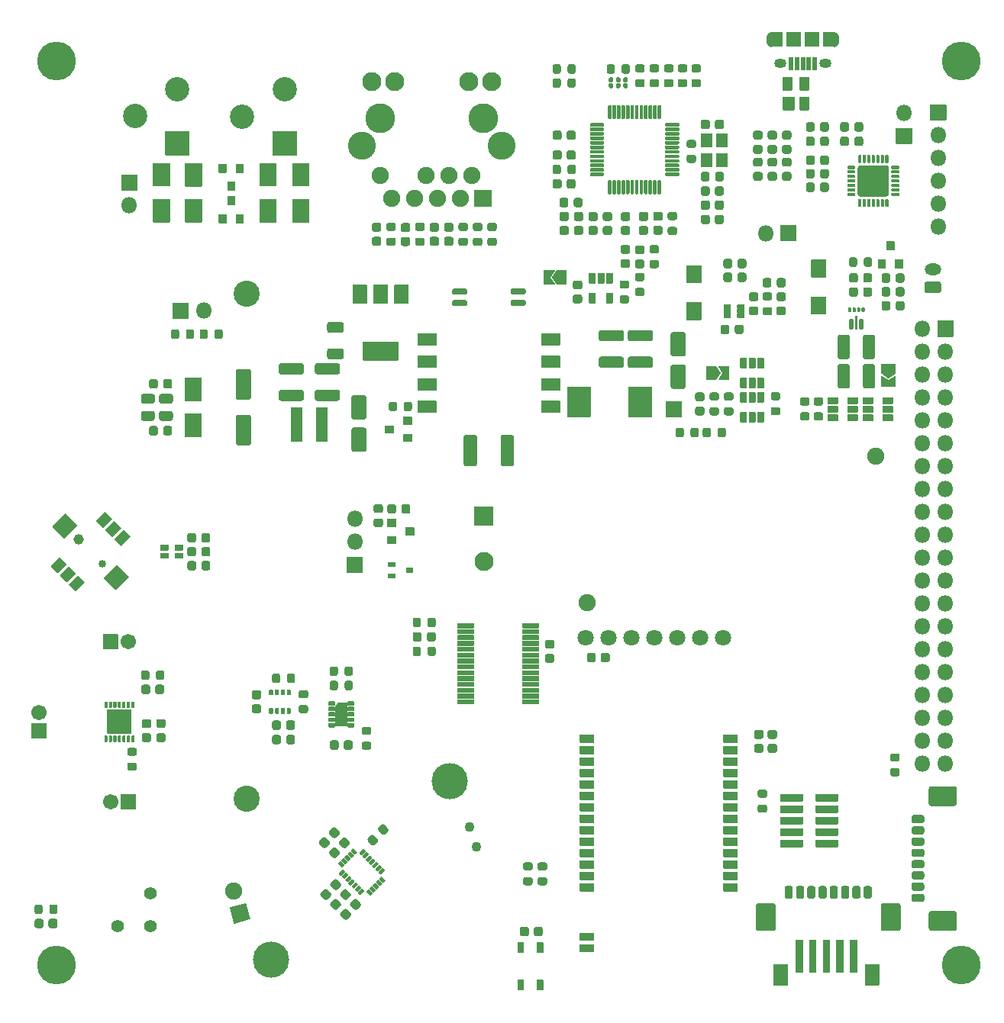
<source format=gbr>
G04 #@! TF.GenerationSoftware,KiCad,Pcbnew,5.1.7-a382d34a8~87~ubuntu18.04.1*
G04 #@! TF.CreationDate,2021-01-18T13:43:01-05:00*
G04 #@! TF.ProjectId,SD1,5344312e-6b69-4636-9164-5f7063625858,0*
G04 #@! TF.SameCoordinates,Original*
G04 #@! TF.FileFunction,Soldermask,Top*
G04 #@! TF.FilePolarity,Negative*
%FSLAX46Y46*%
G04 Gerber Fmt 4.6, Leading zero omitted, Abs format (unit mm)*
G04 Created by KiCad (PCBNEW 5.1.7-a382d34a8~87~ubuntu18.04.1) date 2021-01-18 13:43:01*
%MOMM*%
%LPD*%
G01*
G04 APERTURE LIST*
%ADD10C,2.901600*%
%ADD11O,1.801600X1.801600*%
%ADD12C,1.701600*%
%ADD13C,0.100000*%
%ADD14C,4.021600*%
%ADD15C,1.901600*%
%ADD16O,0.991600X1.651600*%
%ADD17O,1.351600X1.051600*%
%ADD18C,3.101600*%
%ADD19C,3.301600*%
%ADD20C,2.101600*%
%ADD21C,1.151600*%
%ADD22C,0.851600*%
%ADD23C,1.401600*%
%ADD24C,2.701600*%
%ADD25C,1.101600*%
%ADD26O,1.851600X1.301600*%
%ADD27C,4.301600*%
%ADD28C,1.801600*%
G04 APERTURE END LIST*
G04 #@! TO.C,J404*
G36*
G01*
X203599200Y-97510000D02*
X203599200Y-96770000D01*
G75*
G02*
X203650000Y-96719200I50800J0D01*
G01*
X206050000Y-96719200D01*
G75*
G02*
X206100800Y-96770000I0J-50800D01*
G01*
X206100800Y-97510000D01*
G75*
G02*
X206050000Y-97560800I-50800J0D01*
G01*
X203650000Y-97560800D01*
G75*
G02*
X203599200Y-97510000I0J50800D01*
G01*
G37*
G36*
G01*
X199699200Y-97510000D02*
X199699200Y-96770000D01*
G75*
G02*
X199750000Y-96719200I50800J0D01*
G01*
X202150000Y-96719200D01*
G75*
G02*
X202200800Y-96770000I0J-50800D01*
G01*
X202200800Y-97510000D01*
G75*
G02*
X202150000Y-97560800I-50800J0D01*
G01*
X199750000Y-97560800D01*
G75*
G02*
X199699200Y-97510000I0J50800D01*
G01*
G37*
G36*
G01*
X203599200Y-96240000D02*
X203599200Y-95500000D01*
G75*
G02*
X203650000Y-95449200I50800J0D01*
G01*
X206050000Y-95449200D01*
G75*
G02*
X206100800Y-95500000I0J-50800D01*
G01*
X206100800Y-96240000D01*
G75*
G02*
X206050000Y-96290800I-50800J0D01*
G01*
X203650000Y-96290800D01*
G75*
G02*
X203599200Y-96240000I0J50800D01*
G01*
G37*
G36*
G01*
X199699200Y-96240000D02*
X199699200Y-95500000D01*
G75*
G02*
X199750000Y-95449200I50800J0D01*
G01*
X202150000Y-95449200D01*
G75*
G02*
X202200800Y-95500000I0J-50800D01*
G01*
X202200800Y-96240000D01*
G75*
G02*
X202150000Y-96290800I-50800J0D01*
G01*
X199750000Y-96290800D01*
G75*
G02*
X199699200Y-96240000I0J50800D01*
G01*
G37*
G36*
G01*
X203599200Y-94970000D02*
X203599200Y-94230000D01*
G75*
G02*
X203650000Y-94179200I50800J0D01*
G01*
X206050000Y-94179200D01*
G75*
G02*
X206100800Y-94230000I0J-50800D01*
G01*
X206100800Y-94970000D01*
G75*
G02*
X206050000Y-95020800I-50800J0D01*
G01*
X203650000Y-95020800D01*
G75*
G02*
X203599200Y-94970000I0J50800D01*
G01*
G37*
G36*
G01*
X199699200Y-94970000D02*
X199699200Y-94230000D01*
G75*
G02*
X199750000Y-94179200I50800J0D01*
G01*
X202150000Y-94179200D01*
G75*
G02*
X202200800Y-94230000I0J-50800D01*
G01*
X202200800Y-94970000D01*
G75*
G02*
X202150000Y-95020800I-50800J0D01*
G01*
X199750000Y-95020800D01*
G75*
G02*
X199699200Y-94970000I0J50800D01*
G01*
G37*
G36*
G01*
X203599200Y-93700000D02*
X203599200Y-92960000D01*
G75*
G02*
X203650000Y-92909200I50800J0D01*
G01*
X206050000Y-92909200D01*
G75*
G02*
X206100800Y-92960000I0J-50800D01*
G01*
X206100800Y-93700000D01*
G75*
G02*
X206050000Y-93750800I-50800J0D01*
G01*
X203650000Y-93750800D01*
G75*
G02*
X203599200Y-93700000I0J50800D01*
G01*
G37*
G36*
G01*
X199699200Y-93700000D02*
X199699200Y-92960000D01*
G75*
G02*
X199750000Y-92909200I50800J0D01*
G01*
X202150000Y-92909200D01*
G75*
G02*
X202200800Y-92960000I0J-50800D01*
G01*
X202200800Y-93700000D01*
G75*
G02*
X202150000Y-93750800I-50800J0D01*
G01*
X199750000Y-93750800D01*
G75*
G02*
X199699200Y-93700000I0J50800D01*
G01*
G37*
G36*
G01*
X203599200Y-92430000D02*
X203599200Y-91690000D01*
G75*
G02*
X203650000Y-91639200I50800J0D01*
G01*
X206050000Y-91639200D01*
G75*
G02*
X206100800Y-91690000I0J-50800D01*
G01*
X206100800Y-92430000D01*
G75*
G02*
X206050000Y-92480800I-50800J0D01*
G01*
X203650000Y-92480800D01*
G75*
G02*
X203599200Y-92430000I0J50800D01*
G01*
G37*
G36*
G01*
X199699200Y-92430000D02*
X199699200Y-91690000D01*
G75*
G02*
X199750000Y-91639200I50800J0D01*
G01*
X202150000Y-91639200D01*
G75*
G02*
X202200800Y-91690000I0J-50800D01*
G01*
X202200800Y-92430000D01*
G75*
G02*
X202150000Y-92480800I-50800J0D01*
G01*
X199750000Y-92480800D01*
G75*
G02*
X199699200Y-92430000I0J50800D01*
G01*
G37*
G04 #@! TD*
D10*
G04 #@! TO.C,U101*
X140500000Y-36130000D03*
X140500000Y-92130000D03*
D11*
X215460000Y-50160000D03*
X218000000Y-52700000D03*
X215460000Y-52700000D03*
X218000000Y-55240000D03*
X215460000Y-40000000D03*
X215460000Y-42540000D03*
X218000000Y-47620000D03*
X218000000Y-42540000D03*
X218000000Y-50160000D03*
G36*
G01*
X217099200Y-40850000D02*
X217099200Y-39150000D01*
G75*
G02*
X217150000Y-39099200I50800J0D01*
G01*
X218850000Y-39099200D01*
G75*
G02*
X218900800Y-39150000I0J-50800D01*
G01*
X218900800Y-40850000D01*
G75*
G02*
X218850000Y-40900800I-50800J0D01*
G01*
X217150000Y-40900800D01*
G75*
G02*
X217099200Y-40850000I0J50800D01*
G01*
G37*
X215460000Y-47620000D03*
X218000000Y-45080000D03*
X215460000Y-45080000D03*
X215460000Y-55240000D03*
X218000000Y-57780000D03*
X215460000Y-57780000D03*
X218000000Y-60320000D03*
X215460000Y-60320000D03*
X218000000Y-62860000D03*
X215460000Y-62860000D03*
X218000000Y-65400000D03*
X215460000Y-65400000D03*
X218000000Y-67940000D03*
X215460000Y-67940000D03*
X218000000Y-70480000D03*
X215460000Y-70480000D03*
X218000000Y-73020000D03*
X215460000Y-73020000D03*
X218000000Y-75560000D03*
X215460000Y-75560000D03*
X218000000Y-78100000D03*
X215460000Y-78100000D03*
X218000000Y-80640000D03*
X215460000Y-80640000D03*
X218000000Y-83180000D03*
X215460000Y-83180000D03*
X218000000Y-85720000D03*
X215460000Y-85720000D03*
X218000000Y-88260000D03*
X215460000Y-88260000D03*
G04 #@! TD*
G04 #@! TO.C,U601*
G36*
G01*
X126549200Y-93315000D02*
X126549200Y-91715000D01*
G75*
G02*
X126600000Y-91664200I50800J0D01*
G01*
X128200000Y-91664200D01*
G75*
G02*
X128250800Y-91715000I0J-50800D01*
G01*
X128250800Y-93315000D01*
G75*
G02*
X128200000Y-93365800I-50800J0D01*
G01*
X126600000Y-93365800D01*
G75*
G02*
X126549200Y-93315000I0J50800D01*
G01*
G37*
D12*
X125400000Y-92515000D03*
X127400000Y-74725000D03*
G36*
G01*
X124549200Y-75535000D02*
X124549200Y-73935000D01*
G75*
G02*
X124600000Y-73884200I50800J0D01*
G01*
X126200000Y-73884200D01*
G75*
G02*
X126250800Y-73935000I0J-50800D01*
G01*
X126250800Y-75535000D01*
G75*
G02*
X126200000Y-75585800I-50800J0D01*
G01*
X124600000Y-75585800D01*
G75*
G02*
X124549200Y-75535000I0J50800D01*
G01*
G37*
X117510000Y-82625000D03*
G36*
G01*
X116659200Y-85425000D02*
X116659200Y-83825000D01*
G75*
G02*
X116710000Y-83774200I50800J0D01*
G01*
X118310000Y-83774200D01*
G75*
G02*
X118360800Y-83825000I0J-50800D01*
G01*
X118360800Y-85425000D01*
G75*
G02*
X118310000Y-85475800I-50800J0D01*
G01*
X116710000Y-85475800D01*
G75*
G02*
X116659200Y-85425000I0J50800D01*
G01*
G37*
G04 #@! TD*
G04 #@! TO.C,R806*
G36*
G01*
X198700800Y-34618350D02*
X198700800Y-35181650D01*
G75*
G02*
X198456650Y-35425800I-244150J0D01*
G01*
X197968350Y-35425800D01*
G75*
G02*
X197724200Y-35181650I0J244150D01*
G01*
X197724200Y-34618350D01*
G75*
G02*
X197968350Y-34374200I244150J0D01*
G01*
X198456650Y-34374200D01*
G75*
G02*
X198700800Y-34618350I0J-244150D01*
G01*
G37*
G36*
G01*
X200275800Y-34618350D02*
X200275800Y-35181650D01*
G75*
G02*
X200031650Y-35425800I-244150J0D01*
G01*
X199543350Y-35425800D01*
G75*
G02*
X199299200Y-35181650I0J244150D01*
G01*
X199299200Y-34618350D01*
G75*
G02*
X199543350Y-34374200I244150J0D01*
G01*
X200031650Y-34374200D01*
G75*
G02*
X200275800Y-34618350I0J-244150D01*
G01*
G37*
G04 #@! TD*
G04 #@! TO.C,C802*
G36*
G01*
X208878900Y-34630850D02*
X208878900Y-34067550D01*
G75*
G02*
X209123050Y-33823400I244150J0D01*
G01*
X209611350Y-33823400D01*
G75*
G02*
X209855500Y-34067550I0J-244150D01*
G01*
X209855500Y-34630850D01*
G75*
G02*
X209611350Y-34875000I-244150J0D01*
G01*
X209123050Y-34875000D01*
G75*
G02*
X208878900Y-34630850I0J244150D01*
G01*
G37*
G36*
G01*
X207303900Y-34630850D02*
X207303900Y-34067550D01*
G75*
G02*
X207548050Y-33823400I244150J0D01*
G01*
X208036350Y-33823400D01*
G75*
G02*
X208280500Y-34067550I0J-244150D01*
G01*
X208280500Y-34630850D01*
G75*
G02*
X208036350Y-34875000I-244150J0D01*
G01*
X207548050Y-34875000D01*
G75*
G02*
X207303900Y-34630850I0J244150D01*
G01*
G37*
G04 #@! TD*
G04 #@! TO.C,R809*
G36*
G01*
X196448050Y-35959900D02*
X197011350Y-35959900D01*
G75*
G02*
X197255500Y-36204050I0J-244150D01*
G01*
X197255500Y-36692350D01*
G75*
G02*
X197011350Y-36936500I-244150J0D01*
G01*
X196448050Y-36936500D01*
G75*
G02*
X196203900Y-36692350I0J244150D01*
G01*
X196203900Y-36204050D01*
G75*
G02*
X196448050Y-35959900I244150J0D01*
G01*
G37*
G36*
G01*
X196448050Y-37534900D02*
X197011350Y-37534900D01*
G75*
G02*
X197255500Y-37779050I0J-244150D01*
G01*
X197255500Y-38267350D01*
G75*
G02*
X197011350Y-38511500I-244150J0D01*
G01*
X196448050Y-38511500D01*
G75*
G02*
X196203900Y-38267350I0J244150D01*
G01*
X196203900Y-37779050D01*
G75*
G02*
X196448050Y-37534900I244150J0D01*
G01*
G37*
G04 #@! TD*
G04 #@! TO.C,U801*
G36*
G01*
X208460000Y-38170400D02*
X208285000Y-38170400D01*
G75*
G02*
X208197500Y-38082900I0J87500D01*
G01*
X208197500Y-37707900D01*
G75*
G02*
X208285000Y-37620400I87500J0D01*
G01*
X208460000Y-37620400D01*
G75*
G02*
X208547500Y-37707900I0J-87500D01*
G01*
X208547500Y-38082900D01*
G75*
G02*
X208460000Y-38170400I-87500J0D01*
G01*
G37*
G36*
G01*
X208960000Y-38170400D02*
X208785000Y-38170400D01*
G75*
G02*
X208697500Y-38082900I0J87500D01*
G01*
X208697500Y-37707900D01*
G75*
G02*
X208785000Y-37620400I87500J0D01*
G01*
X208960000Y-37620400D01*
G75*
G02*
X209047500Y-37707900I0J-87500D01*
G01*
X209047500Y-38082900D01*
G75*
G02*
X208960000Y-38170400I-87500J0D01*
G01*
G37*
G36*
G01*
X207960000Y-38170400D02*
X207785000Y-38170400D01*
G75*
G02*
X207697500Y-38082900I0J87500D01*
G01*
X207697500Y-37707900D01*
G75*
G02*
X207785000Y-37620400I87500J0D01*
G01*
X207960000Y-37620400D01*
G75*
G02*
X208047500Y-37707900I0J-87500D01*
G01*
X208047500Y-38082900D01*
G75*
G02*
X207960000Y-38170400I-87500J0D01*
G01*
G37*
G36*
G01*
X207460000Y-38170400D02*
X207285000Y-38170400D01*
G75*
G02*
X207197500Y-38082900I0J87500D01*
G01*
X207197500Y-37707900D01*
G75*
G02*
X207285000Y-37620400I87500J0D01*
G01*
X207460000Y-37620400D01*
G75*
G02*
X207547500Y-37707900I0J-87500D01*
G01*
X207547500Y-38082900D01*
G75*
G02*
X207460000Y-38170400I-87500J0D01*
G01*
G37*
G36*
G01*
X208197500Y-40120400D02*
X208047500Y-40120400D01*
G75*
G02*
X207972500Y-40045400I0J75000D01*
G01*
X207972500Y-38645400D01*
G75*
G02*
X208047500Y-38570400I75000J0D01*
G01*
X208197500Y-38570400D01*
G75*
G02*
X208272500Y-38645400I0J-75000D01*
G01*
X208272500Y-40045400D01*
G75*
G02*
X208197500Y-40120400I-75000J0D01*
G01*
G37*
G36*
G01*
X208785000Y-40120400D02*
X208560000Y-40120400D01*
G75*
G02*
X208447500Y-40007900I0J112500D01*
G01*
X208447500Y-38982900D01*
G75*
G02*
X208560000Y-38870400I112500J0D01*
G01*
X208785000Y-38870400D01*
G75*
G02*
X208897500Y-38982900I0J-112500D01*
G01*
X208897500Y-40007900D01*
G75*
G02*
X208785000Y-40120400I-112500J0D01*
G01*
G37*
G36*
G01*
X207685000Y-40120400D02*
X207460000Y-40120400D01*
G75*
G02*
X207347500Y-40007900I0J112500D01*
G01*
X207347500Y-38982900D01*
G75*
G02*
X207460000Y-38870400I112500J0D01*
G01*
X207685000Y-38870400D01*
G75*
G02*
X207797500Y-38982900I0J-112500D01*
G01*
X207797500Y-40007900D01*
G75*
G02*
X207685000Y-40120400I-112500J0D01*
G01*
G37*
G04 #@! TD*
G04 #@! TO.C,R802*
G36*
G01*
X210910800Y-36180250D02*
X210910800Y-35616950D01*
G75*
G02*
X211154950Y-35372800I244150J0D01*
G01*
X211643250Y-35372800D01*
G75*
G02*
X211887400Y-35616950I0J-244150D01*
G01*
X211887400Y-36180250D01*
G75*
G02*
X211643250Y-36424400I-244150J0D01*
G01*
X211154950Y-36424400D01*
G75*
G02*
X210910800Y-36180250I0J244150D01*
G01*
G37*
G36*
G01*
X212485800Y-36180250D02*
X212485800Y-35616950D01*
G75*
G02*
X212729950Y-35372800I244150J0D01*
G01*
X213218250Y-35372800D01*
G75*
G02*
X213462400Y-35616950I0J-244150D01*
G01*
X213462400Y-36180250D01*
G75*
G02*
X213218250Y-36424400I-244150J0D01*
G01*
X212729950Y-36424400D01*
G75*
G02*
X212485800Y-36180250I0J244150D01*
G01*
G37*
G04 #@! TD*
G04 #@! TO.C,C801*
G36*
G01*
X207303900Y-36205650D02*
X207303900Y-35642350D01*
G75*
G02*
X207548050Y-35398200I244150J0D01*
G01*
X208036350Y-35398200D01*
G75*
G02*
X208280500Y-35642350I0J-244150D01*
G01*
X208280500Y-36205650D01*
G75*
G02*
X208036350Y-36449800I-244150J0D01*
G01*
X207548050Y-36449800D01*
G75*
G02*
X207303900Y-36205650I0J244150D01*
G01*
G37*
G36*
G01*
X208878900Y-36205650D02*
X208878900Y-35642350D01*
G75*
G02*
X209123050Y-35398200I244150J0D01*
G01*
X209611350Y-35398200D01*
G75*
G02*
X209855500Y-35642350I0J-244150D01*
G01*
X209855500Y-36205650D01*
G75*
G02*
X209611350Y-36449800I-244150J0D01*
G01*
X209123050Y-36449800D01*
G75*
G02*
X208878900Y-36205650I0J244150D01*
G01*
G37*
G04 #@! TD*
G04 #@! TO.C,U802*
G36*
G01*
X194894500Y-38248500D02*
X194894500Y-37848500D01*
G75*
G02*
X194945300Y-37797700I50800J0D01*
G01*
X195645300Y-37797700D01*
G75*
G02*
X195696100Y-37848500I0J-50800D01*
G01*
X195696100Y-38248500D01*
G75*
G02*
X195645300Y-38299300I-50800J0D01*
G01*
X194945300Y-38299300D01*
G75*
G02*
X194894500Y-38248500I0J50800D01*
G01*
G37*
G36*
G01*
X194894500Y-38748500D02*
X194894500Y-38348500D01*
G75*
G02*
X194945300Y-38297700I50800J0D01*
G01*
X195645300Y-38297700D01*
G75*
G02*
X195696100Y-38348500I0J-50800D01*
G01*
X195696100Y-38748500D01*
G75*
G02*
X195645300Y-38799300I-50800J0D01*
G01*
X194945300Y-38799300D01*
G75*
G02*
X194894500Y-38748500I0J50800D01*
G01*
G37*
G36*
G01*
X193394500Y-38248500D02*
X193394500Y-37848500D01*
G75*
G02*
X193445300Y-37797700I50800J0D01*
G01*
X194145300Y-37797700D01*
G75*
G02*
X194196100Y-37848500I0J-50800D01*
G01*
X194196100Y-38248500D01*
G75*
G02*
X194145300Y-38299300I-50800J0D01*
G01*
X193445300Y-38299300D01*
G75*
G02*
X193394500Y-38248500I0J50800D01*
G01*
G37*
G36*
G01*
X194894500Y-37748500D02*
X194894500Y-37348500D01*
G75*
G02*
X194945300Y-37297700I50800J0D01*
G01*
X195645300Y-37297700D01*
G75*
G02*
X195696100Y-37348500I0J-50800D01*
G01*
X195696100Y-37748500D01*
G75*
G02*
X195645300Y-37799300I-50800J0D01*
G01*
X194945300Y-37799300D01*
G75*
G02*
X194894500Y-37748500I0J50800D01*
G01*
G37*
G36*
G01*
X193394500Y-38748500D02*
X193394500Y-38348500D01*
G75*
G02*
X193445300Y-38297700I50800J0D01*
G01*
X194145300Y-38297700D01*
G75*
G02*
X194196100Y-38348500I0J-50800D01*
G01*
X194196100Y-38748500D01*
G75*
G02*
X194145300Y-38799300I-50800J0D01*
G01*
X193445300Y-38799300D01*
G75*
G02*
X193394500Y-38748500I0J50800D01*
G01*
G37*
G36*
G01*
X193394500Y-37748500D02*
X193394500Y-37348500D01*
G75*
G02*
X193445300Y-37297700I50800J0D01*
G01*
X194145300Y-37297700D01*
G75*
G02*
X194196100Y-37348500I0J-50800D01*
G01*
X194196100Y-37748500D01*
G75*
G02*
X194145300Y-37799300I-50800J0D01*
G01*
X193445300Y-37799300D01*
G75*
G02*
X193394500Y-37748500I0J50800D01*
G01*
G37*
G04 #@! TD*
G04 #@! TO.C,R803*
G36*
G01*
X212485800Y-34656250D02*
X212485800Y-34092950D01*
G75*
G02*
X212729950Y-33848800I244150J0D01*
G01*
X213218250Y-33848800D01*
G75*
G02*
X213462400Y-34092950I0J-244150D01*
G01*
X213462400Y-34656250D01*
G75*
G02*
X213218250Y-34900400I-244150J0D01*
G01*
X212729950Y-34900400D01*
G75*
G02*
X212485800Y-34656250I0J244150D01*
G01*
G37*
G36*
G01*
X210910800Y-34656250D02*
X210910800Y-34092950D01*
G75*
G02*
X211154950Y-33848800I244150J0D01*
G01*
X211643250Y-33848800D01*
G75*
G02*
X211887400Y-34092950I0J-244150D01*
G01*
X211887400Y-34656250D01*
G75*
G02*
X211643250Y-34900400I-244150J0D01*
G01*
X211154950Y-34900400D01*
G75*
G02*
X210910800Y-34656250I0J244150D01*
G01*
G37*
G04 #@! TD*
G04 #@! TO.C,C807*
G36*
G01*
X199496050Y-35959900D02*
X200059350Y-35959900D01*
G75*
G02*
X200303500Y-36204050I0J-244150D01*
G01*
X200303500Y-36692350D01*
G75*
G02*
X200059350Y-36936500I-244150J0D01*
G01*
X199496050Y-36936500D01*
G75*
G02*
X199251900Y-36692350I0J244150D01*
G01*
X199251900Y-36204050D01*
G75*
G02*
X199496050Y-35959900I244150J0D01*
G01*
G37*
G36*
G01*
X199496050Y-37534900D02*
X200059350Y-37534900D01*
G75*
G02*
X200303500Y-37779050I0J-244150D01*
G01*
X200303500Y-38267350D01*
G75*
G02*
X200059350Y-38511500I-244150J0D01*
G01*
X199496050Y-38511500D01*
G75*
G02*
X199251900Y-38267350I0J244150D01*
G01*
X199251900Y-37779050D01*
G75*
G02*
X199496050Y-37534900I244150J0D01*
G01*
G37*
G04 #@! TD*
G04 #@! TO.C,C805*
G36*
G01*
X210198300Y-44165720D02*
X210198300Y-46376680D01*
G75*
G02*
X209927980Y-46647000I-270320J0D01*
G01*
X209117020Y-46647000D01*
G75*
G02*
X208846700Y-46376680I0J270320D01*
G01*
X208846700Y-44165720D01*
G75*
G02*
X209117020Y-43895400I270320J0D01*
G01*
X209927980Y-43895400D01*
G75*
G02*
X210198300Y-44165720I0J-270320D01*
G01*
G37*
G36*
G01*
X207398300Y-44165720D02*
X207398300Y-46376680D01*
G75*
G02*
X207127980Y-46647000I-270320J0D01*
G01*
X206317020Y-46647000D01*
G75*
G02*
X206046700Y-46376680I0J270320D01*
G01*
X206046700Y-44165720D01*
G75*
G02*
X206317020Y-43895400I270320J0D01*
G01*
X207127980Y-43895400D01*
G75*
G02*
X207398300Y-44165720I0J-270320D01*
G01*
G37*
G04 #@! TD*
G04 #@! TO.C,L801*
G36*
G01*
X203156900Y-36414400D02*
X204756900Y-36414400D01*
G75*
G02*
X204807700Y-36465200I0J-50800D01*
G01*
X204807700Y-38365200D01*
G75*
G02*
X204756900Y-38416000I-50800J0D01*
G01*
X203156900Y-38416000D01*
G75*
G02*
X203106100Y-38365200I0J50800D01*
G01*
X203106100Y-36465200D01*
G75*
G02*
X203156900Y-36414400I50800J0D01*
G01*
G37*
G36*
G01*
X203156900Y-32314400D02*
X204756900Y-32314400D01*
G75*
G02*
X204807700Y-32365200I0J-50800D01*
G01*
X204807700Y-34265200D01*
G75*
G02*
X204756900Y-34316000I-50800J0D01*
G01*
X203156900Y-34316000D01*
G75*
G02*
X203106100Y-34265200I0J50800D01*
G01*
X203106100Y-32365200D01*
G75*
G02*
X203156900Y-32314400I50800J0D01*
G01*
G37*
G04 #@! TD*
G04 #@! TO.C,C810*
G36*
G01*
X193371100Y-33046950D02*
X193371100Y-32483650D01*
G75*
G02*
X193615250Y-32239500I244150J0D01*
G01*
X194103550Y-32239500D01*
G75*
G02*
X194347700Y-32483650I0J-244150D01*
G01*
X194347700Y-33046950D01*
G75*
G02*
X194103550Y-33291100I-244150J0D01*
G01*
X193615250Y-33291100D01*
G75*
G02*
X193371100Y-33046950I0J244150D01*
G01*
G37*
G36*
G01*
X194946100Y-33046950D02*
X194946100Y-32483650D01*
G75*
G02*
X195190250Y-32239500I244150J0D01*
G01*
X195678550Y-32239500D01*
G75*
G02*
X195922700Y-32483650I0J-244150D01*
G01*
X195922700Y-33046950D01*
G75*
G02*
X195678550Y-33291100I-244150J0D01*
G01*
X195190250Y-33291100D01*
G75*
G02*
X194946100Y-33046950I0J244150D01*
G01*
G37*
G04 #@! TD*
G04 #@! TO.C,C804*
G36*
G01*
X207398300Y-40914520D02*
X207398300Y-43125480D01*
G75*
G02*
X207127980Y-43395800I-270320J0D01*
G01*
X206317020Y-43395800D01*
G75*
G02*
X206046700Y-43125480I0J270320D01*
G01*
X206046700Y-40914520D01*
G75*
G02*
X206317020Y-40644200I270320J0D01*
G01*
X207127980Y-40644200D01*
G75*
G02*
X207398300Y-40914520I0J-270320D01*
G01*
G37*
G36*
G01*
X210198300Y-40914520D02*
X210198300Y-43125480D01*
G75*
G02*
X209927980Y-43395800I-270320J0D01*
G01*
X209117020Y-43395800D01*
G75*
G02*
X208846700Y-43125480I0J270320D01*
G01*
X208846700Y-40914520D01*
G75*
G02*
X209117020Y-40644200I270320J0D01*
G01*
X209927980Y-40644200D01*
G75*
G02*
X210198300Y-40914520I0J-270320D01*
G01*
G37*
G04 #@! TD*
G04 #@! TO.C,C809*
G36*
G01*
X194946100Y-34570950D02*
X194946100Y-34007650D01*
G75*
G02*
X195190250Y-33763500I244150J0D01*
G01*
X195678550Y-33763500D01*
G75*
G02*
X195922700Y-34007650I0J-244150D01*
G01*
X195922700Y-34570950D01*
G75*
G02*
X195678550Y-34815100I-244150J0D01*
G01*
X195190250Y-34815100D01*
G75*
G02*
X194946100Y-34570950I0J244150D01*
G01*
G37*
G36*
G01*
X193371100Y-34570950D02*
X193371100Y-34007650D01*
G75*
G02*
X193615250Y-33763500I244150J0D01*
G01*
X194103550Y-33763500D01*
G75*
G02*
X194347700Y-34007650I0J-244150D01*
G01*
X194347700Y-34570950D01*
G75*
G02*
X194103550Y-34815100I-244150J0D01*
G01*
X193615250Y-34815100D01*
G75*
G02*
X193371100Y-34570950I0J244150D01*
G01*
G37*
G04 #@! TD*
D13*
G04 #@! TO.C,JP801*
G36*
X212491024Y-46429911D02*
G01*
X212488133Y-46439440D01*
X212483439Y-46448223D01*
X212477121Y-46455921D01*
X212469423Y-46462239D01*
X212460640Y-46466933D01*
X212451111Y-46469824D01*
X212441200Y-46470800D01*
X210941200Y-46470800D01*
X210931289Y-46469824D01*
X210921760Y-46466933D01*
X210912977Y-46462239D01*
X210905279Y-46455921D01*
X210898961Y-46448223D01*
X210894267Y-46439440D01*
X210891376Y-46429911D01*
X210890400Y-46420000D01*
X210890400Y-45270000D01*
X210891376Y-45260089D01*
X210894267Y-45250560D01*
X210898961Y-45241777D01*
X210905279Y-45234079D01*
X210912977Y-45227761D01*
X210921760Y-45223067D01*
X210931289Y-45220176D01*
X210941200Y-45219200D01*
X210951111Y-45220176D01*
X210960640Y-45223067D01*
X210969379Y-45227732D01*
X211691200Y-45708946D01*
X212413021Y-45227732D01*
X212421809Y-45223047D01*
X212431342Y-45220166D01*
X212441253Y-45219200D01*
X212451163Y-45220187D01*
X212460689Y-45223087D01*
X212469467Y-45227791D01*
X212477159Y-45234117D01*
X212483468Y-45241821D01*
X212488153Y-45250609D01*
X212491034Y-45260142D01*
X212492000Y-45270000D01*
X212492000Y-46420000D01*
X212491024Y-46429911D01*
G37*
G36*
X212491024Y-44979911D02*
G01*
X212488133Y-44989440D01*
X212483439Y-44998223D01*
X212477121Y-45005921D01*
X212469379Y-45012268D01*
X211719379Y-45512268D01*
X211710591Y-45516953D01*
X211701058Y-45519834D01*
X211691147Y-45520800D01*
X211681237Y-45519813D01*
X211671711Y-45516913D01*
X211663021Y-45512268D01*
X210913021Y-45012268D01*
X210905317Y-45005959D01*
X210898991Y-44998267D01*
X210894287Y-44989489D01*
X210891387Y-44979963D01*
X210890400Y-44970000D01*
X210890400Y-43970000D01*
X210891376Y-43960089D01*
X210894267Y-43950560D01*
X210898961Y-43941777D01*
X210905279Y-43934079D01*
X210912977Y-43927761D01*
X210921760Y-43923067D01*
X210931289Y-43920176D01*
X210941200Y-43919200D01*
X212441200Y-43919200D01*
X212451111Y-43920176D01*
X212460640Y-43923067D01*
X212469423Y-43927761D01*
X212477121Y-43934079D01*
X212483439Y-43941777D01*
X212488133Y-43950560D01*
X212491024Y-43960089D01*
X212492000Y-43970000D01*
X212492000Y-44970000D01*
X212491024Y-44979911D01*
G37*
G04 #@! TD*
G04 #@! TO.C,C806*
G36*
G01*
X193066300Y-40362150D02*
X193066300Y-39798850D01*
G75*
G02*
X193310450Y-39554700I244150J0D01*
G01*
X193798750Y-39554700D01*
G75*
G02*
X194042900Y-39798850I0J-244150D01*
G01*
X194042900Y-40362150D01*
G75*
G02*
X193798750Y-40606300I-244150J0D01*
G01*
X193310450Y-40606300D01*
G75*
G02*
X193066300Y-40362150I0J244150D01*
G01*
G37*
G36*
G01*
X194641300Y-40362150D02*
X194641300Y-39798850D01*
G75*
G02*
X194885450Y-39554700I244150J0D01*
G01*
X195373750Y-39554700D01*
G75*
G02*
X195617900Y-39798850I0J-244150D01*
G01*
X195617900Y-40362150D01*
G75*
G02*
X195373750Y-40606300I-244150J0D01*
G01*
X194885450Y-40606300D01*
G75*
G02*
X194641300Y-40362150I0J244150D01*
G01*
G37*
G04 #@! TD*
G04 #@! TO.C,C803*
G36*
G01*
X213462400Y-37166350D02*
X213462400Y-37729650D01*
G75*
G02*
X213218250Y-37973800I-244150J0D01*
G01*
X212729950Y-37973800D01*
G75*
G02*
X212485800Y-37729650I0J244150D01*
G01*
X212485800Y-37166350D01*
G75*
G02*
X212729950Y-36922200I244150J0D01*
G01*
X213218250Y-36922200D01*
G75*
G02*
X213462400Y-37166350I0J-244150D01*
G01*
G37*
G36*
G01*
X211887400Y-37166350D02*
X211887400Y-37729650D01*
G75*
G02*
X211643250Y-37973800I-244150J0D01*
G01*
X211154950Y-37973800D01*
G75*
G02*
X210910800Y-37729650I0J244150D01*
G01*
X210910800Y-37166350D01*
G75*
G02*
X211154950Y-36922200I244150J0D01*
G01*
X211643250Y-36922200D01*
G75*
G02*
X211887400Y-37166350I0J-244150D01*
G01*
G37*
G04 #@! TD*
D14*
G04 #@! TO.C,U703*
X143222256Y-110046121D03*
X163021246Y-90247131D03*
G04 #@! TD*
G04 #@! TO.C,C706*
G36*
G01*
X150537275Y-103336949D02*
X150926750Y-103726424D01*
G75*
G02*
X150926750Y-104080544I-177060J-177060D01*
G01*
X150572631Y-104434663D01*
G75*
G02*
X150218511Y-104434663I-177060J177060D01*
G01*
X149829036Y-104045188D01*
G75*
G02*
X149829036Y-103691068I177060J177060D01*
G01*
X150183155Y-103336949D01*
G75*
G02*
X150537275Y-103336949I177060J-177060D01*
G01*
G37*
G36*
G01*
X151633291Y-102240933D02*
X152022766Y-102630408D01*
G75*
G02*
X152022766Y-102984528I-177060J-177060D01*
G01*
X151668647Y-103338647D01*
G75*
G02*
X151314527Y-103338647I-177060J177060D01*
G01*
X150925052Y-102949172D01*
G75*
G02*
X150925052Y-102595052I177060J177060D01*
G01*
X151279171Y-102240933D01*
G75*
G02*
X151633291Y-102240933I177060J-177060D01*
G01*
G37*
G04 #@! TD*
G04 #@! TO.C,C705*
G36*
G01*
X152746843Y-103354485D02*
X153136318Y-103743960D01*
G75*
G02*
X153136318Y-104098080I-177060J-177060D01*
G01*
X152782199Y-104452199D01*
G75*
G02*
X152428079Y-104452199I-177060J177060D01*
G01*
X152038604Y-104062724D01*
G75*
G02*
X152038604Y-103708604I177060J177060D01*
G01*
X152392723Y-103354485D01*
G75*
G02*
X152746843Y-103354485I177060J-177060D01*
G01*
G37*
G36*
G01*
X151650827Y-104450501D02*
X152040302Y-104839976D01*
G75*
G02*
X152040302Y-105194096I-177060J-177060D01*
G01*
X151686183Y-105548215D01*
G75*
G02*
X151332063Y-105548215I-177060J177060D01*
G01*
X150942588Y-105158740D01*
G75*
G02*
X150942588Y-104804620I177060J177060D01*
G01*
X151296707Y-104450501D01*
G75*
G02*
X151650827Y-104450501I177060J-177060D01*
G01*
G37*
G04 #@! TD*
G04 #@! TO.C,D701*
G36*
G01*
X140872850Y-105569706D02*
X139134184Y-106035580D01*
G75*
G02*
X139071967Y-105999659I-13148J49069D01*
G01*
X138606093Y-104260993D01*
G75*
G02*
X138642014Y-104198776I49069J13148D01*
G01*
X140380680Y-103732902D01*
G75*
G02*
X140442897Y-103768823I13148J-49069D01*
G01*
X140908771Y-105507489D01*
G75*
G02*
X140872850Y-105569706I-49069J-13148D01*
G01*
G37*
D15*
X139100032Y-102430789D03*
G04 #@! TD*
G04 #@! TO.C,Q303*
G36*
G01*
X153460000Y-41419200D02*
X157260000Y-41419200D01*
G75*
G02*
X157310800Y-41470000I0J-50800D01*
G01*
X157310800Y-43470000D01*
G75*
G02*
X157260000Y-43520800I-50800J0D01*
G01*
X153460000Y-43520800D01*
G75*
G02*
X153409200Y-43470000I0J50800D01*
G01*
X153409200Y-41470000D01*
G75*
G02*
X153460000Y-41419200I50800J0D01*
G01*
G37*
G36*
G01*
X154610000Y-35119200D02*
X156110000Y-35119200D01*
G75*
G02*
X156160800Y-35170000I0J-50800D01*
G01*
X156160800Y-37170000D01*
G75*
G02*
X156110000Y-37220800I-50800J0D01*
G01*
X154610000Y-37220800D01*
G75*
G02*
X154559200Y-37170000I0J50800D01*
G01*
X154559200Y-35170000D01*
G75*
G02*
X154610000Y-35119200I50800J0D01*
G01*
G37*
G36*
G01*
X152310000Y-35119200D02*
X153810000Y-35119200D01*
G75*
G02*
X153860800Y-35170000I0J-50800D01*
G01*
X153860800Y-37170000D01*
G75*
G02*
X153810000Y-37220800I-50800J0D01*
G01*
X152310000Y-37220800D01*
G75*
G02*
X152259200Y-37170000I0J50800D01*
G01*
X152259200Y-35170000D01*
G75*
G02*
X152310000Y-35119200I50800J0D01*
G01*
G37*
G36*
G01*
X156910000Y-35119200D02*
X158410000Y-35119200D01*
G75*
G02*
X158460800Y-35170000I0J-50800D01*
G01*
X158460800Y-37170000D01*
G75*
G02*
X158410000Y-37220800I-50800J0D01*
G01*
X156910000Y-37220800D01*
G75*
G02*
X156859200Y-37170000I0J50800D01*
G01*
X156859200Y-35170000D01*
G75*
G02*
X156910000Y-35119200I50800J0D01*
G01*
G37*
G04 #@! TD*
G04 #@! TO.C,SW401*
G36*
G01*
X170569600Y-112247200D02*
X171219600Y-112247200D01*
G75*
G02*
X171270400Y-112298000I0J-50800D01*
G01*
X171270400Y-113348000D01*
G75*
G02*
X171219600Y-113398800I-50800J0D01*
G01*
X170569600Y-113398800D01*
G75*
G02*
X170518800Y-113348000I0J50800D01*
G01*
X170518800Y-112298000D01*
G75*
G02*
X170569600Y-112247200I50800J0D01*
G01*
G37*
G36*
G01*
X170569600Y-108097200D02*
X171219600Y-108097200D01*
G75*
G02*
X171270400Y-108148000I0J-50800D01*
G01*
X171270400Y-109198000D01*
G75*
G02*
X171219600Y-109248800I-50800J0D01*
G01*
X170569600Y-109248800D01*
G75*
G02*
X170518800Y-109198000I0J50800D01*
G01*
X170518800Y-108148000D01*
G75*
G02*
X170569600Y-108097200I50800J0D01*
G01*
G37*
G36*
G01*
X172719600Y-112247200D02*
X173369600Y-112247200D01*
G75*
G02*
X173420400Y-112298000I0J-50800D01*
G01*
X173420400Y-113348000D01*
G75*
G02*
X173369600Y-113398800I-50800J0D01*
G01*
X172719600Y-113398800D01*
G75*
G02*
X172668800Y-113348000I0J50800D01*
G01*
X172668800Y-112298000D01*
G75*
G02*
X172719600Y-112247200I50800J0D01*
G01*
G37*
G36*
G01*
X172719600Y-108097200D02*
X173369600Y-108097200D01*
G75*
G02*
X173420400Y-108148000I0J-50800D01*
G01*
X173420400Y-109198000D01*
G75*
G02*
X173369600Y-109248800I-50800J0D01*
G01*
X172719600Y-109248800D01*
G75*
G02*
X172668800Y-109198000I0J50800D01*
G01*
X172668800Y-108148000D01*
G75*
G02*
X172719600Y-108097200I50800J0D01*
G01*
G37*
G04 #@! TD*
G04 #@! TO.C,R212*
G36*
G01*
X187019600Y-10644200D02*
X187620400Y-10644200D01*
G75*
G02*
X187845800Y-10869600I0J-225400D01*
G01*
X187845800Y-11320400D01*
G75*
G02*
X187620400Y-11545800I-225400J0D01*
G01*
X187019600Y-11545800D01*
G75*
G02*
X186794200Y-11320400I0J225400D01*
G01*
X186794200Y-10869600D01*
G75*
G02*
X187019600Y-10644200I225400J0D01*
G01*
G37*
G36*
G01*
X187019600Y-12294200D02*
X187620400Y-12294200D01*
G75*
G02*
X187845800Y-12519600I0J-225400D01*
G01*
X187845800Y-12970400D01*
G75*
G02*
X187620400Y-13195800I-225400J0D01*
G01*
X187019600Y-13195800D01*
G75*
G02*
X186794200Y-12970400I0J225400D01*
G01*
X186794200Y-12519600D01*
G75*
G02*
X187019600Y-12294200I225400J0D01*
G01*
G37*
G04 #@! TD*
G04 #@! TO.C,R204*
G36*
G01*
X176995800Y-12419600D02*
X176995800Y-13020400D01*
G75*
G02*
X176770400Y-13245800I-225400J0D01*
G01*
X176319600Y-13245800D01*
G75*
G02*
X176094200Y-13020400I0J225400D01*
G01*
X176094200Y-12419600D01*
G75*
G02*
X176319600Y-12194200I225400J0D01*
G01*
X176770400Y-12194200D01*
G75*
G02*
X176995800Y-12419600I0J-225400D01*
G01*
G37*
G36*
G01*
X175345800Y-12419600D02*
X175345800Y-13020400D01*
G75*
G02*
X175120400Y-13245800I-225400J0D01*
G01*
X174669600Y-13245800D01*
G75*
G02*
X174444200Y-13020400I0J225400D01*
G01*
X174444200Y-12419600D01*
G75*
G02*
X174669600Y-12194200I225400J0D01*
G01*
X175120400Y-12194200D01*
G75*
G02*
X175345800Y-12419600I0J-225400D01*
G01*
G37*
G04 #@! TD*
G04 #@! TO.C,C217*
G36*
G01*
X190874200Y-17595400D02*
X190874200Y-17044600D01*
G75*
G02*
X191124600Y-16794200I250400J0D01*
G01*
X191625400Y-16794200D01*
G75*
G02*
X191875800Y-17044600I0J-250400D01*
G01*
X191875800Y-17595400D01*
G75*
G02*
X191625400Y-17845800I-250400J0D01*
G01*
X191124600Y-17845800D01*
G75*
G02*
X190874200Y-17595400I0J250400D01*
G01*
G37*
G36*
G01*
X192424200Y-17595400D02*
X192424200Y-17044600D01*
G75*
G02*
X192674600Y-16794200I250400J0D01*
G01*
X193175400Y-16794200D01*
G75*
G02*
X193425800Y-17044600I0J-250400D01*
G01*
X193425800Y-17595400D01*
G75*
G02*
X193175400Y-17845800I-250400J0D01*
G01*
X192674600Y-17845800D01*
G75*
G02*
X192424200Y-17595400I0J250400D01*
G01*
G37*
G04 #@! TD*
G04 #@! TO.C,FB201*
G36*
G01*
X175194200Y-26281650D02*
X175194200Y-25718350D01*
G75*
G02*
X175438350Y-25474200I244150J0D01*
G01*
X175926650Y-25474200D01*
G75*
G02*
X176170800Y-25718350I0J-244150D01*
G01*
X176170800Y-26281650D01*
G75*
G02*
X175926650Y-26525800I-244150J0D01*
G01*
X175438350Y-26525800D01*
G75*
G02*
X175194200Y-26281650I0J244150D01*
G01*
G37*
G36*
G01*
X176769200Y-26281650D02*
X176769200Y-25718350D01*
G75*
G02*
X177013350Y-25474200I244150J0D01*
G01*
X177501650Y-25474200D01*
G75*
G02*
X177745800Y-25718350I0J-244150D01*
G01*
X177745800Y-26281650D01*
G75*
G02*
X177501650Y-26525800I-244150J0D01*
G01*
X177013350Y-26525800D01*
G75*
G02*
X176769200Y-26281650I0J244150D01*
G01*
G37*
G04 #@! TD*
G04 #@! TO.C,R209*
G36*
G01*
X189519600Y-19044200D02*
X190120400Y-19044200D01*
G75*
G02*
X190345800Y-19269600I0J-225400D01*
G01*
X190345800Y-19720400D01*
G75*
G02*
X190120400Y-19945800I-225400J0D01*
G01*
X189519600Y-19945800D01*
G75*
G02*
X189294200Y-19720400I0J225400D01*
G01*
X189294200Y-19269600D01*
G75*
G02*
X189519600Y-19044200I225400J0D01*
G01*
G37*
G36*
G01*
X189519600Y-20694200D02*
X190120400Y-20694200D01*
G75*
G02*
X190345800Y-20919600I0J-225400D01*
G01*
X190345800Y-21370400D01*
G75*
G02*
X190120400Y-21595800I-225400J0D01*
G01*
X189519600Y-21595800D01*
G75*
G02*
X189294200Y-21370400I0J225400D01*
G01*
X189294200Y-20919600D01*
G75*
G02*
X189519600Y-20694200I225400J0D01*
G01*
G37*
G04 #@! TD*
G04 #@! TO.C,C201*
G36*
G01*
X190874200Y-26555400D02*
X190874200Y-26004600D01*
G75*
G02*
X191124600Y-25754200I250400J0D01*
G01*
X191625400Y-25754200D01*
G75*
G02*
X191875800Y-26004600I0J-250400D01*
G01*
X191875800Y-26555400D01*
G75*
G02*
X191625400Y-26805800I-250400J0D01*
G01*
X191124600Y-26805800D01*
G75*
G02*
X190874200Y-26555400I0J250400D01*
G01*
G37*
G36*
G01*
X192424200Y-26555400D02*
X192424200Y-26004600D01*
G75*
G02*
X192674600Y-25754200I250400J0D01*
G01*
X193175400Y-25754200D01*
G75*
G02*
X193425800Y-26004600I0J-250400D01*
G01*
X193425800Y-26555400D01*
G75*
G02*
X193175400Y-26805800I-250400J0D01*
G01*
X192674600Y-26805800D01*
G75*
G02*
X192424200Y-26555400I0J250400D01*
G01*
G37*
G04 #@! TD*
G04 #@! TO.C,R210*
G36*
G01*
X190059600Y-10644200D02*
X190660400Y-10644200D01*
G75*
G02*
X190885800Y-10869600I0J-225400D01*
G01*
X190885800Y-11320400D01*
G75*
G02*
X190660400Y-11545800I-225400J0D01*
G01*
X190059600Y-11545800D01*
G75*
G02*
X189834200Y-11320400I0J225400D01*
G01*
X189834200Y-10869600D01*
G75*
G02*
X190059600Y-10644200I225400J0D01*
G01*
G37*
G36*
G01*
X190059600Y-12294200D02*
X190660400Y-12294200D01*
G75*
G02*
X190885800Y-12519600I0J-225400D01*
G01*
X190885800Y-12970400D01*
G75*
G02*
X190660400Y-13195800I-225400J0D01*
G01*
X190059600Y-13195800D01*
G75*
G02*
X189834200Y-12970400I0J225400D01*
G01*
X189834200Y-12519600D01*
G75*
G02*
X190059600Y-12294200I225400J0D01*
G01*
G37*
G04 #@! TD*
G04 #@! TO.C,R215*
G36*
G01*
X188020400Y-29595800D02*
X187419600Y-29595800D01*
G75*
G02*
X187194200Y-29370400I0J225400D01*
G01*
X187194200Y-28919600D01*
G75*
G02*
X187419600Y-28694200I225400J0D01*
G01*
X188020400Y-28694200D01*
G75*
G02*
X188245800Y-28919600I0J-225400D01*
G01*
X188245800Y-29370400D01*
G75*
G02*
X188020400Y-29595800I-225400J0D01*
G01*
G37*
G36*
G01*
X188020400Y-27945800D02*
X187419600Y-27945800D01*
G75*
G02*
X187194200Y-27720400I0J225400D01*
G01*
X187194200Y-27269600D01*
G75*
G02*
X187419600Y-27044200I225400J0D01*
G01*
X188020400Y-27044200D01*
G75*
G02*
X188245800Y-27269600I0J-225400D01*
G01*
X188245800Y-27720400D01*
G75*
G02*
X188020400Y-27945800I-225400J0D01*
G01*
G37*
G04 #@! TD*
G04 #@! TO.C,JP203*
G36*
G01*
X182394600Y-12099200D02*
X182645400Y-12099200D01*
G75*
G02*
X182770800Y-12224600I0J-125400D01*
G01*
X182770800Y-12535400D01*
G75*
G02*
X182645400Y-12660800I-125400J0D01*
G01*
X182394600Y-12660800D01*
G75*
G02*
X182269200Y-12535400I0J125400D01*
G01*
X182269200Y-12224600D01*
G75*
G02*
X182394600Y-12099200I125400J0D01*
G01*
G37*
G36*
G01*
X182394600Y-12739200D02*
X182645400Y-12739200D01*
G75*
G02*
X182770800Y-12864600I0J-125400D01*
G01*
X182770800Y-13175400D01*
G75*
G02*
X182645400Y-13300800I-125400J0D01*
G01*
X182394600Y-13300800D01*
G75*
G02*
X182269200Y-13175400I0J125400D01*
G01*
X182269200Y-12864600D01*
G75*
G02*
X182394600Y-12739200I125400J0D01*
G01*
G37*
G04 #@! TD*
G04 #@! TO.C,C205*
G36*
G01*
X176995800Y-18244600D02*
X176995800Y-18795400D01*
G75*
G02*
X176745400Y-19045800I-250400J0D01*
G01*
X176244600Y-19045800D01*
G75*
G02*
X175994200Y-18795400I0J250400D01*
G01*
X175994200Y-18244600D01*
G75*
G02*
X176244600Y-17994200I250400J0D01*
G01*
X176745400Y-17994200D01*
G75*
G02*
X176995800Y-18244600I0J-250400D01*
G01*
G37*
G36*
G01*
X175445800Y-18244600D02*
X175445800Y-18795400D01*
G75*
G02*
X175195400Y-19045800I-250400J0D01*
G01*
X174694600Y-19045800D01*
G75*
G02*
X174444200Y-18795400I0J250400D01*
G01*
X174444200Y-18244600D01*
G75*
G02*
X174694600Y-17994200I250400J0D01*
G01*
X175195400Y-17994200D01*
G75*
G02*
X175445800Y-18244600I0J-250400D01*
G01*
G37*
G04 #@! TD*
G04 #@! TO.C,C207*
G36*
G01*
X184244600Y-27044200D02*
X184795400Y-27044200D01*
G75*
G02*
X185045800Y-27294600I0J-250400D01*
G01*
X185045800Y-27795400D01*
G75*
G02*
X184795400Y-28045800I-250400J0D01*
G01*
X184244600Y-28045800D01*
G75*
G02*
X183994200Y-27795400I0J250400D01*
G01*
X183994200Y-27294600D01*
G75*
G02*
X184244600Y-27044200I250400J0D01*
G01*
G37*
G36*
G01*
X184244600Y-28594200D02*
X184795400Y-28594200D01*
G75*
G02*
X185045800Y-28844600I0J-250400D01*
G01*
X185045800Y-29345400D01*
G75*
G02*
X184795400Y-29595800I-250400J0D01*
G01*
X184244600Y-29595800D01*
G75*
G02*
X183994200Y-29345400I0J250400D01*
G01*
X183994200Y-28844600D01*
G75*
G02*
X184244600Y-28594200I250400J0D01*
G01*
G37*
G04 #@! TD*
G04 #@! TO.C,C209*
G36*
G01*
X178644600Y-27044200D02*
X179195400Y-27044200D01*
G75*
G02*
X179445800Y-27294600I0J-250400D01*
G01*
X179445800Y-27795400D01*
G75*
G02*
X179195400Y-28045800I-250400J0D01*
G01*
X178644600Y-28045800D01*
G75*
G02*
X178394200Y-27795400I0J250400D01*
G01*
X178394200Y-27294600D01*
G75*
G02*
X178644600Y-27044200I250400J0D01*
G01*
G37*
G36*
G01*
X178644600Y-28594200D02*
X179195400Y-28594200D01*
G75*
G02*
X179445800Y-28844600I0J-250400D01*
G01*
X179445800Y-29345400D01*
G75*
G02*
X179195400Y-29595800I-250400J0D01*
G01*
X178644600Y-29595800D01*
G75*
G02*
X178394200Y-29345400I0J250400D01*
G01*
X178394200Y-28844600D01*
G75*
G02*
X178644600Y-28594200I250400J0D01*
G01*
G37*
G04 #@! TD*
G04 #@! TO.C,R205*
G36*
G01*
X176995800Y-10869600D02*
X176995800Y-11470400D01*
G75*
G02*
X176770400Y-11695800I-225400J0D01*
G01*
X176319600Y-11695800D01*
G75*
G02*
X176094200Y-11470400I0J225400D01*
G01*
X176094200Y-10869600D01*
G75*
G02*
X176319600Y-10644200I225400J0D01*
G01*
X176770400Y-10644200D01*
G75*
G02*
X176995800Y-10869600I0J-225400D01*
G01*
G37*
G36*
G01*
X175345800Y-10869600D02*
X175345800Y-11470400D01*
G75*
G02*
X175120400Y-11695800I-225400J0D01*
G01*
X174669600Y-11695800D01*
G75*
G02*
X174444200Y-11470400I0J225400D01*
G01*
X174444200Y-10869600D01*
G75*
G02*
X174669600Y-10644200I225400J0D01*
G01*
X175120400Y-10644200D01*
G75*
G02*
X175345800Y-10869600I0J-225400D01*
G01*
G37*
G04 #@! TD*
G04 #@! TO.C,Y201*
G36*
G01*
X190920000Y-18369200D02*
X192120000Y-18369200D01*
G75*
G02*
X192170800Y-18420000I0J-50800D01*
G01*
X192170800Y-19820000D01*
G75*
G02*
X192120000Y-19870800I-50800J0D01*
G01*
X190920000Y-19870800D01*
G75*
G02*
X190869200Y-19820000I0J50800D01*
G01*
X190869200Y-18420000D01*
G75*
G02*
X190920000Y-18369200I50800J0D01*
G01*
G37*
G36*
G01*
X190920000Y-20569200D02*
X192120000Y-20569200D01*
G75*
G02*
X192170800Y-20620000I0J-50800D01*
G01*
X192170800Y-22020000D01*
G75*
G02*
X192120000Y-22070800I-50800J0D01*
G01*
X190920000Y-22070800D01*
G75*
G02*
X190869200Y-22020000I0J50800D01*
G01*
X190869200Y-20620000D01*
G75*
G02*
X190920000Y-20569200I50800J0D01*
G01*
G37*
G36*
G01*
X192620000Y-20569200D02*
X193820000Y-20569200D01*
G75*
G02*
X193870800Y-20620000I0J-50800D01*
G01*
X193870800Y-22020000D01*
G75*
G02*
X193820000Y-22070800I-50800J0D01*
G01*
X192620000Y-22070800D01*
G75*
G02*
X192569200Y-22020000I0J50800D01*
G01*
X192569200Y-20620000D01*
G75*
G02*
X192620000Y-20569200I50800J0D01*
G01*
G37*
G36*
G01*
X192620000Y-18369200D02*
X193820000Y-18369200D01*
G75*
G02*
X193870800Y-18420000I0J-50800D01*
G01*
X193870800Y-19820000D01*
G75*
G02*
X193820000Y-19870800I-50800J0D01*
G01*
X192620000Y-19870800D01*
G75*
G02*
X192569200Y-19820000I0J50800D01*
G01*
X192569200Y-18420000D01*
G75*
G02*
X192620000Y-18369200I50800J0D01*
G01*
G37*
G04 #@! TD*
G04 #@! TO.C,U201*
G36*
G01*
X178569200Y-17470400D02*
X178569200Y-17269600D01*
G75*
G02*
X178669600Y-17169200I100400J0D01*
G01*
X180045400Y-17169200D01*
G75*
G02*
X180145800Y-17269600I0J-100400D01*
G01*
X180145800Y-17470400D01*
G75*
G02*
X180045400Y-17570800I-100400J0D01*
G01*
X178669600Y-17570800D01*
G75*
G02*
X178569200Y-17470400I0J100400D01*
G01*
G37*
G36*
G01*
X178569200Y-17970400D02*
X178569200Y-17769600D01*
G75*
G02*
X178669600Y-17669200I100400J0D01*
G01*
X180045400Y-17669200D01*
G75*
G02*
X180145800Y-17769600I0J-100400D01*
G01*
X180145800Y-17970400D01*
G75*
G02*
X180045400Y-18070800I-100400J0D01*
G01*
X178669600Y-18070800D01*
G75*
G02*
X178569200Y-17970400I0J100400D01*
G01*
G37*
G36*
G01*
X178569200Y-18470400D02*
X178569200Y-18269600D01*
G75*
G02*
X178669600Y-18169200I100400J0D01*
G01*
X180045400Y-18169200D01*
G75*
G02*
X180145800Y-18269600I0J-100400D01*
G01*
X180145800Y-18470400D01*
G75*
G02*
X180045400Y-18570800I-100400J0D01*
G01*
X178669600Y-18570800D01*
G75*
G02*
X178569200Y-18470400I0J100400D01*
G01*
G37*
G36*
G01*
X178569200Y-18970400D02*
X178569200Y-18769600D01*
G75*
G02*
X178669600Y-18669200I100400J0D01*
G01*
X180045400Y-18669200D01*
G75*
G02*
X180145800Y-18769600I0J-100400D01*
G01*
X180145800Y-18970400D01*
G75*
G02*
X180045400Y-19070800I-100400J0D01*
G01*
X178669600Y-19070800D01*
G75*
G02*
X178569200Y-18970400I0J100400D01*
G01*
G37*
G36*
G01*
X178569200Y-19470400D02*
X178569200Y-19269600D01*
G75*
G02*
X178669600Y-19169200I100400J0D01*
G01*
X180045400Y-19169200D01*
G75*
G02*
X180145800Y-19269600I0J-100400D01*
G01*
X180145800Y-19470400D01*
G75*
G02*
X180045400Y-19570800I-100400J0D01*
G01*
X178669600Y-19570800D01*
G75*
G02*
X178569200Y-19470400I0J100400D01*
G01*
G37*
G36*
G01*
X178569200Y-19970400D02*
X178569200Y-19769600D01*
G75*
G02*
X178669600Y-19669200I100400J0D01*
G01*
X180045400Y-19669200D01*
G75*
G02*
X180145800Y-19769600I0J-100400D01*
G01*
X180145800Y-19970400D01*
G75*
G02*
X180045400Y-20070800I-100400J0D01*
G01*
X178669600Y-20070800D01*
G75*
G02*
X178569200Y-19970400I0J100400D01*
G01*
G37*
G36*
G01*
X178569200Y-20470400D02*
X178569200Y-20269600D01*
G75*
G02*
X178669600Y-20169200I100400J0D01*
G01*
X180045400Y-20169200D01*
G75*
G02*
X180145800Y-20269600I0J-100400D01*
G01*
X180145800Y-20470400D01*
G75*
G02*
X180045400Y-20570800I-100400J0D01*
G01*
X178669600Y-20570800D01*
G75*
G02*
X178569200Y-20470400I0J100400D01*
G01*
G37*
G36*
G01*
X178569200Y-20970400D02*
X178569200Y-20769600D01*
G75*
G02*
X178669600Y-20669200I100400J0D01*
G01*
X180045400Y-20669200D01*
G75*
G02*
X180145800Y-20769600I0J-100400D01*
G01*
X180145800Y-20970400D01*
G75*
G02*
X180045400Y-21070800I-100400J0D01*
G01*
X178669600Y-21070800D01*
G75*
G02*
X178569200Y-20970400I0J100400D01*
G01*
G37*
G36*
G01*
X178569200Y-21470400D02*
X178569200Y-21269600D01*
G75*
G02*
X178669600Y-21169200I100400J0D01*
G01*
X180045400Y-21169200D01*
G75*
G02*
X180145800Y-21269600I0J-100400D01*
G01*
X180145800Y-21470400D01*
G75*
G02*
X180045400Y-21570800I-100400J0D01*
G01*
X178669600Y-21570800D01*
G75*
G02*
X178569200Y-21470400I0J100400D01*
G01*
G37*
G36*
G01*
X178569200Y-21970400D02*
X178569200Y-21769600D01*
G75*
G02*
X178669600Y-21669200I100400J0D01*
G01*
X180045400Y-21669200D01*
G75*
G02*
X180145800Y-21769600I0J-100400D01*
G01*
X180145800Y-21970400D01*
G75*
G02*
X180045400Y-22070800I-100400J0D01*
G01*
X178669600Y-22070800D01*
G75*
G02*
X178569200Y-21970400I0J100400D01*
G01*
G37*
G36*
G01*
X178569200Y-22470400D02*
X178569200Y-22269600D01*
G75*
G02*
X178669600Y-22169200I100400J0D01*
G01*
X180045400Y-22169200D01*
G75*
G02*
X180145800Y-22269600I0J-100400D01*
G01*
X180145800Y-22470400D01*
G75*
G02*
X180045400Y-22570800I-100400J0D01*
G01*
X178669600Y-22570800D01*
G75*
G02*
X178569200Y-22470400I0J100400D01*
G01*
G37*
G36*
G01*
X178569200Y-22970400D02*
X178569200Y-22769600D01*
G75*
G02*
X178669600Y-22669200I100400J0D01*
G01*
X180045400Y-22669200D01*
G75*
G02*
X180145800Y-22769600I0J-100400D01*
G01*
X180145800Y-22970400D01*
G75*
G02*
X180045400Y-23070800I-100400J0D01*
G01*
X178669600Y-23070800D01*
G75*
G02*
X178569200Y-22970400I0J100400D01*
G01*
G37*
G36*
G01*
X180569200Y-24970400D02*
X180569200Y-23594600D01*
G75*
G02*
X180669600Y-23494200I100400J0D01*
G01*
X180870400Y-23494200D01*
G75*
G02*
X180970800Y-23594600I0J-100400D01*
G01*
X180970800Y-24970400D01*
G75*
G02*
X180870400Y-25070800I-100400J0D01*
G01*
X180669600Y-25070800D01*
G75*
G02*
X180569200Y-24970400I0J100400D01*
G01*
G37*
G36*
G01*
X181069200Y-24970400D02*
X181069200Y-23594600D01*
G75*
G02*
X181169600Y-23494200I100400J0D01*
G01*
X181370400Y-23494200D01*
G75*
G02*
X181470800Y-23594600I0J-100400D01*
G01*
X181470800Y-24970400D01*
G75*
G02*
X181370400Y-25070800I-100400J0D01*
G01*
X181169600Y-25070800D01*
G75*
G02*
X181069200Y-24970400I0J100400D01*
G01*
G37*
G36*
G01*
X181569200Y-24970400D02*
X181569200Y-23594600D01*
G75*
G02*
X181669600Y-23494200I100400J0D01*
G01*
X181870400Y-23494200D01*
G75*
G02*
X181970800Y-23594600I0J-100400D01*
G01*
X181970800Y-24970400D01*
G75*
G02*
X181870400Y-25070800I-100400J0D01*
G01*
X181669600Y-25070800D01*
G75*
G02*
X181569200Y-24970400I0J100400D01*
G01*
G37*
G36*
G01*
X182069200Y-24970400D02*
X182069200Y-23594600D01*
G75*
G02*
X182169600Y-23494200I100400J0D01*
G01*
X182370400Y-23494200D01*
G75*
G02*
X182470800Y-23594600I0J-100400D01*
G01*
X182470800Y-24970400D01*
G75*
G02*
X182370400Y-25070800I-100400J0D01*
G01*
X182169600Y-25070800D01*
G75*
G02*
X182069200Y-24970400I0J100400D01*
G01*
G37*
G36*
G01*
X182569200Y-24970400D02*
X182569200Y-23594600D01*
G75*
G02*
X182669600Y-23494200I100400J0D01*
G01*
X182870400Y-23494200D01*
G75*
G02*
X182970800Y-23594600I0J-100400D01*
G01*
X182970800Y-24970400D01*
G75*
G02*
X182870400Y-25070800I-100400J0D01*
G01*
X182669600Y-25070800D01*
G75*
G02*
X182569200Y-24970400I0J100400D01*
G01*
G37*
G36*
G01*
X183069200Y-24970400D02*
X183069200Y-23594600D01*
G75*
G02*
X183169600Y-23494200I100400J0D01*
G01*
X183370400Y-23494200D01*
G75*
G02*
X183470800Y-23594600I0J-100400D01*
G01*
X183470800Y-24970400D01*
G75*
G02*
X183370400Y-25070800I-100400J0D01*
G01*
X183169600Y-25070800D01*
G75*
G02*
X183069200Y-24970400I0J100400D01*
G01*
G37*
G36*
G01*
X183569200Y-24970400D02*
X183569200Y-23594600D01*
G75*
G02*
X183669600Y-23494200I100400J0D01*
G01*
X183870400Y-23494200D01*
G75*
G02*
X183970800Y-23594600I0J-100400D01*
G01*
X183970800Y-24970400D01*
G75*
G02*
X183870400Y-25070800I-100400J0D01*
G01*
X183669600Y-25070800D01*
G75*
G02*
X183569200Y-24970400I0J100400D01*
G01*
G37*
G36*
G01*
X184069200Y-24970400D02*
X184069200Y-23594600D01*
G75*
G02*
X184169600Y-23494200I100400J0D01*
G01*
X184370400Y-23494200D01*
G75*
G02*
X184470800Y-23594600I0J-100400D01*
G01*
X184470800Y-24970400D01*
G75*
G02*
X184370400Y-25070800I-100400J0D01*
G01*
X184169600Y-25070800D01*
G75*
G02*
X184069200Y-24970400I0J100400D01*
G01*
G37*
G36*
G01*
X184569200Y-24970400D02*
X184569200Y-23594600D01*
G75*
G02*
X184669600Y-23494200I100400J0D01*
G01*
X184870400Y-23494200D01*
G75*
G02*
X184970800Y-23594600I0J-100400D01*
G01*
X184970800Y-24970400D01*
G75*
G02*
X184870400Y-25070800I-100400J0D01*
G01*
X184669600Y-25070800D01*
G75*
G02*
X184569200Y-24970400I0J100400D01*
G01*
G37*
G36*
G01*
X185069200Y-24970400D02*
X185069200Y-23594600D01*
G75*
G02*
X185169600Y-23494200I100400J0D01*
G01*
X185370400Y-23494200D01*
G75*
G02*
X185470800Y-23594600I0J-100400D01*
G01*
X185470800Y-24970400D01*
G75*
G02*
X185370400Y-25070800I-100400J0D01*
G01*
X185169600Y-25070800D01*
G75*
G02*
X185069200Y-24970400I0J100400D01*
G01*
G37*
G36*
G01*
X185569200Y-24970400D02*
X185569200Y-23594600D01*
G75*
G02*
X185669600Y-23494200I100400J0D01*
G01*
X185870400Y-23494200D01*
G75*
G02*
X185970800Y-23594600I0J-100400D01*
G01*
X185970800Y-24970400D01*
G75*
G02*
X185870400Y-25070800I-100400J0D01*
G01*
X185669600Y-25070800D01*
G75*
G02*
X185569200Y-24970400I0J100400D01*
G01*
G37*
G36*
G01*
X186069200Y-24970400D02*
X186069200Y-23594600D01*
G75*
G02*
X186169600Y-23494200I100400J0D01*
G01*
X186370400Y-23494200D01*
G75*
G02*
X186470800Y-23594600I0J-100400D01*
G01*
X186470800Y-24970400D01*
G75*
G02*
X186370400Y-25070800I-100400J0D01*
G01*
X186169600Y-25070800D01*
G75*
G02*
X186069200Y-24970400I0J100400D01*
G01*
G37*
G36*
G01*
X186894200Y-22970400D02*
X186894200Y-22769600D01*
G75*
G02*
X186994600Y-22669200I100400J0D01*
G01*
X188370400Y-22669200D01*
G75*
G02*
X188470800Y-22769600I0J-100400D01*
G01*
X188470800Y-22970400D01*
G75*
G02*
X188370400Y-23070800I-100400J0D01*
G01*
X186994600Y-23070800D01*
G75*
G02*
X186894200Y-22970400I0J100400D01*
G01*
G37*
G36*
G01*
X186894200Y-22470400D02*
X186894200Y-22269600D01*
G75*
G02*
X186994600Y-22169200I100400J0D01*
G01*
X188370400Y-22169200D01*
G75*
G02*
X188470800Y-22269600I0J-100400D01*
G01*
X188470800Y-22470400D01*
G75*
G02*
X188370400Y-22570800I-100400J0D01*
G01*
X186994600Y-22570800D01*
G75*
G02*
X186894200Y-22470400I0J100400D01*
G01*
G37*
G36*
G01*
X186894200Y-21970400D02*
X186894200Y-21769600D01*
G75*
G02*
X186994600Y-21669200I100400J0D01*
G01*
X188370400Y-21669200D01*
G75*
G02*
X188470800Y-21769600I0J-100400D01*
G01*
X188470800Y-21970400D01*
G75*
G02*
X188370400Y-22070800I-100400J0D01*
G01*
X186994600Y-22070800D01*
G75*
G02*
X186894200Y-21970400I0J100400D01*
G01*
G37*
G36*
G01*
X186894200Y-21470400D02*
X186894200Y-21269600D01*
G75*
G02*
X186994600Y-21169200I100400J0D01*
G01*
X188370400Y-21169200D01*
G75*
G02*
X188470800Y-21269600I0J-100400D01*
G01*
X188470800Y-21470400D01*
G75*
G02*
X188370400Y-21570800I-100400J0D01*
G01*
X186994600Y-21570800D01*
G75*
G02*
X186894200Y-21470400I0J100400D01*
G01*
G37*
G36*
G01*
X186894200Y-20970400D02*
X186894200Y-20769600D01*
G75*
G02*
X186994600Y-20669200I100400J0D01*
G01*
X188370400Y-20669200D01*
G75*
G02*
X188470800Y-20769600I0J-100400D01*
G01*
X188470800Y-20970400D01*
G75*
G02*
X188370400Y-21070800I-100400J0D01*
G01*
X186994600Y-21070800D01*
G75*
G02*
X186894200Y-20970400I0J100400D01*
G01*
G37*
G36*
G01*
X186894200Y-20470400D02*
X186894200Y-20269600D01*
G75*
G02*
X186994600Y-20169200I100400J0D01*
G01*
X188370400Y-20169200D01*
G75*
G02*
X188470800Y-20269600I0J-100400D01*
G01*
X188470800Y-20470400D01*
G75*
G02*
X188370400Y-20570800I-100400J0D01*
G01*
X186994600Y-20570800D01*
G75*
G02*
X186894200Y-20470400I0J100400D01*
G01*
G37*
G36*
G01*
X186894200Y-19970400D02*
X186894200Y-19769600D01*
G75*
G02*
X186994600Y-19669200I100400J0D01*
G01*
X188370400Y-19669200D01*
G75*
G02*
X188470800Y-19769600I0J-100400D01*
G01*
X188470800Y-19970400D01*
G75*
G02*
X188370400Y-20070800I-100400J0D01*
G01*
X186994600Y-20070800D01*
G75*
G02*
X186894200Y-19970400I0J100400D01*
G01*
G37*
G36*
G01*
X186894200Y-19470400D02*
X186894200Y-19269600D01*
G75*
G02*
X186994600Y-19169200I100400J0D01*
G01*
X188370400Y-19169200D01*
G75*
G02*
X188470800Y-19269600I0J-100400D01*
G01*
X188470800Y-19470400D01*
G75*
G02*
X188370400Y-19570800I-100400J0D01*
G01*
X186994600Y-19570800D01*
G75*
G02*
X186894200Y-19470400I0J100400D01*
G01*
G37*
G36*
G01*
X186894200Y-18970400D02*
X186894200Y-18769600D01*
G75*
G02*
X186994600Y-18669200I100400J0D01*
G01*
X188370400Y-18669200D01*
G75*
G02*
X188470800Y-18769600I0J-100400D01*
G01*
X188470800Y-18970400D01*
G75*
G02*
X188370400Y-19070800I-100400J0D01*
G01*
X186994600Y-19070800D01*
G75*
G02*
X186894200Y-18970400I0J100400D01*
G01*
G37*
G36*
G01*
X186894200Y-18470400D02*
X186894200Y-18269600D01*
G75*
G02*
X186994600Y-18169200I100400J0D01*
G01*
X188370400Y-18169200D01*
G75*
G02*
X188470800Y-18269600I0J-100400D01*
G01*
X188470800Y-18470400D01*
G75*
G02*
X188370400Y-18570800I-100400J0D01*
G01*
X186994600Y-18570800D01*
G75*
G02*
X186894200Y-18470400I0J100400D01*
G01*
G37*
G36*
G01*
X186894200Y-17970400D02*
X186894200Y-17769600D01*
G75*
G02*
X186994600Y-17669200I100400J0D01*
G01*
X188370400Y-17669200D01*
G75*
G02*
X188470800Y-17769600I0J-100400D01*
G01*
X188470800Y-17970400D01*
G75*
G02*
X188370400Y-18070800I-100400J0D01*
G01*
X186994600Y-18070800D01*
G75*
G02*
X186894200Y-17970400I0J100400D01*
G01*
G37*
G36*
G01*
X186894200Y-17470400D02*
X186894200Y-17269600D01*
G75*
G02*
X186994600Y-17169200I100400J0D01*
G01*
X188370400Y-17169200D01*
G75*
G02*
X188470800Y-17269600I0J-100400D01*
G01*
X188470800Y-17470400D01*
G75*
G02*
X188370400Y-17570800I-100400J0D01*
G01*
X186994600Y-17570800D01*
G75*
G02*
X186894200Y-17470400I0J100400D01*
G01*
G37*
G36*
G01*
X186069200Y-16645400D02*
X186069200Y-15269600D01*
G75*
G02*
X186169600Y-15169200I100400J0D01*
G01*
X186370400Y-15169200D01*
G75*
G02*
X186470800Y-15269600I0J-100400D01*
G01*
X186470800Y-16645400D01*
G75*
G02*
X186370400Y-16745800I-100400J0D01*
G01*
X186169600Y-16745800D01*
G75*
G02*
X186069200Y-16645400I0J100400D01*
G01*
G37*
G36*
G01*
X185569200Y-16645400D02*
X185569200Y-15269600D01*
G75*
G02*
X185669600Y-15169200I100400J0D01*
G01*
X185870400Y-15169200D01*
G75*
G02*
X185970800Y-15269600I0J-100400D01*
G01*
X185970800Y-16645400D01*
G75*
G02*
X185870400Y-16745800I-100400J0D01*
G01*
X185669600Y-16745800D01*
G75*
G02*
X185569200Y-16645400I0J100400D01*
G01*
G37*
G36*
G01*
X185069200Y-16645400D02*
X185069200Y-15269600D01*
G75*
G02*
X185169600Y-15169200I100400J0D01*
G01*
X185370400Y-15169200D01*
G75*
G02*
X185470800Y-15269600I0J-100400D01*
G01*
X185470800Y-16645400D01*
G75*
G02*
X185370400Y-16745800I-100400J0D01*
G01*
X185169600Y-16745800D01*
G75*
G02*
X185069200Y-16645400I0J100400D01*
G01*
G37*
G36*
G01*
X184569200Y-16645400D02*
X184569200Y-15269600D01*
G75*
G02*
X184669600Y-15169200I100400J0D01*
G01*
X184870400Y-15169200D01*
G75*
G02*
X184970800Y-15269600I0J-100400D01*
G01*
X184970800Y-16645400D01*
G75*
G02*
X184870400Y-16745800I-100400J0D01*
G01*
X184669600Y-16745800D01*
G75*
G02*
X184569200Y-16645400I0J100400D01*
G01*
G37*
G36*
G01*
X184069200Y-16645400D02*
X184069200Y-15269600D01*
G75*
G02*
X184169600Y-15169200I100400J0D01*
G01*
X184370400Y-15169200D01*
G75*
G02*
X184470800Y-15269600I0J-100400D01*
G01*
X184470800Y-16645400D01*
G75*
G02*
X184370400Y-16745800I-100400J0D01*
G01*
X184169600Y-16745800D01*
G75*
G02*
X184069200Y-16645400I0J100400D01*
G01*
G37*
G36*
G01*
X183569200Y-16645400D02*
X183569200Y-15269600D01*
G75*
G02*
X183669600Y-15169200I100400J0D01*
G01*
X183870400Y-15169200D01*
G75*
G02*
X183970800Y-15269600I0J-100400D01*
G01*
X183970800Y-16645400D01*
G75*
G02*
X183870400Y-16745800I-100400J0D01*
G01*
X183669600Y-16745800D01*
G75*
G02*
X183569200Y-16645400I0J100400D01*
G01*
G37*
G36*
G01*
X183069200Y-16645400D02*
X183069200Y-15269600D01*
G75*
G02*
X183169600Y-15169200I100400J0D01*
G01*
X183370400Y-15169200D01*
G75*
G02*
X183470800Y-15269600I0J-100400D01*
G01*
X183470800Y-16645400D01*
G75*
G02*
X183370400Y-16745800I-100400J0D01*
G01*
X183169600Y-16745800D01*
G75*
G02*
X183069200Y-16645400I0J100400D01*
G01*
G37*
G36*
G01*
X182569200Y-16645400D02*
X182569200Y-15269600D01*
G75*
G02*
X182669600Y-15169200I100400J0D01*
G01*
X182870400Y-15169200D01*
G75*
G02*
X182970800Y-15269600I0J-100400D01*
G01*
X182970800Y-16645400D01*
G75*
G02*
X182870400Y-16745800I-100400J0D01*
G01*
X182669600Y-16745800D01*
G75*
G02*
X182569200Y-16645400I0J100400D01*
G01*
G37*
G36*
G01*
X182069200Y-16645400D02*
X182069200Y-15269600D01*
G75*
G02*
X182169600Y-15169200I100400J0D01*
G01*
X182370400Y-15169200D01*
G75*
G02*
X182470800Y-15269600I0J-100400D01*
G01*
X182470800Y-16645400D01*
G75*
G02*
X182370400Y-16745800I-100400J0D01*
G01*
X182169600Y-16745800D01*
G75*
G02*
X182069200Y-16645400I0J100400D01*
G01*
G37*
G36*
G01*
X181569200Y-16645400D02*
X181569200Y-15269600D01*
G75*
G02*
X181669600Y-15169200I100400J0D01*
G01*
X181870400Y-15169200D01*
G75*
G02*
X181970800Y-15269600I0J-100400D01*
G01*
X181970800Y-16645400D01*
G75*
G02*
X181870400Y-16745800I-100400J0D01*
G01*
X181669600Y-16745800D01*
G75*
G02*
X181569200Y-16645400I0J100400D01*
G01*
G37*
G36*
G01*
X181069200Y-16645400D02*
X181069200Y-15269600D01*
G75*
G02*
X181169600Y-15169200I100400J0D01*
G01*
X181370400Y-15169200D01*
G75*
G02*
X181470800Y-15269600I0J-100400D01*
G01*
X181470800Y-16645400D01*
G75*
G02*
X181370400Y-16745800I-100400J0D01*
G01*
X181169600Y-16745800D01*
G75*
G02*
X181069200Y-16645400I0J100400D01*
G01*
G37*
G36*
G01*
X180569200Y-16645400D02*
X180569200Y-15269600D01*
G75*
G02*
X180669600Y-15169200I100400J0D01*
G01*
X180870400Y-15169200D01*
G75*
G02*
X180970800Y-15269600I0J-100400D01*
G01*
X180970800Y-16645400D01*
G75*
G02*
X180870400Y-16745800I-100400J0D01*
G01*
X180669600Y-16745800D01*
G75*
G02*
X180569200Y-16645400I0J100400D01*
G01*
G37*
G04 #@! TD*
G04 #@! TO.C,C208*
G36*
G01*
X180244600Y-27044200D02*
X180795400Y-27044200D01*
G75*
G02*
X181045800Y-27294600I0J-250400D01*
G01*
X181045800Y-27795400D01*
G75*
G02*
X180795400Y-28045800I-250400J0D01*
G01*
X180244600Y-28045800D01*
G75*
G02*
X179994200Y-27795400I0J250400D01*
G01*
X179994200Y-27294600D01*
G75*
G02*
X180244600Y-27044200I250400J0D01*
G01*
G37*
G36*
G01*
X180244600Y-28594200D02*
X180795400Y-28594200D01*
G75*
G02*
X181045800Y-28844600I0J-250400D01*
G01*
X181045800Y-29345400D01*
G75*
G02*
X180795400Y-29595800I-250400J0D01*
G01*
X180244600Y-29595800D01*
G75*
G02*
X179994200Y-29345400I0J250400D01*
G01*
X179994200Y-28844600D01*
G75*
G02*
X180244600Y-28594200I250400J0D01*
G01*
G37*
G04 #@! TD*
G04 #@! TO.C,R216*
G36*
G01*
X174444200Y-22620400D02*
X174444200Y-22019600D01*
G75*
G02*
X174669600Y-21794200I225400J0D01*
G01*
X175120400Y-21794200D01*
G75*
G02*
X175345800Y-22019600I0J-225400D01*
G01*
X175345800Y-22620400D01*
G75*
G02*
X175120400Y-22845800I-225400J0D01*
G01*
X174669600Y-22845800D01*
G75*
G02*
X174444200Y-22620400I0J225400D01*
G01*
G37*
G36*
G01*
X176094200Y-22620400D02*
X176094200Y-22019600D01*
G75*
G02*
X176319600Y-21794200I225400J0D01*
G01*
X176770400Y-21794200D01*
G75*
G02*
X176995800Y-22019600I0J-225400D01*
G01*
X176995800Y-22620400D01*
G75*
G02*
X176770400Y-22845800I-225400J0D01*
G01*
X176319600Y-22845800D01*
G75*
G02*
X176094200Y-22620400I0J225400D01*
G01*
G37*
G04 #@! TD*
G04 #@! TO.C,R206*
G36*
G01*
X182995800Y-10869600D02*
X182995800Y-11470400D01*
G75*
G02*
X182770400Y-11695800I-225400J0D01*
G01*
X182319600Y-11695800D01*
G75*
G02*
X182094200Y-11470400I0J225400D01*
G01*
X182094200Y-10869600D01*
G75*
G02*
X182319600Y-10644200I225400J0D01*
G01*
X182770400Y-10644200D01*
G75*
G02*
X182995800Y-10869600I0J-225400D01*
G01*
G37*
G36*
G01*
X181345800Y-10869600D02*
X181345800Y-11470400D01*
G75*
G02*
X181120400Y-11695800I-225400J0D01*
G01*
X180669600Y-11695800D01*
G75*
G02*
X180444200Y-11470400I0J225400D01*
G01*
X180444200Y-10869600D01*
G75*
G02*
X180669600Y-10644200I225400J0D01*
G01*
X181120400Y-10644200D01*
G75*
G02*
X181345800Y-10869600I0J-225400D01*
G01*
G37*
G04 #@! TD*
G04 #@! TO.C,R213*
G36*
G01*
X185419600Y-10644200D02*
X186020400Y-10644200D01*
G75*
G02*
X186245800Y-10869600I0J-225400D01*
G01*
X186245800Y-11320400D01*
G75*
G02*
X186020400Y-11545800I-225400J0D01*
G01*
X185419600Y-11545800D01*
G75*
G02*
X185194200Y-11320400I0J225400D01*
G01*
X185194200Y-10869600D01*
G75*
G02*
X185419600Y-10644200I225400J0D01*
G01*
G37*
G36*
G01*
X185419600Y-12294200D02*
X186020400Y-12294200D01*
G75*
G02*
X186245800Y-12519600I0J-225400D01*
G01*
X186245800Y-12970400D01*
G75*
G02*
X186020400Y-13195800I-225400J0D01*
G01*
X185419600Y-13195800D01*
G75*
G02*
X185194200Y-12970400I0J225400D01*
G01*
X185194200Y-12519600D01*
G75*
G02*
X185419600Y-12294200I225400J0D01*
G01*
G37*
G04 #@! TD*
G04 #@! TO.C,R214*
G36*
G01*
X183819600Y-10644200D02*
X184420400Y-10644200D01*
G75*
G02*
X184645800Y-10869600I0J-225400D01*
G01*
X184645800Y-11320400D01*
G75*
G02*
X184420400Y-11545800I-225400J0D01*
G01*
X183819600Y-11545800D01*
G75*
G02*
X183594200Y-11320400I0J225400D01*
G01*
X183594200Y-10869600D01*
G75*
G02*
X183819600Y-10644200I225400J0D01*
G01*
G37*
G36*
G01*
X183819600Y-12294200D02*
X184420400Y-12294200D01*
G75*
G02*
X184645800Y-12519600I0J-225400D01*
G01*
X184645800Y-12970400D01*
G75*
G02*
X184420400Y-13195800I-225400J0D01*
G01*
X183819600Y-13195800D01*
G75*
G02*
X183594200Y-12970400I0J225400D01*
G01*
X183594200Y-12519600D01*
G75*
G02*
X183819600Y-12294200I225400J0D01*
G01*
G37*
G04 #@! TD*
G04 #@! TO.C,C202*
G36*
G01*
X190874200Y-28155400D02*
X190874200Y-27604600D01*
G75*
G02*
X191124600Y-27354200I250400J0D01*
G01*
X191625400Y-27354200D01*
G75*
G02*
X191875800Y-27604600I0J-250400D01*
G01*
X191875800Y-28155400D01*
G75*
G02*
X191625400Y-28405800I-250400J0D01*
G01*
X191124600Y-28405800D01*
G75*
G02*
X190874200Y-28155400I0J250400D01*
G01*
G37*
G36*
G01*
X192424200Y-28155400D02*
X192424200Y-27604600D01*
G75*
G02*
X192674600Y-27354200I250400J0D01*
G01*
X193175400Y-27354200D01*
G75*
G02*
X193425800Y-27604600I0J-250400D01*
G01*
X193425800Y-28155400D01*
G75*
G02*
X193175400Y-28405800I-250400J0D01*
G01*
X192674600Y-28405800D01*
G75*
G02*
X192424200Y-28155400I0J250400D01*
G01*
G37*
G04 #@! TD*
G04 #@! TO.C,C210*
G36*
G01*
X177044600Y-27044200D02*
X177595400Y-27044200D01*
G75*
G02*
X177845800Y-27294600I0J-250400D01*
G01*
X177845800Y-27795400D01*
G75*
G02*
X177595400Y-28045800I-250400J0D01*
G01*
X177044600Y-28045800D01*
G75*
G02*
X176794200Y-27795400I0J250400D01*
G01*
X176794200Y-27294600D01*
G75*
G02*
X177044600Y-27044200I250400J0D01*
G01*
G37*
G36*
G01*
X177044600Y-28594200D02*
X177595400Y-28594200D01*
G75*
G02*
X177845800Y-28844600I0J-250400D01*
G01*
X177845800Y-29345400D01*
G75*
G02*
X177595400Y-29595800I-250400J0D01*
G01*
X177044600Y-29595800D01*
G75*
G02*
X176794200Y-29345400I0J250400D01*
G01*
X176794200Y-28844600D01*
G75*
G02*
X177044600Y-28594200I250400J0D01*
G01*
G37*
G04 #@! TD*
G04 #@! TO.C,C206*
G36*
G01*
X176995800Y-20444600D02*
X176995800Y-20995400D01*
G75*
G02*
X176745400Y-21245800I-250400J0D01*
G01*
X176244600Y-21245800D01*
G75*
G02*
X175994200Y-20995400I0J250400D01*
G01*
X175994200Y-20444600D01*
G75*
G02*
X176244600Y-20194200I250400J0D01*
G01*
X176745400Y-20194200D01*
G75*
G02*
X176995800Y-20444600I0J-250400D01*
G01*
G37*
G36*
G01*
X175445800Y-20444600D02*
X175445800Y-20995400D01*
G75*
G02*
X175195400Y-21245800I-250400J0D01*
G01*
X174694600Y-21245800D01*
G75*
G02*
X174444200Y-20995400I0J250400D01*
G01*
X174444200Y-20444600D01*
G75*
G02*
X174694600Y-20194200I250400J0D01*
G01*
X175195400Y-20194200D01*
G75*
G02*
X175445800Y-20444600I0J-250400D01*
G01*
G37*
G04 #@! TD*
G04 #@! TO.C,C203*
G36*
G01*
X190874200Y-24995400D02*
X190874200Y-24444600D01*
G75*
G02*
X191124600Y-24194200I250400J0D01*
G01*
X191625400Y-24194200D01*
G75*
G02*
X191875800Y-24444600I0J-250400D01*
G01*
X191875800Y-24995400D01*
G75*
G02*
X191625400Y-25245800I-250400J0D01*
G01*
X191124600Y-25245800D01*
G75*
G02*
X190874200Y-24995400I0J250400D01*
G01*
G37*
G36*
G01*
X192424200Y-24995400D02*
X192424200Y-24444600D01*
G75*
G02*
X192674600Y-24194200I250400J0D01*
G01*
X193175400Y-24194200D01*
G75*
G02*
X193425800Y-24444600I0J-250400D01*
G01*
X193425800Y-24995400D01*
G75*
G02*
X193175400Y-25245800I-250400J0D01*
G01*
X192674600Y-25245800D01*
G75*
G02*
X192424200Y-24995400I0J250400D01*
G01*
G37*
G04 #@! TD*
G04 #@! TO.C,C216*
G36*
G01*
X190874200Y-23401650D02*
X190874200Y-22838350D01*
G75*
G02*
X191118350Y-22594200I244150J0D01*
G01*
X191606650Y-22594200D01*
G75*
G02*
X191850800Y-22838350I0J-244150D01*
G01*
X191850800Y-23401650D01*
G75*
G02*
X191606650Y-23645800I-244150J0D01*
G01*
X191118350Y-23645800D01*
G75*
G02*
X190874200Y-23401650I0J244150D01*
G01*
G37*
G36*
G01*
X192449200Y-23401650D02*
X192449200Y-22838350D01*
G75*
G02*
X192693350Y-22594200I244150J0D01*
G01*
X193181650Y-22594200D01*
G75*
G02*
X193425800Y-22838350I0J-244150D01*
G01*
X193425800Y-23401650D01*
G75*
G02*
X193181650Y-23645800I-244150J0D01*
G01*
X192693350Y-23645800D01*
G75*
G02*
X192449200Y-23401650I0J244150D01*
G01*
G37*
G04 #@! TD*
G04 #@! TO.C,JP202*
G36*
G01*
X181594600Y-12099200D02*
X181845400Y-12099200D01*
G75*
G02*
X181970800Y-12224600I0J-125400D01*
G01*
X181970800Y-12535400D01*
G75*
G02*
X181845400Y-12660800I-125400J0D01*
G01*
X181594600Y-12660800D01*
G75*
G02*
X181469200Y-12535400I0J125400D01*
G01*
X181469200Y-12224600D01*
G75*
G02*
X181594600Y-12099200I125400J0D01*
G01*
G37*
G36*
G01*
X181594600Y-12739200D02*
X181845400Y-12739200D01*
G75*
G02*
X181970800Y-12864600I0J-125400D01*
G01*
X181970800Y-13175400D01*
G75*
G02*
X181845400Y-13300800I-125400J0D01*
G01*
X181594600Y-13300800D01*
G75*
G02*
X181469200Y-13175400I0J125400D01*
G01*
X181469200Y-12864600D01*
G75*
G02*
X181594600Y-12739200I125400J0D01*
G01*
G37*
G04 #@! TD*
G04 #@! TO.C,JP201*
G36*
G01*
X180794600Y-12099200D02*
X181045400Y-12099200D01*
G75*
G02*
X181170800Y-12224600I0J-125400D01*
G01*
X181170800Y-12535400D01*
G75*
G02*
X181045400Y-12660800I-125400J0D01*
G01*
X180794600Y-12660800D01*
G75*
G02*
X180669200Y-12535400I0J125400D01*
G01*
X180669200Y-12224600D01*
G75*
G02*
X180794600Y-12099200I125400J0D01*
G01*
G37*
G36*
G01*
X180794600Y-12739200D02*
X181045400Y-12739200D01*
G75*
G02*
X181170800Y-12864600I0J-125400D01*
G01*
X181170800Y-13175400D01*
G75*
G02*
X181045400Y-13300800I-125400J0D01*
G01*
X180794600Y-13300800D01*
G75*
G02*
X180669200Y-13175400I0J125400D01*
G01*
X180669200Y-12864600D01*
G75*
G02*
X180794600Y-12739200I125400J0D01*
G01*
G37*
G04 #@! TD*
G04 #@! TO.C,C218*
G36*
G01*
X185844600Y-27019200D02*
X186395400Y-27019200D01*
G75*
G02*
X186645800Y-27269600I0J-250400D01*
G01*
X186645800Y-27770400D01*
G75*
G02*
X186395400Y-28020800I-250400J0D01*
G01*
X185844600Y-28020800D01*
G75*
G02*
X185594200Y-27770400I0J250400D01*
G01*
X185594200Y-27269600D01*
G75*
G02*
X185844600Y-27019200I250400J0D01*
G01*
G37*
G36*
G01*
X185844600Y-28569200D02*
X186395400Y-28569200D01*
G75*
G02*
X186645800Y-28819600I0J-250400D01*
G01*
X186645800Y-29320400D01*
G75*
G02*
X186395400Y-29570800I-250400J0D01*
G01*
X185844600Y-29570800D01*
G75*
G02*
X185594200Y-29320400I0J250400D01*
G01*
X185594200Y-28819600D01*
G75*
G02*
X185844600Y-28569200I250400J0D01*
G01*
G37*
G04 #@! TD*
G04 #@! TO.C,R211*
G36*
G01*
X188539600Y-10644200D02*
X189140400Y-10644200D01*
G75*
G02*
X189365800Y-10869600I0J-225400D01*
G01*
X189365800Y-11320400D01*
G75*
G02*
X189140400Y-11545800I-225400J0D01*
G01*
X188539600Y-11545800D01*
G75*
G02*
X188314200Y-11320400I0J225400D01*
G01*
X188314200Y-10869600D01*
G75*
G02*
X188539600Y-10644200I225400J0D01*
G01*
G37*
G36*
G01*
X188539600Y-12294200D02*
X189140400Y-12294200D01*
G75*
G02*
X189365800Y-12519600I0J-225400D01*
G01*
X189365800Y-12970400D01*
G75*
G02*
X189140400Y-13195800I-225400J0D01*
G01*
X188539600Y-13195800D01*
G75*
G02*
X188314200Y-12970400I0J225400D01*
G01*
X188314200Y-12519600D01*
G75*
G02*
X188539600Y-12294200I225400J0D01*
G01*
G37*
G04 #@! TD*
G04 #@! TO.C,C211*
G36*
G01*
X175444600Y-27044200D02*
X175995400Y-27044200D01*
G75*
G02*
X176245800Y-27294600I0J-250400D01*
G01*
X176245800Y-27795400D01*
G75*
G02*
X175995400Y-28045800I-250400J0D01*
G01*
X175444600Y-28045800D01*
G75*
G02*
X175194200Y-27795400I0J250400D01*
G01*
X175194200Y-27294600D01*
G75*
G02*
X175444600Y-27044200I250400J0D01*
G01*
G37*
G36*
G01*
X175444600Y-28594200D02*
X175995400Y-28594200D01*
G75*
G02*
X176245800Y-28844600I0J-250400D01*
G01*
X176245800Y-29345400D01*
G75*
G02*
X175995400Y-29595800I-250400J0D01*
G01*
X175444600Y-29595800D01*
G75*
G02*
X175194200Y-29345400I0J250400D01*
G01*
X175194200Y-28844600D01*
G75*
G02*
X175444600Y-28594200I250400J0D01*
G01*
G37*
G04 #@! TD*
G04 #@! TO.C,R202*
G36*
G01*
X167419600Y-28244200D02*
X168020400Y-28244200D01*
G75*
G02*
X168245800Y-28469600I0J-225400D01*
G01*
X168245800Y-28920400D01*
G75*
G02*
X168020400Y-29145800I-225400J0D01*
G01*
X167419600Y-29145800D01*
G75*
G02*
X167194200Y-28920400I0J225400D01*
G01*
X167194200Y-28469600D01*
G75*
G02*
X167419600Y-28244200I225400J0D01*
G01*
G37*
G36*
G01*
X167419600Y-29894200D02*
X168020400Y-29894200D01*
G75*
G02*
X168245800Y-30119600I0J-225400D01*
G01*
X168245800Y-30570400D01*
G75*
G02*
X168020400Y-30795800I-225400J0D01*
G01*
X167419600Y-30795800D01*
G75*
G02*
X167194200Y-30570400I0J225400D01*
G01*
X167194200Y-30119600D01*
G75*
G02*
X167419600Y-29894200I225400J0D01*
G01*
G37*
G04 #@! TD*
G04 #@! TO.C,R203*
G36*
G01*
X165819600Y-28244200D02*
X166420400Y-28244200D01*
G75*
G02*
X166645800Y-28469600I0J-225400D01*
G01*
X166645800Y-28920400D01*
G75*
G02*
X166420400Y-29145800I-225400J0D01*
G01*
X165819600Y-29145800D01*
G75*
G02*
X165594200Y-28920400I0J225400D01*
G01*
X165594200Y-28469600D01*
G75*
G02*
X165819600Y-28244200I225400J0D01*
G01*
G37*
G36*
G01*
X165819600Y-29894200D02*
X166420400Y-29894200D01*
G75*
G02*
X166645800Y-30119600I0J-225400D01*
G01*
X166645800Y-30570400D01*
G75*
G02*
X166420400Y-30795800I-225400J0D01*
G01*
X165819600Y-30795800D01*
G75*
G02*
X165594200Y-30570400I0J225400D01*
G01*
X165594200Y-30119600D01*
G75*
G02*
X165819600Y-29894200I225400J0D01*
G01*
G37*
G04 #@! TD*
G04 #@! TO.C,R208*
G36*
G01*
X156219600Y-28244200D02*
X156820400Y-28244200D01*
G75*
G02*
X157045800Y-28469600I0J-225400D01*
G01*
X157045800Y-28920400D01*
G75*
G02*
X156820400Y-29145800I-225400J0D01*
G01*
X156219600Y-29145800D01*
G75*
G02*
X155994200Y-28920400I0J225400D01*
G01*
X155994200Y-28469600D01*
G75*
G02*
X156219600Y-28244200I225400J0D01*
G01*
G37*
G36*
G01*
X156219600Y-29894200D02*
X156820400Y-29894200D01*
G75*
G02*
X157045800Y-30119600I0J-225400D01*
G01*
X157045800Y-30570400D01*
G75*
G02*
X156820400Y-30795800I-225400J0D01*
G01*
X156219600Y-30795800D01*
G75*
G02*
X155994200Y-30570400I0J225400D01*
G01*
X155994200Y-30119600D01*
G75*
G02*
X156219600Y-29894200I225400J0D01*
G01*
G37*
G04 #@! TD*
G04 #@! TO.C,C213*
G36*
G01*
X154644600Y-28244200D02*
X155195400Y-28244200D01*
G75*
G02*
X155445800Y-28494600I0J-250400D01*
G01*
X155445800Y-28995400D01*
G75*
G02*
X155195400Y-29245800I-250400J0D01*
G01*
X154644600Y-29245800D01*
G75*
G02*
X154394200Y-28995400I0J250400D01*
G01*
X154394200Y-28494600D01*
G75*
G02*
X154644600Y-28244200I250400J0D01*
G01*
G37*
G36*
G01*
X154644600Y-29794200D02*
X155195400Y-29794200D01*
G75*
G02*
X155445800Y-30044600I0J-250400D01*
G01*
X155445800Y-30545400D01*
G75*
G02*
X155195400Y-30795800I-250400J0D01*
G01*
X154644600Y-30795800D01*
G75*
G02*
X154394200Y-30545400I0J250400D01*
G01*
X154394200Y-30044600D01*
G75*
G02*
X154644600Y-29794200I250400J0D01*
G01*
G37*
G04 #@! TD*
G04 #@! TO.C,R207*
G36*
G01*
X159419600Y-28244200D02*
X160020400Y-28244200D01*
G75*
G02*
X160245800Y-28469600I0J-225400D01*
G01*
X160245800Y-28920400D01*
G75*
G02*
X160020400Y-29145800I-225400J0D01*
G01*
X159419600Y-29145800D01*
G75*
G02*
X159194200Y-28920400I0J225400D01*
G01*
X159194200Y-28469600D01*
G75*
G02*
X159419600Y-28244200I225400J0D01*
G01*
G37*
G36*
G01*
X159419600Y-29894200D02*
X160020400Y-29894200D01*
G75*
G02*
X160245800Y-30119600I0J-225400D01*
G01*
X160245800Y-30570400D01*
G75*
G02*
X160020400Y-30795800I-225400J0D01*
G01*
X159419600Y-30795800D01*
G75*
G02*
X159194200Y-30570400I0J225400D01*
G01*
X159194200Y-30119600D01*
G75*
G02*
X159419600Y-29894200I225400J0D01*
G01*
G37*
G04 #@! TD*
G04 #@! TO.C,C214*
G36*
G01*
X157844600Y-28269200D02*
X158395400Y-28269200D01*
G75*
G02*
X158645800Y-28519600I0J-250400D01*
G01*
X158645800Y-29020400D01*
G75*
G02*
X158395400Y-29270800I-250400J0D01*
G01*
X157844600Y-29270800D01*
G75*
G02*
X157594200Y-29020400I0J250400D01*
G01*
X157594200Y-28519600D01*
G75*
G02*
X157844600Y-28269200I250400J0D01*
G01*
G37*
G36*
G01*
X157844600Y-29819200D02*
X158395400Y-29819200D01*
G75*
G02*
X158645800Y-30069600I0J-250400D01*
G01*
X158645800Y-30570400D01*
G75*
G02*
X158395400Y-30820800I-250400J0D01*
G01*
X157844600Y-30820800D01*
G75*
G02*
X157594200Y-30570400I0J250400D01*
G01*
X157594200Y-30069600D01*
G75*
G02*
X157844600Y-29819200I250400J0D01*
G01*
G37*
G04 #@! TD*
G04 #@! TO.C,R201*
G36*
G01*
X164219600Y-28244200D02*
X164820400Y-28244200D01*
G75*
G02*
X165045800Y-28469600I0J-225400D01*
G01*
X165045800Y-28920400D01*
G75*
G02*
X164820400Y-29145800I-225400J0D01*
G01*
X164219600Y-29145800D01*
G75*
G02*
X163994200Y-28920400I0J225400D01*
G01*
X163994200Y-28469600D01*
G75*
G02*
X164219600Y-28244200I225400J0D01*
G01*
G37*
G36*
G01*
X164219600Y-29894200D02*
X164820400Y-29894200D01*
G75*
G02*
X165045800Y-30119600I0J-225400D01*
G01*
X165045800Y-30570400D01*
G75*
G02*
X164820400Y-30795800I-225400J0D01*
G01*
X164219600Y-30795800D01*
G75*
G02*
X163994200Y-30570400I0J225400D01*
G01*
X163994200Y-30119600D01*
G75*
G02*
X164219600Y-29894200I225400J0D01*
G01*
G37*
G04 #@! TD*
G04 #@! TO.C,C212*
G36*
G01*
X162644600Y-28244200D02*
X163195400Y-28244200D01*
G75*
G02*
X163445800Y-28494600I0J-250400D01*
G01*
X163445800Y-28995400D01*
G75*
G02*
X163195400Y-29245800I-250400J0D01*
G01*
X162644600Y-29245800D01*
G75*
G02*
X162394200Y-28995400I0J250400D01*
G01*
X162394200Y-28494600D01*
G75*
G02*
X162644600Y-28244200I250400J0D01*
G01*
G37*
G36*
G01*
X162644600Y-29794200D02*
X163195400Y-29794200D01*
G75*
G02*
X163445800Y-30044600I0J-250400D01*
G01*
X163445800Y-30545400D01*
G75*
G02*
X163195400Y-30795800I-250400J0D01*
G01*
X162644600Y-30795800D01*
G75*
G02*
X162394200Y-30545400I0J250400D01*
G01*
X162394200Y-30044600D01*
G75*
G02*
X162644600Y-29794200I250400J0D01*
G01*
G37*
G04 #@! TD*
D16*
G04 #@! TO.C,J403*
X198700000Y-7880000D03*
X205700000Y-7880000D03*
G36*
G01*
X199950800Y-7105000D02*
X199950800Y-8655000D01*
G75*
G02*
X199900000Y-8705800I-50800J0D01*
G01*
X198700000Y-8705800D01*
G75*
G02*
X198649200Y-8655000I0J50800D01*
G01*
X198649200Y-7105000D01*
G75*
G02*
X198700000Y-7054200I50800J0D01*
G01*
X199900000Y-7054200D01*
G75*
G02*
X199950800Y-7105000I0J-50800D01*
G01*
G37*
G36*
G01*
X205750800Y-7105000D02*
X205750800Y-8655000D01*
G75*
G02*
X205700000Y-8705800I-50800J0D01*
G01*
X204500000Y-8705800D01*
G75*
G02*
X204449200Y-8655000I0J50800D01*
G01*
X204449200Y-7105000D01*
G75*
G02*
X204500000Y-7054200I50800J0D01*
G01*
X205700000Y-7054200D01*
G75*
G02*
X205750800Y-7105000I0J-50800D01*
G01*
G37*
G36*
G01*
X202000800Y-7105000D02*
X202000800Y-8655000D01*
G75*
G02*
X201950000Y-8705800I-50800J0D01*
G01*
X200450000Y-8705800D01*
G75*
G02*
X200399200Y-8655000I0J50800D01*
G01*
X200399200Y-7105000D01*
G75*
G02*
X200450000Y-7054200I50800J0D01*
G01*
X201950000Y-7054200D01*
G75*
G02*
X202000800Y-7105000I0J-50800D01*
G01*
G37*
G36*
G01*
X204000800Y-7105000D02*
X204000800Y-8655000D01*
G75*
G02*
X203950000Y-8705800I-50800J0D01*
G01*
X202450000Y-8705800D01*
G75*
G02*
X202399200Y-8655000I0J50800D01*
G01*
X202399200Y-7105000D01*
G75*
G02*
X202450000Y-7054200I50800J0D01*
G01*
X203950000Y-7054200D01*
G75*
G02*
X204000800Y-7105000I0J-50800D01*
G01*
G37*
D17*
X199700000Y-10580000D03*
X204700000Y-10580000D03*
G36*
G01*
X201150800Y-9905000D02*
X201150800Y-11255000D01*
G75*
G02*
X201100000Y-11305800I-50800J0D01*
G01*
X200700000Y-11305800D01*
G75*
G02*
X200649200Y-11255000I0J50800D01*
G01*
X200649200Y-9905000D01*
G75*
G02*
X200700000Y-9854200I50800J0D01*
G01*
X201100000Y-9854200D01*
G75*
G02*
X201150800Y-9905000I0J-50800D01*
G01*
G37*
G36*
G01*
X201800800Y-9905000D02*
X201800800Y-11255000D01*
G75*
G02*
X201750000Y-11305800I-50800J0D01*
G01*
X201350000Y-11305800D01*
G75*
G02*
X201299200Y-11255000I0J50800D01*
G01*
X201299200Y-9905000D01*
G75*
G02*
X201350000Y-9854200I50800J0D01*
G01*
X201750000Y-9854200D01*
G75*
G02*
X201800800Y-9905000I0J-50800D01*
G01*
G37*
G36*
G01*
X202450800Y-9905000D02*
X202450800Y-11255000D01*
G75*
G02*
X202400000Y-11305800I-50800J0D01*
G01*
X202000000Y-11305800D01*
G75*
G02*
X201949200Y-11255000I0J50800D01*
G01*
X201949200Y-9905000D01*
G75*
G02*
X202000000Y-9854200I50800J0D01*
G01*
X202400000Y-9854200D01*
G75*
G02*
X202450800Y-9905000I0J-50800D01*
G01*
G37*
G36*
G01*
X203100800Y-9905000D02*
X203100800Y-11255000D01*
G75*
G02*
X203050000Y-11305800I-50800J0D01*
G01*
X202650000Y-11305800D01*
G75*
G02*
X202599200Y-11255000I0J50800D01*
G01*
X202599200Y-9905000D01*
G75*
G02*
X202650000Y-9854200I50800J0D01*
G01*
X203050000Y-9854200D01*
G75*
G02*
X203100800Y-9905000I0J-50800D01*
G01*
G37*
G36*
G01*
X203750800Y-9905000D02*
X203750800Y-11255000D01*
G75*
G02*
X203700000Y-11305800I-50800J0D01*
G01*
X203300000Y-11305800D01*
G75*
G02*
X203249200Y-11255000I0J50800D01*
G01*
X203249200Y-9905000D01*
G75*
G02*
X203300000Y-9854200I50800J0D01*
G01*
X203700000Y-9854200D01*
G75*
G02*
X203750800Y-9905000I0J-50800D01*
G01*
G37*
G04 #@! TD*
G04 #@! TO.C,C215*
G36*
G01*
X161044600Y-29794200D02*
X161595400Y-29794200D01*
G75*
G02*
X161845800Y-30044600I0J-250400D01*
G01*
X161845800Y-30545400D01*
G75*
G02*
X161595400Y-30795800I-250400J0D01*
G01*
X161044600Y-30795800D01*
G75*
G02*
X160794200Y-30545400I0J250400D01*
G01*
X160794200Y-30044600D01*
G75*
G02*
X161044600Y-29794200I250400J0D01*
G01*
G37*
G36*
G01*
X161044600Y-28244200D02*
X161595400Y-28244200D01*
G75*
G02*
X161845800Y-28494600I0J-250400D01*
G01*
X161845800Y-28995400D01*
G75*
G02*
X161595400Y-29245800I-250400J0D01*
G01*
X161044600Y-29245800D01*
G75*
G02*
X160794200Y-28995400I0J250400D01*
G01*
X160794200Y-28494600D01*
G75*
G02*
X161044600Y-28244200I250400J0D01*
G01*
G37*
G04 #@! TD*
D18*
G04 #@! TO.C,J201*
X153260000Y-19680000D03*
X168760000Y-19680000D03*
D19*
X155290000Y-16630000D03*
X166720000Y-16630000D03*
D20*
X154380000Y-12570000D03*
X156920000Y-12570000D03*
X165100000Y-12570000D03*
D15*
X155290000Y-22980000D03*
X156560000Y-25520000D03*
X159100000Y-25520000D03*
X160370000Y-22980000D03*
X161640000Y-25520000D03*
X162910000Y-22980000D03*
X164180000Y-25520000D03*
X165450000Y-22980000D03*
D20*
X167640000Y-12570000D03*
G36*
G01*
X167670800Y-24620000D02*
X167670800Y-26420000D01*
G75*
G02*
X167620000Y-26470800I-50800J0D01*
G01*
X165820000Y-26470800D01*
G75*
G02*
X165769200Y-26420000I0J50800D01*
G01*
X165769200Y-24620000D01*
G75*
G02*
X165820000Y-24569200I50800J0D01*
G01*
X167620000Y-24569200D01*
G75*
G02*
X167670800Y-24620000I0J-50800D01*
G01*
G37*
G04 #@! TD*
G04 #@! TO.C,U103*
G36*
G01*
X179050800Y-101600000D02*
X179050800Y-102400000D01*
G75*
G02*
X179000000Y-102450800I-50800J0D01*
G01*
X177500000Y-102450800D01*
G75*
G02*
X177449200Y-102400000I0J50800D01*
G01*
X177449200Y-101600000D01*
G75*
G02*
X177500000Y-101549200I50800J0D01*
G01*
X179000000Y-101549200D01*
G75*
G02*
X179050800Y-101600000I0J-50800D01*
G01*
G37*
G36*
G01*
X179050800Y-100330000D02*
X179050800Y-101130000D01*
G75*
G02*
X179000000Y-101180800I-50800J0D01*
G01*
X177500000Y-101180800D01*
G75*
G02*
X177449200Y-101130000I0J50800D01*
G01*
X177449200Y-100330000D01*
G75*
G02*
X177500000Y-100279200I50800J0D01*
G01*
X179000000Y-100279200D01*
G75*
G02*
X179050800Y-100330000I0J-50800D01*
G01*
G37*
G36*
G01*
X179050800Y-99060000D02*
X179050800Y-99860000D01*
G75*
G02*
X179000000Y-99910800I-50800J0D01*
G01*
X177500000Y-99910800D01*
G75*
G02*
X177449200Y-99860000I0J50800D01*
G01*
X177449200Y-99060000D01*
G75*
G02*
X177500000Y-99009200I50800J0D01*
G01*
X179000000Y-99009200D01*
G75*
G02*
X179050800Y-99060000I0J-50800D01*
G01*
G37*
G36*
G01*
X179050800Y-97790000D02*
X179050800Y-98590000D01*
G75*
G02*
X179000000Y-98640800I-50800J0D01*
G01*
X177500000Y-98640800D01*
G75*
G02*
X177449200Y-98590000I0J50800D01*
G01*
X177449200Y-97790000D01*
G75*
G02*
X177500000Y-97739200I50800J0D01*
G01*
X179000000Y-97739200D01*
G75*
G02*
X179050800Y-97790000I0J-50800D01*
G01*
G37*
G36*
G01*
X179050800Y-96520000D02*
X179050800Y-97320000D01*
G75*
G02*
X179000000Y-97370800I-50800J0D01*
G01*
X177500000Y-97370800D01*
G75*
G02*
X177449200Y-97320000I0J50800D01*
G01*
X177449200Y-96520000D01*
G75*
G02*
X177500000Y-96469200I50800J0D01*
G01*
X179000000Y-96469200D01*
G75*
G02*
X179050800Y-96520000I0J-50800D01*
G01*
G37*
G36*
G01*
X179050800Y-95250000D02*
X179050800Y-96050000D01*
G75*
G02*
X179000000Y-96100800I-50800J0D01*
G01*
X177500000Y-96100800D01*
G75*
G02*
X177449200Y-96050000I0J50800D01*
G01*
X177449200Y-95250000D01*
G75*
G02*
X177500000Y-95199200I50800J0D01*
G01*
X179000000Y-95199200D01*
G75*
G02*
X179050800Y-95250000I0J-50800D01*
G01*
G37*
G36*
G01*
X179050800Y-93980000D02*
X179050800Y-94780000D01*
G75*
G02*
X179000000Y-94830800I-50800J0D01*
G01*
X177500000Y-94830800D01*
G75*
G02*
X177449200Y-94780000I0J50800D01*
G01*
X177449200Y-93980000D01*
G75*
G02*
X177500000Y-93929200I50800J0D01*
G01*
X179000000Y-93929200D01*
G75*
G02*
X179050800Y-93980000I0J-50800D01*
G01*
G37*
G36*
G01*
X179050800Y-92710000D02*
X179050800Y-93510000D01*
G75*
G02*
X179000000Y-93560800I-50800J0D01*
G01*
X177500000Y-93560800D01*
G75*
G02*
X177449200Y-93510000I0J50800D01*
G01*
X177449200Y-92710000D01*
G75*
G02*
X177500000Y-92659200I50800J0D01*
G01*
X179000000Y-92659200D01*
G75*
G02*
X179050800Y-92710000I0J-50800D01*
G01*
G37*
G36*
G01*
X179050800Y-91440000D02*
X179050800Y-92240000D01*
G75*
G02*
X179000000Y-92290800I-50800J0D01*
G01*
X177500000Y-92290800D01*
G75*
G02*
X177449200Y-92240000I0J50800D01*
G01*
X177449200Y-91440000D01*
G75*
G02*
X177500000Y-91389200I50800J0D01*
G01*
X179000000Y-91389200D01*
G75*
G02*
X179050800Y-91440000I0J-50800D01*
G01*
G37*
G36*
G01*
X179050800Y-90170000D02*
X179050800Y-90970000D01*
G75*
G02*
X179000000Y-91020800I-50800J0D01*
G01*
X177500000Y-91020800D01*
G75*
G02*
X177449200Y-90970000I0J50800D01*
G01*
X177449200Y-90170000D01*
G75*
G02*
X177500000Y-90119200I50800J0D01*
G01*
X179000000Y-90119200D01*
G75*
G02*
X179050800Y-90170000I0J-50800D01*
G01*
G37*
G36*
G01*
X179050800Y-88900000D02*
X179050800Y-89700000D01*
G75*
G02*
X179000000Y-89750800I-50800J0D01*
G01*
X177500000Y-89750800D01*
G75*
G02*
X177449200Y-89700000I0J50800D01*
G01*
X177449200Y-88900000D01*
G75*
G02*
X177500000Y-88849200I50800J0D01*
G01*
X179000000Y-88849200D01*
G75*
G02*
X179050800Y-88900000I0J-50800D01*
G01*
G37*
G36*
G01*
X179050800Y-87630000D02*
X179050800Y-88430000D01*
G75*
G02*
X179000000Y-88480800I-50800J0D01*
G01*
X177500000Y-88480800D01*
G75*
G02*
X177449200Y-88430000I0J50800D01*
G01*
X177449200Y-87630000D01*
G75*
G02*
X177500000Y-87579200I50800J0D01*
G01*
X179000000Y-87579200D01*
G75*
G02*
X179050800Y-87630000I0J-50800D01*
G01*
G37*
G36*
G01*
X179050800Y-86360000D02*
X179050800Y-87160000D01*
G75*
G02*
X179000000Y-87210800I-50800J0D01*
G01*
X177500000Y-87210800D01*
G75*
G02*
X177449200Y-87160000I0J50800D01*
G01*
X177449200Y-86360000D01*
G75*
G02*
X177500000Y-86309200I50800J0D01*
G01*
X179000000Y-86309200D01*
G75*
G02*
X179050800Y-86360000I0J-50800D01*
G01*
G37*
G36*
G01*
X179050800Y-85090000D02*
X179050800Y-85890000D01*
G75*
G02*
X179000000Y-85940800I-50800J0D01*
G01*
X177500000Y-85940800D01*
G75*
G02*
X177449200Y-85890000I0J50800D01*
G01*
X177449200Y-85090000D01*
G75*
G02*
X177500000Y-85039200I50800J0D01*
G01*
X179000000Y-85039200D01*
G75*
G02*
X179050800Y-85090000I0J-50800D01*
G01*
G37*
G36*
G01*
X194950800Y-85090000D02*
X194950800Y-85890000D01*
G75*
G02*
X194900000Y-85940800I-50800J0D01*
G01*
X193400000Y-85940800D01*
G75*
G02*
X193349200Y-85890000I0J50800D01*
G01*
X193349200Y-85090000D01*
G75*
G02*
X193400000Y-85039200I50800J0D01*
G01*
X194900000Y-85039200D01*
G75*
G02*
X194950800Y-85090000I0J-50800D01*
G01*
G37*
G36*
G01*
X194950800Y-86360000D02*
X194950800Y-87160000D01*
G75*
G02*
X194900000Y-87210800I-50800J0D01*
G01*
X193400000Y-87210800D01*
G75*
G02*
X193349200Y-87160000I0J50800D01*
G01*
X193349200Y-86360000D01*
G75*
G02*
X193400000Y-86309200I50800J0D01*
G01*
X194900000Y-86309200D01*
G75*
G02*
X194950800Y-86360000I0J-50800D01*
G01*
G37*
G36*
G01*
X194950800Y-87630000D02*
X194950800Y-88430000D01*
G75*
G02*
X194900000Y-88480800I-50800J0D01*
G01*
X193400000Y-88480800D01*
G75*
G02*
X193349200Y-88430000I0J50800D01*
G01*
X193349200Y-87630000D01*
G75*
G02*
X193400000Y-87579200I50800J0D01*
G01*
X194900000Y-87579200D01*
G75*
G02*
X194950800Y-87630000I0J-50800D01*
G01*
G37*
G36*
G01*
X194950800Y-88900000D02*
X194950800Y-89700000D01*
G75*
G02*
X194900000Y-89750800I-50800J0D01*
G01*
X193400000Y-89750800D01*
G75*
G02*
X193349200Y-89700000I0J50800D01*
G01*
X193349200Y-88900000D01*
G75*
G02*
X193400000Y-88849200I50800J0D01*
G01*
X194900000Y-88849200D01*
G75*
G02*
X194950800Y-88900000I0J-50800D01*
G01*
G37*
G36*
G01*
X194950800Y-90170000D02*
X194950800Y-90970000D01*
G75*
G02*
X194900000Y-91020800I-50800J0D01*
G01*
X193400000Y-91020800D01*
G75*
G02*
X193349200Y-90970000I0J50800D01*
G01*
X193349200Y-90170000D01*
G75*
G02*
X193400000Y-90119200I50800J0D01*
G01*
X194900000Y-90119200D01*
G75*
G02*
X194950800Y-90170000I0J-50800D01*
G01*
G37*
G36*
G01*
X194950800Y-91440000D02*
X194950800Y-92240000D01*
G75*
G02*
X194900000Y-92290800I-50800J0D01*
G01*
X193400000Y-92290800D01*
G75*
G02*
X193349200Y-92240000I0J50800D01*
G01*
X193349200Y-91440000D01*
G75*
G02*
X193400000Y-91389200I50800J0D01*
G01*
X194900000Y-91389200D01*
G75*
G02*
X194950800Y-91440000I0J-50800D01*
G01*
G37*
G36*
G01*
X194950800Y-92710000D02*
X194950800Y-93510000D01*
G75*
G02*
X194900000Y-93560800I-50800J0D01*
G01*
X193400000Y-93560800D01*
G75*
G02*
X193349200Y-93510000I0J50800D01*
G01*
X193349200Y-92710000D01*
G75*
G02*
X193400000Y-92659200I50800J0D01*
G01*
X194900000Y-92659200D01*
G75*
G02*
X194950800Y-92710000I0J-50800D01*
G01*
G37*
G36*
G01*
X194950800Y-93980000D02*
X194950800Y-94780000D01*
G75*
G02*
X194900000Y-94830800I-50800J0D01*
G01*
X193400000Y-94830800D01*
G75*
G02*
X193349200Y-94780000I0J50800D01*
G01*
X193349200Y-93980000D01*
G75*
G02*
X193400000Y-93929200I50800J0D01*
G01*
X194900000Y-93929200D01*
G75*
G02*
X194950800Y-93980000I0J-50800D01*
G01*
G37*
G36*
G01*
X194950800Y-95250000D02*
X194950800Y-96050000D01*
G75*
G02*
X194900000Y-96100800I-50800J0D01*
G01*
X193400000Y-96100800D01*
G75*
G02*
X193349200Y-96050000I0J50800D01*
G01*
X193349200Y-95250000D01*
G75*
G02*
X193400000Y-95199200I50800J0D01*
G01*
X194900000Y-95199200D01*
G75*
G02*
X194950800Y-95250000I0J-50800D01*
G01*
G37*
G36*
G01*
X194950800Y-96520000D02*
X194950800Y-97320000D01*
G75*
G02*
X194900000Y-97370800I-50800J0D01*
G01*
X193400000Y-97370800D01*
G75*
G02*
X193349200Y-97320000I0J50800D01*
G01*
X193349200Y-96520000D01*
G75*
G02*
X193400000Y-96469200I50800J0D01*
G01*
X194900000Y-96469200D01*
G75*
G02*
X194950800Y-96520000I0J-50800D01*
G01*
G37*
G36*
G01*
X194950800Y-97790000D02*
X194950800Y-98590000D01*
G75*
G02*
X194900000Y-98640800I-50800J0D01*
G01*
X193400000Y-98640800D01*
G75*
G02*
X193349200Y-98590000I0J50800D01*
G01*
X193349200Y-97790000D01*
G75*
G02*
X193400000Y-97739200I50800J0D01*
G01*
X194900000Y-97739200D01*
G75*
G02*
X194950800Y-97790000I0J-50800D01*
G01*
G37*
G36*
G01*
X194950800Y-99060000D02*
X194950800Y-99860000D01*
G75*
G02*
X194900000Y-99910800I-50800J0D01*
G01*
X193400000Y-99910800D01*
G75*
G02*
X193349200Y-99860000I0J50800D01*
G01*
X193349200Y-99060000D01*
G75*
G02*
X193400000Y-99009200I50800J0D01*
G01*
X194900000Y-99009200D01*
G75*
G02*
X194950800Y-99060000I0J-50800D01*
G01*
G37*
G36*
G01*
X194950800Y-100330000D02*
X194950800Y-101130000D01*
G75*
G02*
X194900000Y-101180800I-50800J0D01*
G01*
X193400000Y-101180800D01*
G75*
G02*
X193349200Y-101130000I0J50800D01*
G01*
X193349200Y-100330000D01*
G75*
G02*
X193400000Y-100279200I50800J0D01*
G01*
X194900000Y-100279200D01*
G75*
G02*
X194950800Y-100330000I0J-50800D01*
G01*
G37*
G36*
G01*
X179050800Y-108350000D02*
X179050800Y-109150000D01*
G75*
G02*
X179000000Y-109200800I-50800J0D01*
G01*
X177500000Y-109200800D01*
G75*
G02*
X177449200Y-109150000I0J50800D01*
G01*
X177449200Y-108350000D01*
G75*
G02*
X177500000Y-108299200I50800J0D01*
G01*
X179000000Y-108299200D01*
G75*
G02*
X179050800Y-108350000I0J-50800D01*
G01*
G37*
G36*
G01*
X179050800Y-107080000D02*
X179050800Y-107880000D01*
G75*
G02*
X179000000Y-107930800I-50800J0D01*
G01*
X177500000Y-107930800D01*
G75*
G02*
X177449200Y-107880000I0J50800D01*
G01*
X177449200Y-107080000D01*
G75*
G02*
X177500000Y-107029200I50800J0D01*
G01*
X179000000Y-107029200D01*
G75*
G02*
X179050800Y-107080000I0J-50800D01*
G01*
G37*
G36*
G01*
X194950800Y-101600000D02*
X194950800Y-102400000D01*
G75*
G02*
X194900000Y-102450800I-50800J0D01*
G01*
X193400000Y-102450800D01*
G75*
G02*
X193349200Y-102400000I0J50800D01*
G01*
X193349200Y-101600000D01*
G75*
G02*
X193400000Y-101549200I50800J0D01*
G01*
X194900000Y-101549200D01*
G75*
G02*
X194950800Y-101600000I0J-50800D01*
G01*
G37*
G04 #@! TD*
G04 #@! TO.C,U401*
G36*
G01*
X212087100Y-21924200D02*
X212812900Y-21924200D01*
G75*
G02*
X212900800Y-22012100I0J-87900D01*
G01*
X212900800Y-22187900D01*
G75*
G02*
X212812900Y-22275800I-87900J0D01*
G01*
X212087100Y-22275800D01*
G75*
G02*
X211999200Y-22187900I0J87900D01*
G01*
X211999200Y-22012100D01*
G75*
G02*
X212087100Y-21924200I87900J0D01*
G01*
G37*
G36*
G01*
X212087100Y-22424200D02*
X212812900Y-22424200D01*
G75*
G02*
X212900800Y-22512100I0J-87900D01*
G01*
X212900800Y-22687900D01*
G75*
G02*
X212812900Y-22775800I-87900J0D01*
G01*
X212087100Y-22775800D01*
G75*
G02*
X211999200Y-22687900I0J87900D01*
G01*
X211999200Y-22512100D01*
G75*
G02*
X212087100Y-22424200I87900J0D01*
G01*
G37*
G36*
G01*
X212087100Y-22924200D02*
X212812900Y-22924200D01*
G75*
G02*
X212900800Y-23012100I0J-87900D01*
G01*
X212900800Y-23187900D01*
G75*
G02*
X212812900Y-23275800I-87900J0D01*
G01*
X212087100Y-23275800D01*
G75*
G02*
X211999200Y-23187900I0J87900D01*
G01*
X211999200Y-23012100D01*
G75*
G02*
X212087100Y-22924200I87900J0D01*
G01*
G37*
G36*
G01*
X212087100Y-23424200D02*
X212812900Y-23424200D01*
G75*
G02*
X212900800Y-23512100I0J-87900D01*
G01*
X212900800Y-23687900D01*
G75*
G02*
X212812900Y-23775800I-87900J0D01*
G01*
X212087100Y-23775800D01*
G75*
G02*
X211999200Y-23687900I0J87900D01*
G01*
X211999200Y-23512100D01*
G75*
G02*
X212087100Y-23424200I87900J0D01*
G01*
G37*
G36*
G01*
X212087100Y-23924200D02*
X212812900Y-23924200D01*
G75*
G02*
X212900800Y-24012100I0J-87900D01*
G01*
X212900800Y-24187900D01*
G75*
G02*
X212812900Y-24275800I-87900J0D01*
G01*
X212087100Y-24275800D01*
G75*
G02*
X211999200Y-24187900I0J87900D01*
G01*
X211999200Y-24012100D01*
G75*
G02*
X212087100Y-23924200I87900J0D01*
G01*
G37*
G36*
G01*
X212087100Y-24424200D02*
X212812900Y-24424200D01*
G75*
G02*
X212900800Y-24512100I0J-87900D01*
G01*
X212900800Y-24687900D01*
G75*
G02*
X212812900Y-24775800I-87900J0D01*
G01*
X212087100Y-24775800D01*
G75*
G02*
X211999200Y-24687900I0J87900D01*
G01*
X211999200Y-24512100D01*
G75*
G02*
X212087100Y-24424200I87900J0D01*
G01*
G37*
G36*
G01*
X212087100Y-24924200D02*
X212812900Y-24924200D01*
G75*
G02*
X212900800Y-25012100I0J-87900D01*
G01*
X212900800Y-25187900D01*
G75*
G02*
X212812900Y-25275800I-87900J0D01*
G01*
X212087100Y-25275800D01*
G75*
G02*
X211999200Y-25187900I0J87900D01*
G01*
X211999200Y-25012100D01*
G75*
G02*
X212087100Y-24924200I87900J0D01*
G01*
G37*
G36*
G01*
X211412100Y-25599200D02*
X211587900Y-25599200D01*
G75*
G02*
X211675800Y-25687100I0J-87900D01*
G01*
X211675800Y-26412900D01*
G75*
G02*
X211587900Y-26500800I-87900J0D01*
G01*
X211412100Y-26500800D01*
G75*
G02*
X211324200Y-26412900I0J87900D01*
G01*
X211324200Y-25687100D01*
G75*
G02*
X211412100Y-25599200I87900J0D01*
G01*
G37*
G36*
G01*
X210912100Y-25599200D02*
X211087900Y-25599200D01*
G75*
G02*
X211175800Y-25687100I0J-87900D01*
G01*
X211175800Y-26412900D01*
G75*
G02*
X211087900Y-26500800I-87900J0D01*
G01*
X210912100Y-26500800D01*
G75*
G02*
X210824200Y-26412900I0J87900D01*
G01*
X210824200Y-25687100D01*
G75*
G02*
X210912100Y-25599200I87900J0D01*
G01*
G37*
G36*
G01*
X210412100Y-25599200D02*
X210587900Y-25599200D01*
G75*
G02*
X210675800Y-25687100I0J-87900D01*
G01*
X210675800Y-26412900D01*
G75*
G02*
X210587900Y-26500800I-87900J0D01*
G01*
X210412100Y-26500800D01*
G75*
G02*
X210324200Y-26412900I0J87900D01*
G01*
X210324200Y-25687100D01*
G75*
G02*
X210412100Y-25599200I87900J0D01*
G01*
G37*
G36*
G01*
X209912100Y-25599200D02*
X210087900Y-25599200D01*
G75*
G02*
X210175800Y-25687100I0J-87900D01*
G01*
X210175800Y-26412900D01*
G75*
G02*
X210087900Y-26500800I-87900J0D01*
G01*
X209912100Y-26500800D01*
G75*
G02*
X209824200Y-26412900I0J87900D01*
G01*
X209824200Y-25687100D01*
G75*
G02*
X209912100Y-25599200I87900J0D01*
G01*
G37*
G36*
G01*
X209412100Y-25599200D02*
X209587900Y-25599200D01*
G75*
G02*
X209675800Y-25687100I0J-87900D01*
G01*
X209675800Y-26412900D01*
G75*
G02*
X209587900Y-26500800I-87900J0D01*
G01*
X209412100Y-26500800D01*
G75*
G02*
X209324200Y-26412900I0J87900D01*
G01*
X209324200Y-25687100D01*
G75*
G02*
X209412100Y-25599200I87900J0D01*
G01*
G37*
G36*
G01*
X208912100Y-25599200D02*
X209087900Y-25599200D01*
G75*
G02*
X209175800Y-25687100I0J-87900D01*
G01*
X209175800Y-26412900D01*
G75*
G02*
X209087900Y-26500800I-87900J0D01*
G01*
X208912100Y-26500800D01*
G75*
G02*
X208824200Y-26412900I0J87900D01*
G01*
X208824200Y-25687100D01*
G75*
G02*
X208912100Y-25599200I87900J0D01*
G01*
G37*
G36*
G01*
X208412100Y-25599200D02*
X208587900Y-25599200D01*
G75*
G02*
X208675800Y-25687100I0J-87900D01*
G01*
X208675800Y-26412900D01*
G75*
G02*
X208587900Y-26500800I-87900J0D01*
G01*
X208412100Y-26500800D01*
G75*
G02*
X208324200Y-26412900I0J87900D01*
G01*
X208324200Y-25687100D01*
G75*
G02*
X208412100Y-25599200I87900J0D01*
G01*
G37*
G36*
G01*
X207187100Y-24924200D02*
X207912900Y-24924200D01*
G75*
G02*
X208000800Y-25012100I0J-87900D01*
G01*
X208000800Y-25187900D01*
G75*
G02*
X207912900Y-25275800I-87900J0D01*
G01*
X207187100Y-25275800D01*
G75*
G02*
X207099200Y-25187900I0J87900D01*
G01*
X207099200Y-25012100D01*
G75*
G02*
X207187100Y-24924200I87900J0D01*
G01*
G37*
G36*
G01*
X207187100Y-24424200D02*
X207912900Y-24424200D01*
G75*
G02*
X208000800Y-24512100I0J-87900D01*
G01*
X208000800Y-24687900D01*
G75*
G02*
X207912900Y-24775800I-87900J0D01*
G01*
X207187100Y-24775800D01*
G75*
G02*
X207099200Y-24687900I0J87900D01*
G01*
X207099200Y-24512100D01*
G75*
G02*
X207187100Y-24424200I87900J0D01*
G01*
G37*
G36*
G01*
X207187100Y-23924200D02*
X207912900Y-23924200D01*
G75*
G02*
X208000800Y-24012100I0J-87900D01*
G01*
X208000800Y-24187900D01*
G75*
G02*
X207912900Y-24275800I-87900J0D01*
G01*
X207187100Y-24275800D01*
G75*
G02*
X207099200Y-24187900I0J87900D01*
G01*
X207099200Y-24012100D01*
G75*
G02*
X207187100Y-23924200I87900J0D01*
G01*
G37*
G36*
G01*
X207187100Y-23424200D02*
X207912900Y-23424200D01*
G75*
G02*
X208000800Y-23512100I0J-87900D01*
G01*
X208000800Y-23687900D01*
G75*
G02*
X207912900Y-23775800I-87900J0D01*
G01*
X207187100Y-23775800D01*
G75*
G02*
X207099200Y-23687900I0J87900D01*
G01*
X207099200Y-23512100D01*
G75*
G02*
X207187100Y-23424200I87900J0D01*
G01*
G37*
G36*
G01*
X207187100Y-22924200D02*
X207912900Y-22924200D01*
G75*
G02*
X208000800Y-23012100I0J-87900D01*
G01*
X208000800Y-23187900D01*
G75*
G02*
X207912900Y-23275800I-87900J0D01*
G01*
X207187100Y-23275800D01*
G75*
G02*
X207099200Y-23187900I0J87900D01*
G01*
X207099200Y-23012100D01*
G75*
G02*
X207187100Y-22924200I87900J0D01*
G01*
G37*
G36*
G01*
X207187100Y-22424200D02*
X207912900Y-22424200D01*
G75*
G02*
X208000800Y-22512100I0J-87900D01*
G01*
X208000800Y-22687900D01*
G75*
G02*
X207912900Y-22775800I-87900J0D01*
G01*
X207187100Y-22775800D01*
G75*
G02*
X207099200Y-22687900I0J87900D01*
G01*
X207099200Y-22512100D01*
G75*
G02*
X207187100Y-22424200I87900J0D01*
G01*
G37*
G36*
G01*
X207187100Y-21924200D02*
X207912900Y-21924200D01*
G75*
G02*
X208000800Y-22012100I0J-87900D01*
G01*
X208000800Y-22187900D01*
G75*
G02*
X207912900Y-22275800I-87900J0D01*
G01*
X207187100Y-22275800D01*
G75*
G02*
X207099200Y-22187900I0J87900D01*
G01*
X207099200Y-22012100D01*
G75*
G02*
X207187100Y-21924200I87900J0D01*
G01*
G37*
G36*
G01*
X208412100Y-20699200D02*
X208587900Y-20699200D01*
G75*
G02*
X208675800Y-20787100I0J-87900D01*
G01*
X208675800Y-21512900D01*
G75*
G02*
X208587900Y-21600800I-87900J0D01*
G01*
X208412100Y-21600800D01*
G75*
G02*
X208324200Y-21512900I0J87900D01*
G01*
X208324200Y-20787100D01*
G75*
G02*
X208412100Y-20699200I87900J0D01*
G01*
G37*
G36*
G01*
X208912100Y-20699200D02*
X209087900Y-20699200D01*
G75*
G02*
X209175800Y-20787100I0J-87900D01*
G01*
X209175800Y-21512900D01*
G75*
G02*
X209087900Y-21600800I-87900J0D01*
G01*
X208912100Y-21600800D01*
G75*
G02*
X208824200Y-21512900I0J87900D01*
G01*
X208824200Y-20787100D01*
G75*
G02*
X208912100Y-20699200I87900J0D01*
G01*
G37*
G36*
G01*
X209412100Y-20699200D02*
X209587900Y-20699200D01*
G75*
G02*
X209675800Y-20787100I0J-87900D01*
G01*
X209675800Y-21512900D01*
G75*
G02*
X209587900Y-21600800I-87900J0D01*
G01*
X209412100Y-21600800D01*
G75*
G02*
X209324200Y-21512900I0J87900D01*
G01*
X209324200Y-20787100D01*
G75*
G02*
X209412100Y-20699200I87900J0D01*
G01*
G37*
G36*
G01*
X209912100Y-20699200D02*
X210087900Y-20699200D01*
G75*
G02*
X210175800Y-20787100I0J-87900D01*
G01*
X210175800Y-21512900D01*
G75*
G02*
X210087900Y-21600800I-87900J0D01*
G01*
X209912100Y-21600800D01*
G75*
G02*
X209824200Y-21512900I0J87900D01*
G01*
X209824200Y-20787100D01*
G75*
G02*
X209912100Y-20699200I87900J0D01*
G01*
G37*
G36*
G01*
X210412100Y-20699200D02*
X210587900Y-20699200D01*
G75*
G02*
X210675800Y-20787100I0J-87900D01*
G01*
X210675800Y-21512900D01*
G75*
G02*
X210587900Y-21600800I-87900J0D01*
G01*
X210412100Y-21600800D01*
G75*
G02*
X210324200Y-21512900I0J87900D01*
G01*
X210324200Y-20787100D01*
G75*
G02*
X210412100Y-20699200I87900J0D01*
G01*
G37*
G36*
G01*
X210912100Y-20699200D02*
X211087900Y-20699200D01*
G75*
G02*
X211175800Y-20787100I0J-87900D01*
G01*
X211175800Y-21512900D01*
G75*
G02*
X211087900Y-21600800I-87900J0D01*
G01*
X210912100Y-21600800D01*
G75*
G02*
X210824200Y-21512900I0J87900D01*
G01*
X210824200Y-20787100D01*
G75*
G02*
X210912100Y-20699200I87900J0D01*
G01*
G37*
G36*
G01*
X211412100Y-20699200D02*
X211587900Y-20699200D01*
G75*
G02*
X211675800Y-20787100I0J-87900D01*
G01*
X211675800Y-21512900D01*
G75*
G02*
X211587900Y-21600800I-87900J0D01*
G01*
X211412100Y-21600800D01*
G75*
G02*
X211324200Y-21512900I0J87900D01*
G01*
X211324200Y-20787100D01*
G75*
G02*
X211412100Y-20699200I87900J0D01*
G01*
G37*
G36*
G01*
X208531781Y-21874200D02*
X211468219Y-21874200D01*
G75*
G02*
X211725800Y-22131781I0J-257581D01*
G01*
X211725800Y-25068219D01*
G75*
G02*
X211468219Y-25325800I-257581J0D01*
G01*
X208531781Y-25325800D01*
G75*
G02*
X208274200Y-25068219I0J257581D01*
G01*
X208274200Y-22131781D01*
G75*
G02*
X208531781Y-21874200I257581J0D01*
G01*
G37*
G04 #@! TD*
D21*
G04 #@! TO.C,SW101*
X121856497Y-63406497D03*
D22*
X124543503Y-66093503D03*
G36*
G01*
X126170414Y-66234358D02*
X127443206Y-67507150D01*
G75*
G02*
X127443206Y-67578992I-35921J-35921D01*
G01*
X126028992Y-68993206D01*
G75*
G02*
X125957150Y-68993206I-35921J35921D01*
G01*
X124684358Y-67720414D01*
G75*
G02*
X124684358Y-67648572I35921J35921D01*
G01*
X126098572Y-66234358D01*
G75*
G02*
X126170414Y-66234358I35921J-35921D01*
G01*
G37*
G36*
G01*
X124879945Y-60347695D02*
X125587051Y-61054801D01*
G75*
G02*
X125587051Y-61126643I-35921J-35921D01*
G01*
X124632457Y-62081237D01*
G75*
G02*
X124560615Y-62081237I-35921J35921D01*
G01*
X123853509Y-61374131D01*
G75*
G02*
X123853509Y-61302289I35921J35921D01*
G01*
X124808103Y-60347695D01*
G75*
G02*
X124879945Y-60347695I35921J-35921D01*
G01*
G37*
G36*
G01*
X125887572Y-61355322D02*
X126594678Y-62062428D01*
G75*
G02*
X126594678Y-62134270I-35921J-35921D01*
G01*
X125640084Y-63088864D01*
G75*
G02*
X125568242Y-63088864I-35921J35921D01*
G01*
X124861136Y-62381758D01*
G75*
G02*
X124861136Y-62309916I35921J35921D01*
G01*
X125815730Y-61355322D01*
G75*
G02*
X125887572Y-61355322I35921J-35921D01*
G01*
G37*
G36*
G01*
X126895199Y-62362949D02*
X127602305Y-63070055D01*
G75*
G02*
X127602305Y-63141897I-35921J-35921D01*
G01*
X126647711Y-64096491D01*
G75*
G02*
X126575869Y-64096491I-35921J35921D01*
G01*
X125868763Y-63389385D01*
G75*
G02*
X125868763Y-63317543I35921J35921D01*
G01*
X126823357Y-62362949D01*
G75*
G02*
X126895199Y-62362949I35921J-35921D01*
G01*
G37*
G36*
G01*
X121839385Y-67418763D02*
X122546491Y-68125869D01*
G75*
G02*
X122546491Y-68197711I-35921J-35921D01*
G01*
X121591897Y-69152305D01*
G75*
G02*
X121520055Y-69152305I-35921J35921D01*
G01*
X120812949Y-68445199D01*
G75*
G02*
X120812949Y-68373357I35921J35921D01*
G01*
X121767543Y-67418763D01*
G75*
G02*
X121839385Y-67418763I35921J-35921D01*
G01*
G37*
G36*
G01*
X120831758Y-66411136D02*
X121538864Y-67118242D01*
G75*
G02*
X121538864Y-67190084I-35921J-35921D01*
G01*
X120584270Y-68144678D01*
G75*
G02*
X120512428Y-68144678I-35921J35921D01*
G01*
X119805322Y-67437572D01*
G75*
G02*
X119805322Y-67365730I35921J35921D01*
G01*
X120759916Y-66411136D01*
G75*
G02*
X120831758Y-66411136I35921J-35921D01*
G01*
G37*
G36*
G01*
X119824131Y-65403509D02*
X120531237Y-66110615D01*
G75*
G02*
X120531237Y-66182457I-35921J-35921D01*
G01*
X119576643Y-67137051D01*
G75*
G02*
X119504801Y-67137051I-35921J35921D01*
G01*
X118797695Y-66429945D01*
G75*
G02*
X118797695Y-66358103I35921J35921D01*
G01*
X119752289Y-65403509D01*
G75*
G02*
X119824131Y-65403509I35921J-35921D01*
G01*
G37*
G36*
G01*
X120442850Y-60506794D02*
X121715642Y-61779586D01*
G75*
G02*
X121715642Y-61851428I-35921J-35921D01*
G01*
X120301428Y-63265642D01*
G75*
G02*
X120229586Y-63265642I-35921J35921D01*
G01*
X118956794Y-61992850D01*
G75*
G02*
X118956794Y-61921008I35921J35921D01*
G01*
X120371008Y-60506794D01*
G75*
G02*
X120442850Y-60506794I35921J-35921D01*
G01*
G37*
G04 #@! TD*
G04 #@! TO.C,R103*
G36*
G01*
X159900800Y-73918350D02*
X159900800Y-74481650D01*
G75*
G02*
X159656650Y-74725800I-244150J0D01*
G01*
X159168350Y-74725800D01*
G75*
G02*
X158924200Y-74481650I0J244150D01*
G01*
X158924200Y-73918350D01*
G75*
G02*
X159168350Y-73674200I244150J0D01*
G01*
X159656650Y-73674200D01*
G75*
G02*
X159900800Y-73918350I0J-244150D01*
G01*
G37*
G36*
G01*
X161475800Y-73918350D02*
X161475800Y-74481650D01*
G75*
G02*
X161231650Y-74725800I-244150J0D01*
G01*
X160743350Y-74725800D01*
G75*
G02*
X160499200Y-74481650I0J244150D01*
G01*
X160499200Y-73918350D01*
G75*
G02*
X160743350Y-73674200I244150J0D01*
G01*
X161231650Y-73674200D01*
G75*
G02*
X161475800Y-73918350I0J-244150D01*
G01*
G37*
G04 #@! TD*
G04 #@! TO.C,R112*
G36*
G01*
X134900800Y-62918350D02*
X134900800Y-63481650D01*
G75*
G02*
X134656650Y-63725800I-244150J0D01*
G01*
X134168350Y-63725800D01*
G75*
G02*
X133924200Y-63481650I0J244150D01*
G01*
X133924200Y-62918350D01*
G75*
G02*
X134168350Y-62674200I244150J0D01*
G01*
X134656650Y-62674200D01*
G75*
G02*
X134900800Y-62918350I0J-244150D01*
G01*
G37*
G36*
G01*
X136475800Y-62918350D02*
X136475800Y-63481650D01*
G75*
G02*
X136231650Y-63725800I-244150J0D01*
G01*
X135743350Y-63725800D01*
G75*
G02*
X135499200Y-63481650I0J244150D01*
G01*
X135499200Y-62918350D01*
G75*
G02*
X135743350Y-62674200I244150J0D01*
G01*
X136231650Y-62674200D01*
G75*
G02*
X136475800Y-62918350I0J-244150D01*
G01*
G37*
G04 #@! TD*
G04 #@! TO.C,R111*
G36*
G01*
X134900800Y-64468350D02*
X134900800Y-65031650D01*
G75*
G02*
X134656650Y-65275800I-244150J0D01*
G01*
X134168350Y-65275800D01*
G75*
G02*
X133924200Y-65031650I0J244150D01*
G01*
X133924200Y-64468350D01*
G75*
G02*
X134168350Y-64224200I244150J0D01*
G01*
X134656650Y-64224200D01*
G75*
G02*
X134900800Y-64468350I0J-244150D01*
G01*
G37*
G36*
G01*
X136475800Y-64468350D02*
X136475800Y-65031650D01*
G75*
G02*
X136231650Y-65275800I-244150J0D01*
G01*
X135743350Y-65275800D01*
G75*
G02*
X135499200Y-65031650I0J244150D01*
G01*
X135499200Y-64468350D01*
G75*
G02*
X135743350Y-64224200I244150J0D01*
G01*
X136231650Y-64224200D01*
G75*
G02*
X136475800Y-64468350I0J-244150D01*
G01*
G37*
G04 #@! TD*
G04 #@! TO.C,R110*
G36*
G01*
X134900800Y-66018350D02*
X134900800Y-66581650D01*
G75*
G02*
X134656650Y-66825800I-244150J0D01*
G01*
X134168350Y-66825800D01*
G75*
G02*
X133924200Y-66581650I0J244150D01*
G01*
X133924200Y-66018350D01*
G75*
G02*
X134168350Y-65774200I244150J0D01*
G01*
X134656650Y-65774200D01*
G75*
G02*
X134900800Y-66018350I0J-244150D01*
G01*
G37*
G36*
G01*
X136475800Y-66018350D02*
X136475800Y-66581650D01*
G75*
G02*
X136231650Y-66825800I-244150J0D01*
G01*
X135743350Y-66825800D01*
G75*
G02*
X135499200Y-66581650I0J244150D01*
G01*
X135499200Y-66018350D01*
G75*
G02*
X135743350Y-65774200I244150J0D01*
G01*
X136231650Y-65774200D01*
G75*
G02*
X136475800Y-66018350I0J-244150D01*
G01*
G37*
G04 #@! TD*
G04 #@! TO.C,R114*
G36*
G01*
X157080800Y-59718350D02*
X157080800Y-60281650D01*
G75*
G02*
X156836650Y-60525800I-244150J0D01*
G01*
X156348350Y-60525800D01*
G75*
G02*
X156104200Y-60281650I0J244150D01*
G01*
X156104200Y-59718350D01*
G75*
G02*
X156348350Y-59474200I244150J0D01*
G01*
X156836650Y-59474200D01*
G75*
G02*
X157080800Y-59718350I0J-244150D01*
G01*
G37*
G36*
G01*
X158655800Y-59718350D02*
X158655800Y-60281650D01*
G75*
G02*
X158411650Y-60525800I-244150J0D01*
G01*
X157923350Y-60525800D01*
G75*
G02*
X157679200Y-60281650I0J244150D01*
G01*
X157679200Y-59718350D01*
G75*
G02*
X157923350Y-59474200I244150J0D01*
G01*
X158411650Y-59474200D01*
G75*
G02*
X158655800Y-59718350I0J-244150D01*
G01*
G37*
G04 #@! TD*
G04 #@! TO.C,R113*
G36*
G01*
X155381650Y-60450800D02*
X154818350Y-60450800D01*
G75*
G02*
X154574200Y-60206650I0J244150D01*
G01*
X154574200Y-59718350D01*
G75*
G02*
X154818350Y-59474200I244150J0D01*
G01*
X155381650Y-59474200D01*
G75*
G02*
X155625800Y-59718350I0J-244150D01*
G01*
X155625800Y-60206650D01*
G75*
G02*
X155381650Y-60450800I-244150J0D01*
G01*
G37*
G36*
G01*
X155381650Y-62025800D02*
X154818350Y-62025800D01*
G75*
G02*
X154574200Y-61781650I0J244150D01*
G01*
X154574200Y-61293350D01*
G75*
G02*
X154818350Y-61049200I244150J0D01*
G01*
X155381650Y-61049200D01*
G75*
G02*
X155625800Y-61293350I0J-244150D01*
G01*
X155625800Y-61781650D01*
G75*
G02*
X155381650Y-62025800I-244150J0D01*
G01*
G37*
G04 #@! TD*
G04 #@! TO.C,R406*
G36*
G01*
X197481650Y-19000800D02*
X196918350Y-19000800D01*
G75*
G02*
X196674200Y-18756650I0J244150D01*
G01*
X196674200Y-18268350D01*
G75*
G02*
X196918350Y-18024200I244150J0D01*
G01*
X197481650Y-18024200D01*
G75*
G02*
X197725800Y-18268350I0J-244150D01*
G01*
X197725800Y-18756650D01*
G75*
G02*
X197481650Y-19000800I-244150J0D01*
G01*
G37*
G36*
G01*
X197481650Y-20575800D02*
X196918350Y-20575800D01*
G75*
G02*
X196674200Y-20331650I0J244150D01*
G01*
X196674200Y-19843350D01*
G75*
G02*
X196918350Y-19599200I244150J0D01*
G01*
X197481650Y-19599200D01*
G75*
G02*
X197725800Y-19843350I0J-244150D01*
G01*
X197725800Y-20331650D01*
G75*
G02*
X197481650Y-20575800I-244150J0D01*
G01*
G37*
G04 #@! TD*
G04 #@! TO.C,R405*
G36*
G01*
X200681650Y-19000800D02*
X200118350Y-19000800D01*
G75*
G02*
X199874200Y-18756650I0J244150D01*
G01*
X199874200Y-18268350D01*
G75*
G02*
X200118350Y-18024200I244150J0D01*
G01*
X200681650Y-18024200D01*
G75*
G02*
X200925800Y-18268350I0J-244150D01*
G01*
X200925800Y-18756650D01*
G75*
G02*
X200681650Y-19000800I-244150J0D01*
G01*
G37*
G36*
G01*
X200681650Y-20575800D02*
X200118350Y-20575800D01*
G75*
G02*
X199874200Y-20331650I0J244150D01*
G01*
X199874200Y-19843350D01*
G75*
G02*
X200118350Y-19599200I244150J0D01*
G01*
X200681650Y-19599200D01*
G75*
G02*
X200925800Y-19843350I0J-244150D01*
G01*
X200925800Y-20331650D01*
G75*
G02*
X200681650Y-20575800I-244150J0D01*
G01*
G37*
G04 #@! TD*
G04 #@! TO.C,R404*
G36*
G01*
X199081650Y-19000800D02*
X198518350Y-19000800D01*
G75*
G02*
X198274200Y-18756650I0J244150D01*
G01*
X198274200Y-18268350D01*
G75*
G02*
X198518350Y-18024200I244150J0D01*
G01*
X199081650Y-18024200D01*
G75*
G02*
X199325800Y-18268350I0J-244150D01*
G01*
X199325800Y-18756650D01*
G75*
G02*
X199081650Y-19000800I-244150J0D01*
G01*
G37*
G36*
G01*
X199081650Y-20575800D02*
X198518350Y-20575800D01*
G75*
G02*
X198274200Y-20331650I0J244150D01*
G01*
X198274200Y-19843350D01*
G75*
G02*
X198518350Y-19599200I244150J0D01*
G01*
X199081650Y-19599200D01*
G75*
G02*
X199325800Y-19843350I0J-244150D01*
G01*
X199325800Y-20331650D01*
G75*
G02*
X199081650Y-20575800I-244150J0D01*
G01*
G37*
G04 #@! TD*
G04 #@! TO.C,R403*
G36*
G01*
X203500800Y-24018350D02*
X203500800Y-24581650D01*
G75*
G02*
X203256650Y-24825800I-244150J0D01*
G01*
X202768350Y-24825800D01*
G75*
G02*
X202524200Y-24581650I0J244150D01*
G01*
X202524200Y-24018350D01*
G75*
G02*
X202768350Y-23774200I244150J0D01*
G01*
X203256650Y-23774200D01*
G75*
G02*
X203500800Y-24018350I0J-244150D01*
G01*
G37*
G36*
G01*
X205075800Y-24018350D02*
X205075800Y-24581650D01*
G75*
G02*
X204831650Y-24825800I-244150J0D01*
G01*
X204343350Y-24825800D01*
G75*
G02*
X204099200Y-24581650I0J244150D01*
G01*
X204099200Y-24018350D01*
G75*
G02*
X204343350Y-23774200I244150J0D01*
G01*
X204831650Y-23774200D01*
G75*
G02*
X205075800Y-24018350I0J-244150D01*
G01*
G37*
G04 #@! TD*
G04 #@! TO.C,R402*
G36*
G01*
X204099200Y-21581650D02*
X204099200Y-21018350D01*
G75*
G02*
X204343350Y-20774200I244150J0D01*
G01*
X204831650Y-20774200D01*
G75*
G02*
X205075800Y-21018350I0J-244150D01*
G01*
X205075800Y-21581650D01*
G75*
G02*
X204831650Y-21825800I-244150J0D01*
G01*
X204343350Y-21825800D01*
G75*
G02*
X204099200Y-21581650I0J244150D01*
G01*
G37*
G36*
G01*
X202524200Y-21581650D02*
X202524200Y-21018350D01*
G75*
G02*
X202768350Y-20774200I244150J0D01*
G01*
X203256650Y-20774200D01*
G75*
G02*
X203500800Y-21018350I0J-244150D01*
G01*
X203500800Y-21581650D01*
G75*
G02*
X203256650Y-21825800I-244150J0D01*
G01*
X202768350Y-21825800D01*
G75*
G02*
X202524200Y-21581650I0J244150D01*
G01*
G37*
G04 #@! TD*
G04 #@! TO.C,R401*
G36*
G01*
X203500800Y-22518350D02*
X203500800Y-23081650D01*
G75*
G02*
X203256650Y-23325800I-244150J0D01*
G01*
X202768350Y-23325800D01*
G75*
G02*
X202524200Y-23081650I0J244150D01*
G01*
X202524200Y-22518350D01*
G75*
G02*
X202768350Y-22274200I244150J0D01*
G01*
X203256650Y-22274200D01*
G75*
G02*
X203500800Y-22518350I0J-244150D01*
G01*
G37*
G36*
G01*
X205075800Y-22518350D02*
X205075800Y-23081650D01*
G75*
G02*
X204831650Y-23325800I-244150J0D01*
G01*
X204343350Y-23325800D01*
G75*
G02*
X204099200Y-23081650I0J244150D01*
G01*
X204099200Y-22518350D01*
G75*
G02*
X204343350Y-22274200I244150J0D01*
G01*
X204831650Y-22274200D01*
G75*
G02*
X205075800Y-22518350I0J-244150D01*
G01*
G37*
G04 #@! TD*
G04 #@! TO.C,Q102*
G36*
G01*
X158250000Y-66524200D02*
X158950000Y-66524200D01*
G75*
G02*
X159000800Y-66575000I0J-50800D01*
G01*
X159000800Y-67025000D01*
G75*
G02*
X158950000Y-67075800I-50800J0D01*
G01*
X158250000Y-67075800D01*
G75*
G02*
X158199200Y-67025000I0J50800D01*
G01*
X158199200Y-66575000D01*
G75*
G02*
X158250000Y-66524200I50800J0D01*
G01*
G37*
G36*
G01*
X156250000Y-67174200D02*
X156950000Y-67174200D01*
G75*
G02*
X157000800Y-67225000I0J-50800D01*
G01*
X157000800Y-67675000D01*
G75*
G02*
X156950000Y-67725800I-50800J0D01*
G01*
X156250000Y-67725800D01*
G75*
G02*
X156199200Y-67675000I0J50800D01*
G01*
X156199200Y-67225000D01*
G75*
G02*
X156250000Y-67174200I50800J0D01*
G01*
G37*
G36*
G01*
X156250000Y-65874200D02*
X156950000Y-65874200D01*
G75*
G02*
X157000800Y-65925000I0J-50800D01*
G01*
X157000800Y-66375000D01*
G75*
G02*
X156950000Y-66425800I-50800J0D01*
G01*
X156250000Y-66425800D01*
G75*
G02*
X156199200Y-66375000I0J50800D01*
G01*
X156199200Y-65925000D01*
G75*
G02*
X156250000Y-65874200I50800J0D01*
G01*
G37*
G04 #@! TD*
G04 #@! TO.C,Q101*
G36*
G01*
X158099200Y-62902400D02*
X158099200Y-62102400D01*
G75*
G02*
X158150000Y-62051600I50800J0D01*
G01*
X159050000Y-62051600D01*
G75*
G02*
X159100800Y-62102400I0J-50800D01*
G01*
X159100800Y-62902400D01*
G75*
G02*
X159050000Y-62953200I-50800J0D01*
G01*
X158150000Y-62953200D01*
G75*
G02*
X158099200Y-62902400I0J50800D01*
G01*
G37*
G36*
G01*
X156099200Y-63852400D02*
X156099200Y-63052400D01*
G75*
G02*
X156150000Y-63001600I50800J0D01*
G01*
X157050000Y-63001600D01*
G75*
G02*
X157100800Y-63052400I0J-50800D01*
G01*
X157100800Y-63852400D01*
G75*
G02*
X157050000Y-63903200I-50800J0D01*
G01*
X156150000Y-63903200D01*
G75*
G02*
X156099200Y-63852400I0J50800D01*
G01*
G37*
G36*
G01*
X156099200Y-61952400D02*
X156099200Y-61152400D01*
G75*
G02*
X156150000Y-61101600I50800J0D01*
G01*
X157050000Y-61101600D01*
G75*
G02*
X157100800Y-61152400I0J-50800D01*
G01*
X157100800Y-61952400D01*
G75*
G02*
X157050000Y-62003200I-50800J0D01*
G01*
X156150000Y-62003200D01*
G75*
G02*
X156099200Y-61952400I0J50800D01*
G01*
G37*
G04 #@! TD*
D20*
G04 #@! TO.C,LS101*
X166800000Y-65800000D03*
G36*
G01*
X165800000Y-59749200D02*
X167800000Y-59749200D01*
G75*
G02*
X167850800Y-59800000I0J-50800D01*
G01*
X167850800Y-61800000D01*
G75*
G02*
X167800000Y-61850800I-50800J0D01*
G01*
X165800000Y-61850800D01*
G75*
G02*
X165749200Y-61800000I0J50800D01*
G01*
X165749200Y-59800000D01*
G75*
G02*
X165800000Y-59749200I50800J0D01*
G01*
G37*
G04 #@! TD*
G04 #@! TO.C,J102*
G36*
G01*
X210824200Y-106588706D02*
X210824200Y-104011294D01*
G75*
G02*
X211086294Y-103749200I262094J0D01*
G01*
X212763706Y-103749200D01*
G75*
G02*
X213025800Y-104011294I0J-262094D01*
G01*
X213025800Y-106588706D01*
G75*
G02*
X212763706Y-106850800I-262094J0D01*
G01*
X211086294Y-106850800D01*
G75*
G02*
X210824200Y-106588706I0J262094D01*
G01*
G37*
G36*
G01*
X196974200Y-106588706D02*
X196974200Y-104011294D01*
G75*
G02*
X197236294Y-103749200I262094J0D01*
G01*
X198913706Y-103749200D01*
G75*
G02*
X199175800Y-104011294I0J-262094D01*
G01*
X199175800Y-106588706D01*
G75*
G02*
X198913706Y-106850800I-262094J0D01*
G01*
X197236294Y-106850800D01*
G75*
G02*
X196974200Y-106588706I0J262094D01*
G01*
G37*
G36*
G01*
X208924200Y-103025400D02*
X208924200Y-102074600D01*
G75*
G02*
X209149600Y-101849200I225400J0D01*
G01*
X209600400Y-101849200D01*
G75*
G02*
X209825800Y-102074600I0J-225400D01*
G01*
X209825800Y-103025400D01*
G75*
G02*
X209600400Y-103250800I-225400J0D01*
G01*
X209149600Y-103250800D01*
G75*
G02*
X208924200Y-103025400I0J225400D01*
G01*
G37*
G36*
G01*
X207674200Y-103025400D02*
X207674200Y-102074600D01*
G75*
G02*
X207899600Y-101849200I225400J0D01*
G01*
X208350400Y-101849200D01*
G75*
G02*
X208575800Y-102074600I0J-225400D01*
G01*
X208575800Y-103025400D01*
G75*
G02*
X208350400Y-103250800I-225400J0D01*
G01*
X207899600Y-103250800D01*
G75*
G02*
X207674200Y-103025400I0J225400D01*
G01*
G37*
G36*
G01*
X206424200Y-103025400D02*
X206424200Y-102074600D01*
G75*
G02*
X206649600Y-101849200I225400J0D01*
G01*
X207100400Y-101849200D01*
G75*
G02*
X207325800Y-102074600I0J-225400D01*
G01*
X207325800Y-103025400D01*
G75*
G02*
X207100400Y-103250800I-225400J0D01*
G01*
X206649600Y-103250800D01*
G75*
G02*
X206424200Y-103025400I0J225400D01*
G01*
G37*
G36*
G01*
X205174200Y-103025400D02*
X205174200Y-102074600D01*
G75*
G02*
X205399600Y-101849200I225400J0D01*
G01*
X205850400Y-101849200D01*
G75*
G02*
X206075800Y-102074600I0J-225400D01*
G01*
X206075800Y-103025400D01*
G75*
G02*
X205850400Y-103250800I-225400J0D01*
G01*
X205399600Y-103250800D01*
G75*
G02*
X205174200Y-103025400I0J225400D01*
G01*
G37*
G36*
G01*
X203924200Y-103025400D02*
X203924200Y-102074600D01*
G75*
G02*
X204149600Y-101849200I225400J0D01*
G01*
X204600400Y-101849200D01*
G75*
G02*
X204825800Y-102074600I0J-225400D01*
G01*
X204825800Y-103025400D01*
G75*
G02*
X204600400Y-103250800I-225400J0D01*
G01*
X204149600Y-103250800D01*
G75*
G02*
X203924200Y-103025400I0J225400D01*
G01*
G37*
G36*
G01*
X202674200Y-103025400D02*
X202674200Y-102074600D01*
G75*
G02*
X202899600Y-101849200I225400J0D01*
G01*
X203350400Y-101849200D01*
G75*
G02*
X203575800Y-102074600I0J-225400D01*
G01*
X203575800Y-103025400D01*
G75*
G02*
X203350400Y-103250800I-225400J0D01*
G01*
X202899600Y-103250800D01*
G75*
G02*
X202674200Y-103025400I0J225400D01*
G01*
G37*
G36*
G01*
X201424200Y-103025400D02*
X201424200Y-102074600D01*
G75*
G02*
X201649600Y-101849200I225400J0D01*
G01*
X202100400Y-101849200D01*
G75*
G02*
X202325800Y-102074600I0J-225400D01*
G01*
X202325800Y-103025400D01*
G75*
G02*
X202100400Y-103250800I-225400J0D01*
G01*
X201649600Y-103250800D01*
G75*
G02*
X201424200Y-103025400I0J225400D01*
G01*
G37*
G36*
G01*
X200174200Y-103025400D02*
X200174200Y-102074600D01*
G75*
G02*
X200399600Y-101849200I225400J0D01*
G01*
X200850400Y-101849200D01*
G75*
G02*
X201075800Y-102074600I0J-225400D01*
G01*
X201075800Y-103025400D01*
G75*
G02*
X200850400Y-103250800I-225400J0D01*
G01*
X200399600Y-103250800D01*
G75*
G02*
X200174200Y-103025400I0J225400D01*
G01*
G37*
G04 #@! TD*
G04 #@! TO.C,D101*
G36*
G01*
X131850800Y-64025000D02*
X131850800Y-64575000D01*
G75*
G02*
X131800000Y-64625800I-50800J0D01*
G01*
X131000000Y-64625800D01*
G75*
G02*
X130949200Y-64575000I0J50800D01*
G01*
X130949200Y-64025000D01*
G75*
G02*
X131000000Y-63974200I50800J0D01*
G01*
X131800000Y-63974200D01*
G75*
G02*
X131850800Y-64025000I0J-50800D01*
G01*
G37*
G36*
G01*
X133450800Y-64025000D02*
X133450800Y-64575000D01*
G75*
G02*
X133400000Y-64625800I-50800J0D01*
G01*
X132600000Y-64625800D01*
G75*
G02*
X132549200Y-64575000I0J50800D01*
G01*
X132549200Y-64025000D01*
G75*
G02*
X132600000Y-63974200I50800J0D01*
G01*
X133400000Y-63974200D01*
G75*
G02*
X133450800Y-64025000I0J-50800D01*
G01*
G37*
G36*
G01*
X131850800Y-64925000D02*
X131850800Y-65475000D01*
G75*
G02*
X131800000Y-65525800I-50800J0D01*
G01*
X131000000Y-65525800D01*
G75*
G02*
X130949200Y-65475000I0J50800D01*
G01*
X130949200Y-64925000D01*
G75*
G02*
X131000000Y-64874200I50800J0D01*
G01*
X131800000Y-64874200D01*
G75*
G02*
X131850800Y-64925000I0J-50800D01*
G01*
G37*
G36*
G01*
X133450800Y-64925000D02*
X133450800Y-65475000D01*
G75*
G02*
X133400000Y-65525800I-50800J0D01*
G01*
X132600000Y-65525800D01*
G75*
G02*
X132549200Y-65475000I0J50800D01*
G01*
X132549200Y-64925000D01*
G75*
G02*
X132600000Y-64874200I50800J0D01*
G01*
X133400000Y-64874200D01*
G75*
G02*
X133450800Y-64925000I0J-50800D01*
G01*
G37*
G04 #@! TD*
G04 #@! TO.C,D404*
G36*
G01*
X197481650Y-22000800D02*
X196918350Y-22000800D01*
G75*
G02*
X196674200Y-21756650I0J244150D01*
G01*
X196674200Y-21268350D01*
G75*
G02*
X196918350Y-21024200I244150J0D01*
G01*
X197481650Y-21024200D01*
G75*
G02*
X197725800Y-21268350I0J-244150D01*
G01*
X197725800Y-21756650D01*
G75*
G02*
X197481650Y-22000800I-244150J0D01*
G01*
G37*
G36*
G01*
X197481650Y-23575800D02*
X196918350Y-23575800D01*
G75*
G02*
X196674200Y-23331650I0J244150D01*
G01*
X196674200Y-22843350D01*
G75*
G02*
X196918350Y-22599200I244150J0D01*
G01*
X197481650Y-22599200D01*
G75*
G02*
X197725800Y-22843350I0J-244150D01*
G01*
X197725800Y-23331650D01*
G75*
G02*
X197481650Y-23575800I-244150J0D01*
G01*
G37*
G04 #@! TD*
G04 #@! TO.C,D403*
G36*
G01*
X200681650Y-22000800D02*
X200118350Y-22000800D01*
G75*
G02*
X199874200Y-21756650I0J244150D01*
G01*
X199874200Y-21268350D01*
G75*
G02*
X200118350Y-21024200I244150J0D01*
G01*
X200681650Y-21024200D01*
G75*
G02*
X200925800Y-21268350I0J-244150D01*
G01*
X200925800Y-21756650D01*
G75*
G02*
X200681650Y-22000800I-244150J0D01*
G01*
G37*
G36*
G01*
X200681650Y-23575800D02*
X200118350Y-23575800D01*
G75*
G02*
X199874200Y-23331650I0J244150D01*
G01*
X199874200Y-22843350D01*
G75*
G02*
X200118350Y-22599200I244150J0D01*
G01*
X200681650Y-22599200D01*
G75*
G02*
X200925800Y-22843350I0J-244150D01*
G01*
X200925800Y-23331650D01*
G75*
G02*
X200681650Y-23575800I-244150J0D01*
G01*
G37*
G04 #@! TD*
G04 #@! TO.C,D402*
G36*
G01*
X199081650Y-22000800D02*
X198518350Y-22000800D01*
G75*
G02*
X198274200Y-21756650I0J244150D01*
G01*
X198274200Y-21268350D01*
G75*
G02*
X198518350Y-21024200I244150J0D01*
G01*
X199081650Y-21024200D01*
G75*
G02*
X199325800Y-21268350I0J-244150D01*
G01*
X199325800Y-21756650D01*
G75*
G02*
X199081650Y-22000800I-244150J0D01*
G01*
G37*
G36*
G01*
X199081650Y-23575800D02*
X198518350Y-23575800D01*
G75*
G02*
X198274200Y-23331650I0J244150D01*
G01*
X198274200Y-22843350D01*
G75*
G02*
X198518350Y-22599200I244150J0D01*
G01*
X199081650Y-22599200D01*
G75*
G02*
X199325800Y-22843350I0J-244150D01*
G01*
X199325800Y-23331650D01*
G75*
G02*
X199081650Y-23575800I-244150J0D01*
G01*
G37*
G04 #@! TD*
G04 #@! TO.C,D401*
G36*
G01*
X199899200Y-13500000D02*
X199899200Y-12100000D01*
G75*
G02*
X199950000Y-12049200I50800J0D01*
G01*
X200950000Y-12049200D01*
G75*
G02*
X201000800Y-12100000I0J-50800D01*
G01*
X201000800Y-13500000D01*
G75*
G02*
X200950000Y-13550800I-50800J0D01*
G01*
X199950000Y-13550800D01*
G75*
G02*
X199899200Y-13500000I0J50800D01*
G01*
G37*
G36*
G01*
X201799200Y-13500000D02*
X201799200Y-12100000D01*
G75*
G02*
X201850000Y-12049200I50800J0D01*
G01*
X202850000Y-12049200D01*
G75*
G02*
X202900800Y-12100000I0J-50800D01*
G01*
X202900800Y-13500000D01*
G75*
G02*
X202850000Y-13550800I-50800J0D01*
G01*
X201850000Y-13550800D01*
G75*
G02*
X201799200Y-13500000I0J50800D01*
G01*
G37*
G36*
G01*
X201799200Y-15700000D02*
X201799200Y-14300000D01*
G75*
G02*
X201850000Y-14249200I50800J0D01*
G01*
X202850000Y-14249200D01*
G75*
G02*
X202900800Y-14300000I0J-50800D01*
G01*
X202900800Y-15700000D01*
G75*
G02*
X202850000Y-15750800I-50800J0D01*
G01*
X201850000Y-15750800D01*
G75*
G02*
X201799200Y-15700000I0J50800D01*
G01*
G37*
G36*
G01*
X199979200Y-15700000D02*
X199979200Y-14300000D01*
G75*
G02*
X200030000Y-14249200I50800J0D01*
G01*
X201230000Y-14249200D01*
G75*
G02*
X201280800Y-14300000I0J-50800D01*
G01*
X201280800Y-15700000D01*
G75*
G02*
X201230000Y-15750800I-50800J0D01*
G01*
X200030000Y-15750800D01*
G75*
G02*
X199979200Y-15700000I0J50800D01*
G01*
G37*
G04 #@! TD*
G04 #@! TO.C,C101*
G36*
G01*
X174381650Y-75500800D02*
X173818350Y-75500800D01*
G75*
G02*
X173574200Y-75256650I0J244150D01*
G01*
X173574200Y-74768350D01*
G75*
G02*
X173818350Y-74524200I244150J0D01*
G01*
X174381650Y-74524200D01*
G75*
G02*
X174625800Y-74768350I0J-244150D01*
G01*
X174625800Y-75256650D01*
G75*
G02*
X174381650Y-75500800I-244150J0D01*
G01*
G37*
G36*
G01*
X174381650Y-77075800D02*
X173818350Y-77075800D01*
G75*
G02*
X173574200Y-76831650I0J244150D01*
G01*
X173574200Y-76343350D01*
G75*
G02*
X173818350Y-76099200I244150J0D01*
G01*
X174381650Y-76099200D01*
G75*
G02*
X174625800Y-76343350I0J-244150D01*
G01*
X174625800Y-76831650D01*
G75*
G02*
X174381650Y-77075800I-244150J0D01*
G01*
G37*
G04 #@! TD*
G04 #@! TO.C,C404*
G36*
G01*
X207300800Y-17318350D02*
X207300800Y-17881650D01*
G75*
G02*
X207056650Y-18125800I-244150J0D01*
G01*
X206568350Y-18125800D01*
G75*
G02*
X206324200Y-17881650I0J244150D01*
G01*
X206324200Y-17318350D01*
G75*
G02*
X206568350Y-17074200I244150J0D01*
G01*
X207056650Y-17074200D01*
G75*
G02*
X207300800Y-17318350I0J-244150D01*
G01*
G37*
G36*
G01*
X208875800Y-17318350D02*
X208875800Y-17881650D01*
G75*
G02*
X208631650Y-18125800I-244150J0D01*
G01*
X208143350Y-18125800D01*
G75*
G02*
X207899200Y-17881650I0J244150D01*
G01*
X207899200Y-17318350D01*
G75*
G02*
X208143350Y-17074200I244150J0D01*
G01*
X208631650Y-17074200D01*
G75*
G02*
X208875800Y-17318350I0J-244150D01*
G01*
G37*
G04 #@! TD*
G04 #@! TO.C,C403*
G36*
G01*
X207300800Y-18918350D02*
X207300800Y-19481650D01*
G75*
G02*
X207056650Y-19725800I-244150J0D01*
G01*
X206568350Y-19725800D01*
G75*
G02*
X206324200Y-19481650I0J244150D01*
G01*
X206324200Y-18918350D01*
G75*
G02*
X206568350Y-18674200I244150J0D01*
G01*
X207056650Y-18674200D01*
G75*
G02*
X207300800Y-18918350I0J-244150D01*
G01*
G37*
G36*
G01*
X208875800Y-18918350D02*
X208875800Y-19481650D01*
G75*
G02*
X208631650Y-19725800I-244150J0D01*
G01*
X208143350Y-19725800D01*
G75*
G02*
X207899200Y-19481650I0J244150D01*
G01*
X207899200Y-18918350D01*
G75*
G02*
X208143350Y-18674200I244150J0D01*
G01*
X208631650Y-18674200D01*
G75*
G02*
X208875800Y-18918350I0J-244150D01*
G01*
G37*
G04 #@! TD*
G04 #@! TO.C,C402*
G36*
G01*
X203500800Y-17318350D02*
X203500800Y-17881650D01*
G75*
G02*
X203256650Y-18125800I-244150J0D01*
G01*
X202768350Y-18125800D01*
G75*
G02*
X202524200Y-17881650I0J244150D01*
G01*
X202524200Y-17318350D01*
G75*
G02*
X202768350Y-17074200I244150J0D01*
G01*
X203256650Y-17074200D01*
G75*
G02*
X203500800Y-17318350I0J-244150D01*
G01*
G37*
G36*
G01*
X205075800Y-17318350D02*
X205075800Y-17881650D01*
G75*
G02*
X204831650Y-18125800I-244150J0D01*
G01*
X204343350Y-18125800D01*
G75*
G02*
X204099200Y-17881650I0J244150D01*
G01*
X204099200Y-17318350D01*
G75*
G02*
X204343350Y-17074200I244150J0D01*
G01*
X204831650Y-17074200D01*
G75*
G02*
X205075800Y-17318350I0J-244150D01*
G01*
G37*
G04 #@! TD*
G04 #@! TO.C,C401*
G36*
G01*
X203500800Y-18918350D02*
X203500800Y-19481650D01*
G75*
G02*
X203256650Y-19725800I-244150J0D01*
G01*
X202768350Y-19725800D01*
G75*
G02*
X202524200Y-19481650I0J244150D01*
G01*
X202524200Y-18918350D01*
G75*
G02*
X202768350Y-18674200I244150J0D01*
G01*
X203256650Y-18674200D01*
G75*
G02*
X203500800Y-18918350I0J-244150D01*
G01*
G37*
G36*
G01*
X205075800Y-18918350D02*
X205075800Y-19481650D01*
G75*
G02*
X204831650Y-19725800I-244150J0D01*
G01*
X204343350Y-19725800D01*
G75*
G02*
X204099200Y-19481650I0J244150D01*
G01*
X204099200Y-18918350D01*
G75*
G02*
X204343350Y-18674200I244150J0D01*
G01*
X204831650Y-18674200D01*
G75*
G02*
X205075800Y-18918350I0J-244150D01*
G01*
G37*
G04 #@! TD*
G04 #@! TO.C,C204*
G36*
G01*
X175445800Y-23644600D02*
X175445800Y-24195400D01*
G75*
G02*
X175195400Y-24445800I-250400J0D01*
G01*
X174694600Y-24445800D01*
G75*
G02*
X174444200Y-24195400I0J250400D01*
G01*
X174444200Y-23644600D01*
G75*
G02*
X174694600Y-23394200I250400J0D01*
G01*
X175195400Y-23394200D01*
G75*
G02*
X175445800Y-23644600I0J-250400D01*
G01*
G37*
G36*
G01*
X176995800Y-23644600D02*
X176995800Y-24195400D01*
G75*
G02*
X176745400Y-24445800I-250400J0D01*
G01*
X176244600Y-24445800D01*
G75*
G02*
X175994200Y-24195400I0J250400D01*
G01*
X175994200Y-23644600D01*
G75*
G02*
X176244600Y-23394200I250400J0D01*
G01*
X176745400Y-23394200D01*
G75*
G02*
X176995800Y-23644600I0J-250400D01*
G01*
G37*
G04 #@! TD*
G04 #@! TO.C,C301*
G36*
G01*
X170160800Y-52037341D02*
X170160800Y-55002659D01*
G75*
G02*
X169892659Y-55270800I-268141J0D01*
G01*
X168927341Y-55270800D01*
G75*
G02*
X168659200Y-55002659I0J268141D01*
G01*
X168659200Y-52037341D01*
G75*
G02*
X168927341Y-51769200I268141J0D01*
G01*
X169892659Y-51769200D01*
G75*
G02*
X170160800Y-52037341I0J-268141D01*
G01*
G37*
G36*
G01*
X166060800Y-52037341D02*
X166060800Y-55002659D01*
G75*
G02*
X165792659Y-55270800I-268141J0D01*
G01*
X164827341Y-55270800D01*
G75*
G02*
X164559200Y-55002659I0J268141D01*
G01*
X164559200Y-52037341D01*
G75*
G02*
X164827341Y-51769200I268141J0D01*
G01*
X165792659Y-51769200D01*
G75*
G02*
X166060800Y-52037341I0J-268141D01*
G01*
G37*
G04 #@! TD*
G04 #@! TO.C,C302*
G36*
G01*
X146588715Y-45070800D02*
X144331285Y-45070800D01*
G75*
G02*
X144059200Y-44798715I0J272085D01*
G01*
X144059200Y-44091285D01*
G75*
G02*
X144331285Y-43819200I272085J0D01*
G01*
X146588715Y-43819200D01*
G75*
G02*
X146860800Y-44091285I0J-272085D01*
G01*
X146860800Y-44798715D01*
G75*
G02*
X146588715Y-45070800I-272085J0D01*
G01*
G37*
G36*
G01*
X146588715Y-48020800D02*
X144331285Y-48020800D01*
G75*
G02*
X144059200Y-47748715I0J272085D01*
G01*
X144059200Y-47041285D01*
G75*
G02*
X144331285Y-46769200I272085J0D01*
G01*
X146588715Y-46769200D01*
G75*
G02*
X146860800Y-47041285I0J-272085D01*
G01*
X146860800Y-47748715D01*
G75*
G02*
X146588715Y-48020800I-272085J0D01*
G01*
G37*
G04 #@! TD*
G04 #@! TO.C,C303*
G36*
G01*
X139575075Y-44469200D02*
X140744925Y-44469200D01*
G75*
G02*
X141010800Y-44735075I0J-265875D01*
G01*
X141010800Y-47629925D01*
G75*
G02*
X140744925Y-47895800I-265875J0D01*
G01*
X139575075Y-47895800D01*
G75*
G02*
X139309200Y-47629925I0J265875D01*
G01*
X139309200Y-44735075D01*
G75*
G02*
X139575075Y-44469200I265875J0D01*
G01*
G37*
G36*
G01*
X139575075Y-49544200D02*
X140744925Y-49544200D01*
G75*
G02*
X141010800Y-49810075I0J-265875D01*
G01*
X141010800Y-52704925D01*
G75*
G02*
X140744925Y-52970800I-265875J0D01*
G01*
X139575075Y-52970800D01*
G75*
G02*
X139309200Y-52704925I0J265875D01*
G01*
X139309200Y-49810075D01*
G75*
G02*
X139575075Y-49544200I265875J0D01*
G01*
G37*
G04 #@! TD*
G04 #@! TO.C,C304*
G36*
G01*
X150588715Y-48020800D02*
X148331285Y-48020800D01*
G75*
G02*
X148059200Y-47748715I0J272085D01*
G01*
X148059200Y-47041285D01*
G75*
G02*
X148331285Y-46769200I272085J0D01*
G01*
X150588715Y-46769200D01*
G75*
G02*
X150860800Y-47041285I0J-272085D01*
G01*
X150860800Y-47748715D01*
G75*
G02*
X150588715Y-48020800I-272085J0D01*
G01*
G37*
G36*
G01*
X150588715Y-45070800D02*
X148331285Y-45070800D01*
G75*
G02*
X148059200Y-44798715I0J272085D01*
G01*
X148059200Y-44091285D01*
G75*
G02*
X148331285Y-43819200I272085J0D01*
G01*
X150588715Y-43819200D01*
G75*
G02*
X150860800Y-44091285I0J-272085D01*
G01*
X150860800Y-44798715D01*
G75*
G02*
X150588715Y-45070800I-272085J0D01*
G01*
G37*
G04 #@! TD*
G04 #@! TO.C,C306*
G36*
G01*
X152375075Y-50969200D02*
X153544925Y-50969200D01*
G75*
G02*
X153810800Y-51235075I0J-265875D01*
G01*
X153810800Y-53404925D01*
G75*
G02*
X153544925Y-53670800I-265875J0D01*
G01*
X152375075Y-53670800D01*
G75*
G02*
X152109200Y-53404925I0J265875D01*
G01*
X152109200Y-51235075D01*
G75*
G02*
X152375075Y-50969200I265875J0D01*
G01*
G37*
G36*
G01*
X152375075Y-47369200D02*
X153544925Y-47369200D01*
G75*
G02*
X153810800Y-47635075I0J-265875D01*
G01*
X153810800Y-49804925D01*
G75*
G02*
X153544925Y-50070800I-265875J0D01*
G01*
X152375075Y-50070800D01*
G75*
G02*
X152109200Y-49804925I0J265875D01*
G01*
X152109200Y-47635075D01*
G75*
G02*
X152375075Y-47369200I265875J0D01*
G01*
G37*
G04 #@! TD*
G04 #@! TO.C,C308*
G36*
G01*
X185288715Y-44345800D02*
X183031285Y-44345800D01*
G75*
G02*
X182759200Y-44073715I0J272085D01*
G01*
X182759200Y-43366285D01*
G75*
G02*
X183031285Y-43094200I272085J0D01*
G01*
X185288715Y-43094200D01*
G75*
G02*
X185560800Y-43366285I0J-272085D01*
G01*
X185560800Y-44073715D01*
G75*
G02*
X185288715Y-44345800I-272085J0D01*
G01*
G37*
G36*
G01*
X185288715Y-41395800D02*
X183031285Y-41395800D01*
G75*
G02*
X182759200Y-41123715I0J272085D01*
G01*
X182759200Y-40416285D01*
G75*
G02*
X183031285Y-40144200I272085J0D01*
G01*
X185288715Y-40144200D01*
G75*
G02*
X185560800Y-40416285I0J-272085D01*
G01*
X185560800Y-41123715D01*
G75*
G02*
X185288715Y-41395800I-272085J0D01*
G01*
G37*
G04 #@! TD*
G04 #@! TO.C,C309*
G36*
G01*
X188944925Y-46670800D02*
X187775075Y-46670800D01*
G75*
G02*
X187509200Y-46404925I0J265875D01*
G01*
X187509200Y-44235075D01*
G75*
G02*
X187775075Y-43969200I265875J0D01*
G01*
X188944925Y-43969200D01*
G75*
G02*
X189210800Y-44235075I0J-265875D01*
G01*
X189210800Y-46404925D01*
G75*
G02*
X188944925Y-46670800I-265875J0D01*
G01*
G37*
G36*
G01*
X188944925Y-43070800D02*
X187775075Y-43070800D01*
G75*
G02*
X187509200Y-42804925I0J265875D01*
G01*
X187509200Y-40635075D01*
G75*
G02*
X187775075Y-40369200I265875J0D01*
G01*
X188944925Y-40369200D01*
G75*
G02*
X189210800Y-40635075I0J-265875D01*
G01*
X189210800Y-42804925D01*
G75*
G02*
X188944925Y-43070800I-265875J0D01*
G01*
G37*
G04 #@! TD*
G04 #@! TO.C,C310*
G36*
G01*
X182088715Y-41395800D02*
X179831285Y-41395800D01*
G75*
G02*
X179559200Y-41123715I0J272085D01*
G01*
X179559200Y-40416285D01*
G75*
G02*
X179831285Y-40144200I272085J0D01*
G01*
X182088715Y-40144200D01*
G75*
G02*
X182360800Y-40416285I0J-272085D01*
G01*
X182360800Y-41123715D01*
G75*
G02*
X182088715Y-41395800I-272085J0D01*
G01*
G37*
G36*
G01*
X182088715Y-44345800D02*
X179831285Y-44345800D01*
G75*
G02*
X179559200Y-44073715I0J272085D01*
G01*
X179559200Y-43366285D01*
G75*
G02*
X179831285Y-43094200I272085J0D01*
G01*
X182088715Y-43094200D01*
G75*
G02*
X182360800Y-43366285I0J-272085D01*
G01*
X182360800Y-44073715D01*
G75*
G02*
X182088715Y-44345800I-272085J0D01*
G01*
G37*
G04 #@! TD*
G04 #@! TO.C,C311*
G36*
G01*
X129059600Y-47219200D02*
X130060400Y-47219200D01*
G75*
G02*
X130335800Y-47494600I0J-275400D01*
G01*
X130335800Y-48045400D01*
G75*
G02*
X130060400Y-48320800I-275400J0D01*
G01*
X129059600Y-48320800D01*
G75*
G02*
X128784200Y-48045400I0J275400D01*
G01*
X128784200Y-47494600D01*
G75*
G02*
X129059600Y-47219200I275400J0D01*
G01*
G37*
G36*
G01*
X129059600Y-49119200D02*
X130060400Y-49119200D01*
G75*
G02*
X130335800Y-49394600I0J-275400D01*
G01*
X130335800Y-49945400D01*
G75*
G02*
X130060400Y-50220800I-275400J0D01*
G01*
X129059600Y-50220800D01*
G75*
G02*
X128784200Y-49945400I0J275400D01*
G01*
X128784200Y-49394600D01*
G75*
G02*
X129059600Y-49119200I275400J0D01*
G01*
G37*
G04 #@! TD*
G04 #@! TO.C,C312*
G36*
G01*
X131059600Y-47219200D02*
X132060400Y-47219200D01*
G75*
G02*
X132335800Y-47494600I0J-275400D01*
G01*
X132335800Y-48045400D01*
G75*
G02*
X132060400Y-48320800I-275400J0D01*
G01*
X131059600Y-48320800D01*
G75*
G02*
X130784200Y-48045400I0J275400D01*
G01*
X130784200Y-47494600D01*
G75*
G02*
X131059600Y-47219200I275400J0D01*
G01*
G37*
G36*
G01*
X131059600Y-49119200D02*
X132060400Y-49119200D01*
G75*
G02*
X132335800Y-49394600I0J-275400D01*
G01*
X132335800Y-49945400D01*
G75*
G02*
X132060400Y-50220800I-275400J0D01*
G01*
X131059600Y-50220800D01*
G75*
G02*
X130784200Y-49945400I0J275400D01*
G01*
X130784200Y-49394600D01*
G75*
G02*
X131059600Y-49119200I275400J0D01*
G01*
G37*
G04 #@! TD*
G04 #@! TO.C,D308*
G36*
G01*
X182910000Y-46419200D02*
X185410000Y-46419200D01*
G75*
G02*
X185460800Y-46470000I0J-50800D01*
G01*
X185460800Y-49770000D01*
G75*
G02*
X185410000Y-49820800I-50800J0D01*
G01*
X182910000Y-49820800D01*
G75*
G02*
X182859200Y-49770000I0J50800D01*
G01*
X182859200Y-46470000D01*
G75*
G02*
X182910000Y-46419200I50800J0D01*
G01*
G37*
G36*
G01*
X176110000Y-46419200D02*
X178610000Y-46419200D01*
G75*
G02*
X178660800Y-46470000I0J-50800D01*
G01*
X178660800Y-49770000D01*
G75*
G02*
X178610000Y-49820800I-50800J0D01*
G01*
X176110000Y-49820800D01*
G75*
G02*
X176059200Y-49770000I0J50800D01*
G01*
X176059200Y-46470000D01*
G75*
G02*
X176110000Y-46419200I50800J0D01*
G01*
G37*
G04 #@! TD*
G04 #@! TO.C,D309*
G36*
G01*
X133660000Y-49419200D02*
X135460000Y-49419200D01*
G75*
G02*
X135510800Y-49470000I0J-50800D01*
G01*
X135510800Y-51970000D01*
G75*
G02*
X135460000Y-52020800I-50800J0D01*
G01*
X133660000Y-52020800D01*
G75*
G02*
X133609200Y-51970000I0J50800D01*
G01*
X133609200Y-49470000D01*
G75*
G02*
X133660000Y-49419200I50800J0D01*
G01*
G37*
G36*
G01*
X133660000Y-45419200D02*
X135460000Y-45419200D01*
G75*
G02*
X135510800Y-45470000I0J-50800D01*
G01*
X135510800Y-47970000D01*
G75*
G02*
X135460000Y-48020800I-50800J0D01*
G01*
X133660000Y-48020800D01*
G75*
G02*
X133609200Y-47970000I0J50800D01*
G01*
X133609200Y-45470000D01*
G75*
G02*
X133660000Y-45419200I50800J0D01*
G01*
G37*
G04 #@! TD*
G04 #@! TO.C,R304*
G36*
G01*
X157185800Y-48319600D02*
X157185800Y-48920400D01*
G75*
G02*
X156960400Y-49145800I-225400J0D01*
G01*
X156509600Y-49145800D01*
G75*
G02*
X156284200Y-48920400I0J225400D01*
G01*
X156284200Y-48319600D01*
G75*
G02*
X156509600Y-48094200I225400J0D01*
G01*
X156960400Y-48094200D01*
G75*
G02*
X157185800Y-48319600I0J-225400D01*
G01*
G37*
G36*
G01*
X158835800Y-48319600D02*
X158835800Y-48920400D01*
G75*
G02*
X158610400Y-49145800I-225400J0D01*
G01*
X158159600Y-49145800D01*
G75*
G02*
X157934200Y-48920400I0J225400D01*
G01*
X157934200Y-48319600D01*
G75*
G02*
X158159600Y-48094200I225400J0D01*
G01*
X158610400Y-48094200D01*
G75*
G02*
X158835800Y-48319600I0J-225400D01*
G01*
G37*
G04 #@! TD*
G04 #@! TO.C,R318*
G36*
G01*
X149706774Y-39244200D02*
X151013226Y-39244200D01*
G75*
G02*
X151285800Y-39516774I0J-272574D01*
G01*
X151285800Y-40198226D01*
G75*
G02*
X151013226Y-40470800I-272574J0D01*
G01*
X149706774Y-40470800D01*
G75*
G02*
X149434200Y-40198226I0J272574D01*
G01*
X149434200Y-39516774D01*
G75*
G02*
X149706774Y-39244200I272574J0D01*
G01*
G37*
G36*
G01*
X149706774Y-42169200D02*
X151013226Y-42169200D01*
G75*
G02*
X151285800Y-42441774I0J-272574D01*
G01*
X151285800Y-43123226D01*
G75*
G02*
X151013226Y-43395800I-272574J0D01*
G01*
X149706774Y-43395800D01*
G75*
G02*
X149434200Y-43123226I0J272574D01*
G01*
X149434200Y-42441774D01*
G75*
G02*
X149706774Y-42169200I272574J0D01*
G01*
G37*
G04 #@! TD*
G04 #@! TO.C,R102*
G36*
G01*
X158924200Y-76100400D02*
X158924200Y-75499600D01*
G75*
G02*
X159149600Y-75274200I225400J0D01*
G01*
X159600400Y-75274200D01*
G75*
G02*
X159825800Y-75499600I0J-225400D01*
G01*
X159825800Y-76100400D01*
G75*
G02*
X159600400Y-76325800I-225400J0D01*
G01*
X159149600Y-76325800D01*
G75*
G02*
X158924200Y-76100400I0J225400D01*
G01*
G37*
G36*
G01*
X160574200Y-76100400D02*
X160574200Y-75499600D01*
G75*
G02*
X160799600Y-75274200I225400J0D01*
G01*
X161250400Y-75274200D01*
G75*
G02*
X161475800Y-75499600I0J-225400D01*
G01*
X161475800Y-76100400D01*
G75*
G02*
X161250400Y-76325800I-225400J0D01*
G01*
X160799600Y-76325800D01*
G75*
G02*
X160574200Y-76100400I0J225400D01*
G01*
G37*
G04 #@! TD*
G04 #@! TO.C,R104*
G36*
G01*
X159825800Y-72299600D02*
X159825800Y-72900400D01*
G75*
G02*
X159600400Y-73125800I-225400J0D01*
G01*
X159149600Y-73125800D01*
G75*
G02*
X158924200Y-72900400I0J225400D01*
G01*
X158924200Y-72299600D01*
G75*
G02*
X159149600Y-72074200I225400J0D01*
G01*
X159600400Y-72074200D01*
G75*
G02*
X159825800Y-72299600I0J-225400D01*
G01*
G37*
G36*
G01*
X161475800Y-72299600D02*
X161475800Y-72900400D01*
G75*
G02*
X161250400Y-73125800I-225400J0D01*
G01*
X160799600Y-73125800D01*
G75*
G02*
X160574200Y-72900400I0J225400D01*
G01*
X160574200Y-72299600D01*
G75*
G02*
X160799600Y-72074200I225400J0D01*
G01*
X161250400Y-72074200D01*
G75*
G02*
X161475800Y-72299600I0J-225400D01*
G01*
G37*
G04 #@! TD*
G04 #@! TO.C,U102*
G36*
G01*
X172925800Y-81200000D02*
X172925800Y-81650000D01*
G75*
G02*
X172875000Y-81700800I-50800J0D01*
G01*
X171125000Y-81700800D01*
G75*
G02*
X171074200Y-81650000I0J50800D01*
G01*
X171074200Y-81200000D01*
G75*
G02*
X171125000Y-81149200I50800J0D01*
G01*
X172875000Y-81149200D01*
G75*
G02*
X172925800Y-81200000I0J-50800D01*
G01*
G37*
G36*
G01*
X172925800Y-80550000D02*
X172925800Y-81000000D01*
G75*
G02*
X172875000Y-81050800I-50800J0D01*
G01*
X171125000Y-81050800D01*
G75*
G02*
X171074200Y-81000000I0J50800D01*
G01*
X171074200Y-80550000D01*
G75*
G02*
X171125000Y-80499200I50800J0D01*
G01*
X172875000Y-80499200D01*
G75*
G02*
X172925800Y-80550000I0J-50800D01*
G01*
G37*
G36*
G01*
X172925800Y-79900000D02*
X172925800Y-80350000D01*
G75*
G02*
X172875000Y-80400800I-50800J0D01*
G01*
X171125000Y-80400800D01*
G75*
G02*
X171074200Y-80350000I0J50800D01*
G01*
X171074200Y-79900000D01*
G75*
G02*
X171125000Y-79849200I50800J0D01*
G01*
X172875000Y-79849200D01*
G75*
G02*
X172925800Y-79900000I0J-50800D01*
G01*
G37*
G36*
G01*
X172925800Y-79250000D02*
X172925800Y-79700000D01*
G75*
G02*
X172875000Y-79750800I-50800J0D01*
G01*
X171125000Y-79750800D01*
G75*
G02*
X171074200Y-79700000I0J50800D01*
G01*
X171074200Y-79250000D01*
G75*
G02*
X171125000Y-79199200I50800J0D01*
G01*
X172875000Y-79199200D01*
G75*
G02*
X172925800Y-79250000I0J-50800D01*
G01*
G37*
G36*
G01*
X172925800Y-78600000D02*
X172925800Y-79050000D01*
G75*
G02*
X172875000Y-79100800I-50800J0D01*
G01*
X171125000Y-79100800D01*
G75*
G02*
X171074200Y-79050000I0J50800D01*
G01*
X171074200Y-78600000D01*
G75*
G02*
X171125000Y-78549200I50800J0D01*
G01*
X172875000Y-78549200D01*
G75*
G02*
X172925800Y-78600000I0J-50800D01*
G01*
G37*
G36*
G01*
X172925800Y-77950000D02*
X172925800Y-78400000D01*
G75*
G02*
X172875000Y-78450800I-50800J0D01*
G01*
X171125000Y-78450800D01*
G75*
G02*
X171074200Y-78400000I0J50800D01*
G01*
X171074200Y-77950000D01*
G75*
G02*
X171125000Y-77899200I50800J0D01*
G01*
X172875000Y-77899200D01*
G75*
G02*
X172925800Y-77950000I0J-50800D01*
G01*
G37*
G36*
G01*
X172925800Y-77300000D02*
X172925800Y-77750000D01*
G75*
G02*
X172875000Y-77800800I-50800J0D01*
G01*
X171125000Y-77800800D01*
G75*
G02*
X171074200Y-77750000I0J50800D01*
G01*
X171074200Y-77300000D01*
G75*
G02*
X171125000Y-77249200I50800J0D01*
G01*
X172875000Y-77249200D01*
G75*
G02*
X172925800Y-77300000I0J-50800D01*
G01*
G37*
G36*
G01*
X172925800Y-76650000D02*
X172925800Y-77100000D01*
G75*
G02*
X172875000Y-77150800I-50800J0D01*
G01*
X171125000Y-77150800D01*
G75*
G02*
X171074200Y-77100000I0J50800D01*
G01*
X171074200Y-76650000D01*
G75*
G02*
X171125000Y-76599200I50800J0D01*
G01*
X172875000Y-76599200D01*
G75*
G02*
X172925800Y-76650000I0J-50800D01*
G01*
G37*
G36*
G01*
X172925800Y-76000000D02*
X172925800Y-76450000D01*
G75*
G02*
X172875000Y-76500800I-50800J0D01*
G01*
X171125000Y-76500800D01*
G75*
G02*
X171074200Y-76450000I0J50800D01*
G01*
X171074200Y-76000000D01*
G75*
G02*
X171125000Y-75949200I50800J0D01*
G01*
X172875000Y-75949200D01*
G75*
G02*
X172925800Y-76000000I0J-50800D01*
G01*
G37*
G36*
G01*
X172925800Y-75350000D02*
X172925800Y-75800000D01*
G75*
G02*
X172875000Y-75850800I-50800J0D01*
G01*
X171125000Y-75850800D01*
G75*
G02*
X171074200Y-75800000I0J50800D01*
G01*
X171074200Y-75350000D01*
G75*
G02*
X171125000Y-75299200I50800J0D01*
G01*
X172875000Y-75299200D01*
G75*
G02*
X172925800Y-75350000I0J-50800D01*
G01*
G37*
G36*
G01*
X172925800Y-74700000D02*
X172925800Y-75150000D01*
G75*
G02*
X172875000Y-75200800I-50800J0D01*
G01*
X171125000Y-75200800D01*
G75*
G02*
X171074200Y-75150000I0J50800D01*
G01*
X171074200Y-74700000D01*
G75*
G02*
X171125000Y-74649200I50800J0D01*
G01*
X172875000Y-74649200D01*
G75*
G02*
X172925800Y-74700000I0J-50800D01*
G01*
G37*
G36*
G01*
X172925800Y-74050000D02*
X172925800Y-74500000D01*
G75*
G02*
X172875000Y-74550800I-50800J0D01*
G01*
X171125000Y-74550800D01*
G75*
G02*
X171074200Y-74500000I0J50800D01*
G01*
X171074200Y-74050000D01*
G75*
G02*
X171125000Y-73999200I50800J0D01*
G01*
X172875000Y-73999200D01*
G75*
G02*
X172925800Y-74050000I0J-50800D01*
G01*
G37*
G36*
G01*
X172925800Y-73400000D02*
X172925800Y-73850000D01*
G75*
G02*
X172875000Y-73900800I-50800J0D01*
G01*
X171125000Y-73900800D01*
G75*
G02*
X171074200Y-73850000I0J50800D01*
G01*
X171074200Y-73400000D01*
G75*
G02*
X171125000Y-73349200I50800J0D01*
G01*
X172875000Y-73349200D01*
G75*
G02*
X172925800Y-73400000I0J-50800D01*
G01*
G37*
G36*
G01*
X172925800Y-72750000D02*
X172925800Y-73200000D01*
G75*
G02*
X172875000Y-73250800I-50800J0D01*
G01*
X171125000Y-73250800D01*
G75*
G02*
X171074200Y-73200000I0J50800D01*
G01*
X171074200Y-72750000D01*
G75*
G02*
X171125000Y-72699200I50800J0D01*
G01*
X172875000Y-72699200D01*
G75*
G02*
X172925800Y-72750000I0J-50800D01*
G01*
G37*
G36*
G01*
X165725800Y-72750000D02*
X165725800Y-73200000D01*
G75*
G02*
X165675000Y-73250800I-50800J0D01*
G01*
X163925000Y-73250800D01*
G75*
G02*
X163874200Y-73200000I0J50800D01*
G01*
X163874200Y-72750000D01*
G75*
G02*
X163925000Y-72699200I50800J0D01*
G01*
X165675000Y-72699200D01*
G75*
G02*
X165725800Y-72750000I0J-50800D01*
G01*
G37*
G36*
G01*
X165725800Y-73400000D02*
X165725800Y-73850000D01*
G75*
G02*
X165675000Y-73900800I-50800J0D01*
G01*
X163925000Y-73900800D01*
G75*
G02*
X163874200Y-73850000I0J50800D01*
G01*
X163874200Y-73400000D01*
G75*
G02*
X163925000Y-73349200I50800J0D01*
G01*
X165675000Y-73349200D01*
G75*
G02*
X165725800Y-73400000I0J-50800D01*
G01*
G37*
G36*
G01*
X165725800Y-74050000D02*
X165725800Y-74500000D01*
G75*
G02*
X165675000Y-74550800I-50800J0D01*
G01*
X163925000Y-74550800D01*
G75*
G02*
X163874200Y-74500000I0J50800D01*
G01*
X163874200Y-74050000D01*
G75*
G02*
X163925000Y-73999200I50800J0D01*
G01*
X165675000Y-73999200D01*
G75*
G02*
X165725800Y-74050000I0J-50800D01*
G01*
G37*
G36*
G01*
X165725800Y-74700000D02*
X165725800Y-75150000D01*
G75*
G02*
X165675000Y-75200800I-50800J0D01*
G01*
X163925000Y-75200800D01*
G75*
G02*
X163874200Y-75150000I0J50800D01*
G01*
X163874200Y-74700000D01*
G75*
G02*
X163925000Y-74649200I50800J0D01*
G01*
X165675000Y-74649200D01*
G75*
G02*
X165725800Y-74700000I0J-50800D01*
G01*
G37*
G36*
G01*
X165725800Y-75350000D02*
X165725800Y-75800000D01*
G75*
G02*
X165675000Y-75850800I-50800J0D01*
G01*
X163925000Y-75850800D01*
G75*
G02*
X163874200Y-75800000I0J50800D01*
G01*
X163874200Y-75350000D01*
G75*
G02*
X163925000Y-75299200I50800J0D01*
G01*
X165675000Y-75299200D01*
G75*
G02*
X165725800Y-75350000I0J-50800D01*
G01*
G37*
G36*
G01*
X165725800Y-76000000D02*
X165725800Y-76450000D01*
G75*
G02*
X165675000Y-76500800I-50800J0D01*
G01*
X163925000Y-76500800D01*
G75*
G02*
X163874200Y-76450000I0J50800D01*
G01*
X163874200Y-76000000D01*
G75*
G02*
X163925000Y-75949200I50800J0D01*
G01*
X165675000Y-75949200D01*
G75*
G02*
X165725800Y-76000000I0J-50800D01*
G01*
G37*
G36*
G01*
X165725800Y-76650000D02*
X165725800Y-77100000D01*
G75*
G02*
X165675000Y-77150800I-50800J0D01*
G01*
X163925000Y-77150800D01*
G75*
G02*
X163874200Y-77100000I0J50800D01*
G01*
X163874200Y-76650000D01*
G75*
G02*
X163925000Y-76599200I50800J0D01*
G01*
X165675000Y-76599200D01*
G75*
G02*
X165725800Y-76650000I0J-50800D01*
G01*
G37*
G36*
G01*
X165725800Y-77300000D02*
X165725800Y-77750000D01*
G75*
G02*
X165675000Y-77800800I-50800J0D01*
G01*
X163925000Y-77800800D01*
G75*
G02*
X163874200Y-77750000I0J50800D01*
G01*
X163874200Y-77300000D01*
G75*
G02*
X163925000Y-77249200I50800J0D01*
G01*
X165675000Y-77249200D01*
G75*
G02*
X165725800Y-77300000I0J-50800D01*
G01*
G37*
G36*
G01*
X165725800Y-77950000D02*
X165725800Y-78400000D01*
G75*
G02*
X165675000Y-78450800I-50800J0D01*
G01*
X163925000Y-78450800D01*
G75*
G02*
X163874200Y-78400000I0J50800D01*
G01*
X163874200Y-77950000D01*
G75*
G02*
X163925000Y-77899200I50800J0D01*
G01*
X165675000Y-77899200D01*
G75*
G02*
X165725800Y-77950000I0J-50800D01*
G01*
G37*
G36*
G01*
X165725800Y-78600000D02*
X165725800Y-79050000D01*
G75*
G02*
X165675000Y-79100800I-50800J0D01*
G01*
X163925000Y-79100800D01*
G75*
G02*
X163874200Y-79050000I0J50800D01*
G01*
X163874200Y-78600000D01*
G75*
G02*
X163925000Y-78549200I50800J0D01*
G01*
X165675000Y-78549200D01*
G75*
G02*
X165725800Y-78600000I0J-50800D01*
G01*
G37*
G36*
G01*
X165725800Y-79250000D02*
X165725800Y-79700000D01*
G75*
G02*
X165675000Y-79750800I-50800J0D01*
G01*
X163925000Y-79750800D01*
G75*
G02*
X163874200Y-79700000I0J50800D01*
G01*
X163874200Y-79250000D01*
G75*
G02*
X163925000Y-79199200I50800J0D01*
G01*
X165675000Y-79199200D01*
G75*
G02*
X165725800Y-79250000I0J-50800D01*
G01*
G37*
G36*
G01*
X165725800Y-79900000D02*
X165725800Y-80350000D01*
G75*
G02*
X165675000Y-80400800I-50800J0D01*
G01*
X163925000Y-80400800D01*
G75*
G02*
X163874200Y-80350000I0J50800D01*
G01*
X163874200Y-79900000D01*
G75*
G02*
X163925000Y-79849200I50800J0D01*
G01*
X165675000Y-79849200D01*
G75*
G02*
X165725800Y-79900000I0J-50800D01*
G01*
G37*
G36*
G01*
X165725800Y-80550000D02*
X165725800Y-81000000D01*
G75*
G02*
X165675000Y-81050800I-50800J0D01*
G01*
X163925000Y-81050800D01*
G75*
G02*
X163874200Y-81000000I0J50800D01*
G01*
X163874200Y-80550000D01*
G75*
G02*
X163925000Y-80499200I50800J0D01*
G01*
X165675000Y-80499200D01*
G75*
G02*
X165725800Y-80550000I0J-50800D01*
G01*
G37*
G36*
G01*
X165725800Y-81200000D02*
X165725800Y-81650000D01*
G75*
G02*
X165675000Y-81700800I-50800J0D01*
G01*
X163925000Y-81700800D01*
G75*
G02*
X163874200Y-81650000I0J50800D01*
G01*
X163874200Y-81200000D01*
G75*
G02*
X163925000Y-81149200I50800J0D01*
G01*
X165675000Y-81149200D01*
G75*
G02*
X165725800Y-81200000I0J-50800D01*
G01*
G37*
G04 #@! TD*
G04 #@! TO.C,C405*
G36*
G01*
X170799200Y-107175400D02*
X170799200Y-106624600D01*
G75*
G02*
X171049600Y-106374200I250400J0D01*
G01*
X171550400Y-106374200D01*
G75*
G02*
X171800800Y-106624600I0J-250400D01*
G01*
X171800800Y-107175400D01*
G75*
G02*
X171550400Y-107425800I-250400J0D01*
G01*
X171049600Y-107425800D01*
G75*
G02*
X170799200Y-107175400I0J250400D01*
G01*
G37*
G36*
G01*
X172349200Y-107175400D02*
X172349200Y-106624600D01*
G75*
G02*
X172599600Y-106374200I250400J0D01*
G01*
X173100400Y-106374200D01*
G75*
G02*
X173350800Y-106624600I0J-250400D01*
G01*
X173350800Y-107175400D01*
G75*
G02*
X173100400Y-107425800I-250400J0D01*
G01*
X172599600Y-107425800D01*
G75*
G02*
X172349200Y-107175400I0J250400D01*
G01*
G37*
G04 #@! TD*
G04 #@! TO.C,J402*
G36*
G01*
X216299200Y-16850000D02*
X216299200Y-15150000D01*
G75*
G02*
X216350000Y-15099200I50800J0D01*
G01*
X218050000Y-15099200D01*
G75*
G02*
X218100800Y-15150000I0J-50800D01*
G01*
X218100800Y-16850000D01*
G75*
G02*
X218050000Y-16900800I-50800J0D01*
G01*
X216350000Y-16900800D01*
G75*
G02*
X216299200Y-16850000I0J50800D01*
G01*
G37*
D11*
X217200000Y-18540000D03*
X217200000Y-21080000D03*
X217200000Y-23620000D03*
X217200000Y-26160000D03*
X217200000Y-28700000D03*
G04 #@! TD*
G04 #@! TO.C,R407*
G36*
G01*
X197399600Y-91149200D02*
X198000400Y-91149200D01*
G75*
G02*
X198225800Y-91374600I0J-225400D01*
G01*
X198225800Y-91825400D01*
G75*
G02*
X198000400Y-92050800I-225400J0D01*
G01*
X197399600Y-92050800D01*
G75*
G02*
X197174200Y-91825400I0J225400D01*
G01*
X197174200Y-91374600D01*
G75*
G02*
X197399600Y-91149200I225400J0D01*
G01*
G37*
G36*
G01*
X197399600Y-92799200D02*
X198000400Y-92799200D01*
G75*
G02*
X198225800Y-93024600I0J-225400D01*
G01*
X198225800Y-93475400D01*
G75*
G02*
X198000400Y-93700800I-225400J0D01*
G01*
X197399600Y-93700800D01*
G75*
G02*
X197174200Y-93475400I0J225400D01*
G01*
X197174200Y-93024600D01*
G75*
G02*
X197399600Y-92799200I225400J0D01*
G01*
G37*
G04 #@! TD*
G04 #@! TO.C,C602*
G36*
G01*
X128815800Y-80301400D02*
X128815800Y-79750600D01*
G75*
G02*
X129066200Y-79500200I250400J0D01*
G01*
X129567000Y-79500200D01*
G75*
G02*
X129817400Y-79750600I0J-250400D01*
G01*
X129817400Y-80301400D01*
G75*
G02*
X129567000Y-80551800I-250400J0D01*
G01*
X129066200Y-80551800D01*
G75*
G02*
X128815800Y-80301400I0J250400D01*
G01*
G37*
G36*
G01*
X130365800Y-80301400D02*
X130365800Y-79750600D01*
G75*
G02*
X130616200Y-79500200I250400J0D01*
G01*
X131117000Y-79500200D01*
G75*
G02*
X131367400Y-79750600I0J-250400D01*
G01*
X131367400Y-80301400D01*
G75*
G02*
X131117000Y-80551800I-250400J0D01*
G01*
X130616200Y-80551800D01*
G75*
G02*
X130365800Y-80301400I0J250400D01*
G01*
G37*
G04 #@! TD*
G04 #@! TO.C,C501*
G36*
G01*
X150725800Y-85924600D02*
X150725800Y-86475400D01*
G75*
G02*
X150475400Y-86725800I-250400J0D01*
G01*
X149974600Y-86725800D01*
G75*
G02*
X149724200Y-86475400I0J250400D01*
G01*
X149724200Y-85924600D01*
G75*
G02*
X149974600Y-85674200I250400J0D01*
G01*
X150475400Y-85674200D01*
G75*
G02*
X150725800Y-85924600I0J-250400D01*
G01*
G37*
G36*
G01*
X152275800Y-85924600D02*
X152275800Y-86475400D01*
G75*
G02*
X152025400Y-86725800I-250400J0D01*
G01*
X151524600Y-86725800D01*
G75*
G02*
X151274200Y-86475400I0J250400D01*
G01*
X151274200Y-85924600D01*
G75*
G02*
X151524600Y-85674200I250400J0D01*
G01*
X152025400Y-85674200D01*
G75*
G02*
X152275800Y-85924600I0J-250400D01*
G01*
G37*
G04 #@! TD*
G04 #@! TO.C,R115*
G36*
G01*
X118632600Y-104732800D02*
X118632600Y-104132000D01*
G75*
G02*
X118858000Y-103906600I225400J0D01*
G01*
X119308800Y-103906600D01*
G75*
G02*
X119534200Y-104132000I0J-225400D01*
G01*
X119534200Y-104732800D01*
G75*
G02*
X119308800Y-104958200I-225400J0D01*
G01*
X118858000Y-104958200D01*
G75*
G02*
X118632600Y-104732800I0J225400D01*
G01*
G37*
G36*
G01*
X116982600Y-104732800D02*
X116982600Y-104132000D01*
G75*
G02*
X117208000Y-103906600I225400J0D01*
G01*
X117658800Y-103906600D01*
G75*
G02*
X117884200Y-104132000I0J-225400D01*
G01*
X117884200Y-104732800D01*
G75*
G02*
X117658800Y-104958200I-225400J0D01*
G01*
X117208000Y-104958200D01*
G75*
G02*
X116982600Y-104732800I0J225400D01*
G01*
G37*
G04 #@! TD*
G04 #@! TO.C,R602*
G36*
G01*
X130465800Y-78751600D02*
X130465800Y-78150800D01*
G75*
G02*
X130691200Y-77925400I225400J0D01*
G01*
X131142000Y-77925400D01*
G75*
G02*
X131367400Y-78150800I0J-225400D01*
G01*
X131367400Y-78751600D01*
G75*
G02*
X131142000Y-78977000I-225400J0D01*
G01*
X130691200Y-78977000D01*
G75*
G02*
X130465800Y-78751600I0J225400D01*
G01*
G37*
G36*
G01*
X128815800Y-78751600D02*
X128815800Y-78150800D01*
G75*
G02*
X129041200Y-77925400I225400J0D01*
G01*
X129492000Y-77925400D01*
G75*
G02*
X129717400Y-78150800I0J-225400D01*
G01*
X129717400Y-78751600D01*
G75*
G02*
X129492000Y-78977000I-225400J0D01*
G01*
X129041200Y-78977000D01*
G75*
G02*
X128815800Y-78751600I0J225400D01*
G01*
G37*
G04 #@! TD*
G04 #@! TO.C,R601*
G36*
G01*
X128100400Y-89050800D02*
X127499600Y-89050800D01*
G75*
G02*
X127274200Y-88825400I0J225400D01*
G01*
X127274200Y-88374600D01*
G75*
G02*
X127499600Y-88149200I225400J0D01*
G01*
X128100400Y-88149200D01*
G75*
G02*
X128325800Y-88374600I0J-225400D01*
G01*
X128325800Y-88825400D01*
G75*
G02*
X128100400Y-89050800I-225400J0D01*
G01*
G37*
G36*
G01*
X128100400Y-87400800D02*
X127499600Y-87400800D01*
G75*
G02*
X127274200Y-87175400I0J225400D01*
G01*
X127274200Y-86724600D01*
G75*
G02*
X127499600Y-86499200I225400J0D01*
G01*
X128100400Y-86499200D01*
G75*
G02*
X128325800Y-86724600I0J-225400D01*
G01*
X128325800Y-87175400D01*
G75*
G02*
X128100400Y-87400800I-225400J0D01*
G01*
G37*
G04 #@! TD*
G04 #@! TO.C,R501*
G36*
G01*
X152275800Y-77699600D02*
X152275800Y-78300400D01*
G75*
G02*
X152050400Y-78525800I-225400J0D01*
G01*
X151599600Y-78525800D01*
G75*
G02*
X151374200Y-78300400I0J225400D01*
G01*
X151374200Y-77699600D01*
G75*
G02*
X151599600Y-77474200I225400J0D01*
G01*
X152050400Y-77474200D01*
G75*
G02*
X152275800Y-77699600I0J-225400D01*
G01*
G37*
G36*
G01*
X150625800Y-77699600D02*
X150625800Y-78300400D01*
G75*
G02*
X150400400Y-78525800I-225400J0D01*
G01*
X149949600Y-78525800D01*
G75*
G02*
X149724200Y-78300400I0J225400D01*
G01*
X149724200Y-77699600D01*
G75*
G02*
X149949600Y-77474200I225400J0D01*
G01*
X150400400Y-77474200D01*
G75*
G02*
X150625800Y-77699600I0J-225400D01*
G01*
G37*
G04 #@! TD*
G04 #@! TO.C,R502*
G36*
G01*
X152275800Y-79299600D02*
X152275800Y-79900400D01*
G75*
G02*
X152050400Y-80125800I-225400J0D01*
G01*
X151599600Y-80125800D01*
G75*
G02*
X151374200Y-79900400I0J225400D01*
G01*
X151374200Y-79299600D01*
G75*
G02*
X151599600Y-79074200I225400J0D01*
G01*
X152050400Y-79074200D01*
G75*
G02*
X152275800Y-79299600I0J-225400D01*
G01*
G37*
G36*
G01*
X150625800Y-79299600D02*
X150625800Y-79900400D01*
G75*
G02*
X150400400Y-80125800I-225400J0D01*
G01*
X149949600Y-80125800D01*
G75*
G02*
X149724200Y-79900400I0J225400D01*
G01*
X149724200Y-79299600D01*
G75*
G02*
X149949600Y-79074200I225400J0D01*
G01*
X150400400Y-79074200D01*
G75*
G02*
X150625800Y-79299600I0J-225400D01*
G01*
G37*
G04 #@! TD*
G04 #@! TO.C,R503*
G36*
G01*
X153499600Y-85824200D02*
X154100400Y-85824200D01*
G75*
G02*
X154325800Y-86049600I0J-225400D01*
G01*
X154325800Y-86500400D01*
G75*
G02*
X154100400Y-86725800I-225400J0D01*
G01*
X153499600Y-86725800D01*
G75*
G02*
X153274200Y-86500400I0J225400D01*
G01*
X153274200Y-86049600D01*
G75*
G02*
X153499600Y-85824200I225400J0D01*
G01*
G37*
G36*
G01*
X153499600Y-84174200D02*
X154100400Y-84174200D01*
G75*
G02*
X154325800Y-84399600I0J-225400D01*
G01*
X154325800Y-84850400D01*
G75*
G02*
X154100400Y-85075800I-225400J0D01*
G01*
X153499600Y-85075800D01*
G75*
G02*
X153274200Y-84850400I0J225400D01*
G01*
X153274200Y-84399600D01*
G75*
G02*
X153499600Y-84174200I225400J0D01*
G01*
G37*
G04 #@! TD*
D23*
G04 #@! TO.C,U106*
X126215948Y-106279251D03*
X129808051Y-106279251D03*
X129808051Y-102687149D03*
G04 #@! TD*
G04 #@! TO.C,U602*
G36*
G01*
X124724200Y-82025000D02*
X124724200Y-81425000D01*
G75*
G02*
X124775000Y-81374200I50800J0D01*
G01*
X125025000Y-81374200D01*
G75*
G02*
X125075800Y-81425000I0J-50800D01*
G01*
X125075800Y-82025000D01*
G75*
G02*
X125025000Y-82075800I-50800J0D01*
G01*
X124775000Y-82075800D01*
G75*
G02*
X124724200Y-82025000I0J50800D01*
G01*
G37*
G36*
G01*
X125224200Y-82025000D02*
X125224200Y-81425000D01*
G75*
G02*
X125275000Y-81374200I50800J0D01*
G01*
X125525000Y-81374200D01*
G75*
G02*
X125575800Y-81425000I0J-50800D01*
G01*
X125575800Y-82025000D01*
G75*
G02*
X125525000Y-82075800I-50800J0D01*
G01*
X125275000Y-82075800D01*
G75*
G02*
X125224200Y-82025000I0J50800D01*
G01*
G37*
G36*
G01*
X125724200Y-82025000D02*
X125724200Y-81425000D01*
G75*
G02*
X125775000Y-81374200I50800J0D01*
G01*
X126025000Y-81374200D01*
G75*
G02*
X126075800Y-81425000I0J-50800D01*
G01*
X126075800Y-82025000D01*
G75*
G02*
X126025000Y-82075800I-50800J0D01*
G01*
X125775000Y-82075800D01*
G75*
G02*
X125724200Y-82025000I0J50800D01*
G01*
G37*
G36*
G01*
X126224200Y-82025000D02*
X126224200Y-81425000D01*
G75*
G02*
X126275000Y-81374200I50800J0D01*
G01*
X126525000Y-81374200D01*
G75*
G02*
X126575800Y-81425000I0J-50800D01*
G01*
X126575800Y-82025000D01*
G75*
G02*
X126525000Y-82075800I-50800J0D01*
G01*
X126275000Y-82075800D01*
G75*
G02*
X126224200Y-82025000I0J50800D01*
G01*
G37*
G36*
G01*
X126724200Y-82025000D02*
X126724200Y-81425000D01*
G75*
G02*
X126775000Y-81374200I50800J0D01*
G01*
X127025000Y-81374200D01*
G75*
G02*
X127075800Y-81425000I0J-50800D01*
G01*
X127075800Y-82025000D01*
G75*
G02*
X127025000Y-82075800I-50800J0D01*
G01*
X126775000Y-82075800D01*
G75*
G02*
X126724200Y-82025000I0J50800D01*
G01*
G37*
G36*
G01*
X127224200Y-82025000D02*
X127224200Y-81425000D01*
G75*
G02*
X127275000Y-81374200I50800J0D01*
G01*
X127525000Y-81374200D01*
G75*
G02*
X127575800Y-81425000I0J-50800D01*
G01*
X127575800Y-82025000D01*
G75*
G02*
X127525000Y-82075800I-50800J0D01*
G01*
X127275000Y-82075800D01*
G75*
G02*
X127224200Y-82025000I0J50800D01*
G01*
G37*
G36*
G01*
X127724200Y-82025000D02*
X127724200Y-81425000D01*
G75*
G02*
X127775000Y-81374200I50800J0D01*
G01*
X128025000Y-81374200D01*
G75*
G02*
X128075800Y-81425000I0J-50800D01*
G01*
X128075800Y-82025000D01*
G75*
G02*
X128025000Y-82075800I-50800J0D01*
G01*
X127775000Y-82075800D01*
G75*
G02*
X127724200Y-82025000I0J50800D01*
G01*
G37*
G36*
G01*
X127724200Y-85825000D02*
X127724200Y-85225000D01*
G75*
G02*
X127775000Y-85174200I50800J0D01*
G01*
X128025000Y-85174200D01*
G75*
G02*
X128075800Y-85225000I0J-50800D01*
G01*
X128075800Y-85825000D01*
G75*
G02*
X128025000Y-85875800I-50800J0D01*
G01*
X127775000Y-85875800D01*
G75*
G02*
X127724200Y-85825000I0J50800D01*
G01*
G37*
G36*
G01*
X127224200Y-85825000D02*
X127224200Y-85225000D01*
G75*
G02*
X127275000Y-85174200I50800J0D01*
G01*
X127525000Y-85174200D01*
G75*
G02*
X127575800Y-85225000I0J-50800D01*
G01*
X127575800Y-85825000D01*
G75*
G02*
X127525000Y-85875800I-50800J0D01*
G01*
X127275000Y-85875800D01*
G75*
G02*
X127224200Y-85825000I0J50800D01*
G01*
G37*
G36*
G01*
X126724200Y-85825000D02*
X126724200Y-85225000D01*
G75*
G02*
X126775000Y-85174200I50800J0D01*
G01*
X127025000Y-85174200D01*
G75*
G02*
X127075800Y-85225000I0J-50800D01*
G01*
X127075800Y-85825000D01*
G75*
G02*
X127025000Y-85875800I-50800J0D01*
G01*
X126775000Y-85875800D01*
G75*
G02*
X126724200Y-85825000I0J50800D01*
G01*
G37*
G36*
G01*
X126224200Y-85825000D02*
X126224200Y-85225000D01*
G75*
G02*
X126275000Y-85174200I50800J0D01*
G01*
X126525000Y-85174200D01*
G75*
G02*
X126575800Y-85225000I0J-50800D01*
G01*
X126575800Y-85825000D01*
G75*
G02*
X126525000Y-85875800I-50800J0D01*
G01*
X126275000Y-85875800D01*
G75*
G02*
X126224200Y-85825000I0J50800D01*
G01*
G37*
G36*
G01*
X125724200Y-85825000D02*
X125724200Y-85225000D01*
G75*
G02*
X125775000Y-85174200I50800J0D01*
G01*
X126025000Y-85174200D01*
G75*
G02*
X126075800Y-85225000I0J-50800D01*
G01*
X126075800Y-85825000D01*
G75*
G02*
X126025000Y-85875800I-50800J0D01*
G01*
X125775000Y-85875800D01*
G75*
G02*
X125724200Y-85825000I0J50800D01*
G01*
G37*
G36*
G01*
X125224200Y-85825000D02*
X125224200Y-85225000D01*
G75*
G02*
X125275000Y-85174200I50800J0D01*
G01*
X125525000Y-85174200D01*
G75*
G02*
X125575800Y-85225000I0J-50800D01*
G01*
X125575800Y-85825000D01*
G75*
G02*
X125525000Y-85875800I-50800J0D01*
G01*
X125275000Y-85875800D01*
G75*
G02*
X125224200Y-85825000I0J50800D01*
G01*
G37*
G36*
G01*
X124724200Y-85825000D02*
X124724200Y-85225000D01*
G75*
G02*
X124775000Y-85174200I50800J0D01*
G01*
X125025000Y-85174200D01*
G75*
G02*
X125075800Y-85225000I0J-50800D01*
G01*
X125075800Y-85825000D01*
G75*
G02*
X125025000Y-85875800I-50800J0D01*
G01*
X124775000Y-85875800D01*
G75*
G02*
X124724200Y-85825000I0J50800D01*
G01*
G37*
G36*
G01*
X125049200Y-84900000D02*
X125049200Y-82300000D01*
G75*
G02*
X125100000Y-82249200I50800J0D01*
G01*
X127700000Y-82249200D01*
G75*
G02*
X127750800Y-82300000I0J-50800D01*
G01*
X127750800Y-84900000D01*
G75*
G02*
X127700000Y-84950800I-50800J0D01*
G01*
X125100000Y-84950800D01*
G75*
G02*
X125049200Y-84900000I0J50800D01*
G01*
G37*
G04 #@! TD*
D13*
G04 #@! TO.C,U501*
G36*
X150227358Y-81900800D02*
G01*
X150628958Y-81499200D01*
X151371042Y-81499200D01*
X151772642Y-81900800D01*
X150227358Y-81900800D01*
G37*
G36*
G01*
X150599200Y-81850000D02*
X150599200Y-81550000D01*
G75*
G02*
X150650000Y-81499200I50800J0D01*
G01*
X151650000Y-81499200D01*
G75*
G02*
X151700800Y-81550000I0J-50800D01*
G01*
X151700800Y-81850000D01*
G75*
G02*
X151650000Y-81900800I-50800J0D01*
G01*
X150650000Y-81900800D01*
G75*
G02*
X150599200Y-81850000I0J50800D01*
G01*
G37*
G36*
G01*
X150299200Y-84050000D02*
X150299200Y-81850000D01*
G75*
G02*
X150350000Y-81799200I50800J0D01*
G01*
X151650000Y-81799200D01*
G75*
G02*
X151700800Y-81850000I0J-50800D01*
G01*
X151700800Y-84050000D01*
G75*
G02*
X151650000Y-84100800I-50800J0D01*
G01*
X150350000Y-84100800D01*
G75*
G02*
X150299200Y-84050000I0J50800D01*
G01*
G37*
G36*
G01*
X151699200Y-84200000D02*
X151699200Y-83800000D01*
G75*
G02*
X151750000Y-83749200I50800J0D01*
G01*
X152350000Y-83749200D01*
G75*
G02*
X152400800Y-83800000I0J-50800D01*
G01*
X152400800Y-84200000D01*
G75*
G02*
X152350000Y-84250800I-50800J0D01*
G01*
X151750000Y-84250800D01*
G75*
G02*
X151699200Y-84200000I0J50800D01*
G01*
G37*
G36*
G01*
X151699200Y-83600000D02*
X151699200Y-83200000D01*
G75*
G02*
X151750000Y-83149200I50800J0D01*
G01*
X152350000Y-83149200D01*
G75*
G02*
X152400800Y-83200000I0J-50800D01*
G01*
X152400800Y-83600000D01*
G75*
G02*
X152350000Y-83650800I-50800J0D01*
G01*
X151750000Y-83650800D01*
G75*
G02*
X151699200Y-83600000I0J50800D01*
G01*
G37*
G36*
G01*
X151699200Y-81800000D02*
X151699200Y-81400000D01*
G75*
G02*
X151750000Y-81349200I50800J0D01*
G01*
X152350000Y-81349200D01*
G75*
G02*
X152400800Y-81400000I0J-50800D01*
G01*
X152400800Y-81800000D01*
G75*
G02*
X152350000Y-81850800I-50800J0D01*
G01*
X151750000Y-81850800D01*
G75*
G02*
X151699200Y-81800000I0J50800D01*
G01*
G37*
G36*
G01*
X151699200Y-82400000D02*
X151699200Y-82000000D01*
G75*
G02*
X151750000Y-81949200I50800J0D01*
G01*
X152350000Y-81949200D01*
G75*
G02*
X152400800Y-82000000I0J-50800D01*
G01*
X152400800Y-82400000D01*
G75*
G02*
X152350000Y-82450800I-50800J0D01*
G01*
X151750000Y-82450800D01*
G75*
G02*
X151699200Y-82400000I0J50800D01*
G01*
G37*
G36*
G01*
X149599200Y-84200000D02*
X149599200Y-83800000D01*
G75*
G02*
X149650000Y-83749200I50800J0D01*
G01*
X150250000Y-83749200D01*
G75*
G02*
X150300800Y-83800000I0J-50800D01*
G01*
X150300800Y-84200000D01*
G75*
G02*
X150250000Y-84250800I-50800J0D01*
G01*
X149650000Y-84250800D01*
G75*
G02*
X149599200Y-84200000I0J50800D01*
G01*
G37*
G36*
G01*
X149599200Y-81800000D02*
X149599200Y-81400000D01*
G75*
G02*
X149650000Y-81349200I50800J0D01*
G01*
X150250000Y-81349200D01*
G75*
G02*
X150300800Y-81400000I0J-50800D01*
G01*
X150300800Y-81800000D01*
G75*
G02*
X150250000Y-81850800I-50800J0D01*
G01*
X149650000Y-81850800D01*
G75*
G02*
X149599200Y-81800000I0J50800D01*
G01*
G37*
G36*
G01*
X149599200Y-82400000D02*
X149599200Y-82000000D01*
G75*
G02*
X149650000Y-81949200I50800J0D01*
G01*
X150250000Y-81949200D01*
G75*
G02*
X150300800Y-82000000I0J-50800D01*
G01*
X150300800Y-82400000D01*
G75*
G02*
X150250000Y-82450800I-50800J0D01*
G01*
X149650000Y-82450800D01*
G75*
G02*
X149599200Y-82400000I0J50800D01*
G01*
G37*
G36*
G01*
X149599200Y-83000000D02*
X149599200Y-82600000D01*
G75*
G02*
X149650000Y-82549200I50800J0D01*
G01*
X150250000Y-82549200D01*
G75*
G02*
X150300800Y-82600000I0J-50800D01*
G01*
X150300800Y-83000000D01*
G75*
G02*
X150250000Y-83050800I-50800J0D01*
G01*
X149650000Y-83050800D01*
G75*
G02*
X149599200Y-83000000I0J50800D01*
G01*
G37*
G36*
G01*
X149599200Y-83600000D02*
X149599200Y-83200000D01*
G75*
G02*
X149650000Y-83149200I50800J0D01*
G01*
X150250000Y-83149200D01*
G75*
G02*
X150300800Y-83200000I0J-50800D01*
G01*
X150300800Y-83600000D01*
G75*
G02*
X150250000Y-83650800I-50800J0D01*
G01*
X149650000Y-83650800D01*
G75*
G02*
X149599200Y-83600000I0J50800D01*
G01*
G37*
G36*
G01*
X151699200Y-83000000D02*
X151699200Y-82600000D01*
G75*
G02*
X151750000Y-82549200I50800J0D01*
G01*
X152350000Y-82549200D01*
G75*
G02*
X152400800Y-82600000I0J-50800D01*
G01*
X152400800Y-83000000D01*
G75*
G02*
X152350000Y-83050800I-50800J0D01*
G01*
X151750000Y-83050800D01*
G75*
G02*
X151699200Y-83000000I0J50800D01*
G01*
G37*
G04 #@! TD*
G04 #@! TO.C,C108*
G36*
G01*
X117984200Y-105731800D02*
X117984200Y-106282600D01*
G75*
G02*
X117733800Y-106533000I-250400J0D01*
G01*
X117233000Y-106533000D01*
G75*
G02*
X116982600Y-106282600I0J250400D01*
G01*
X116982600Y-105731800D01*
G75*
G02*
X117233000Y-105481400I250400J0D01*
G01*
X117733800Y-105481400D01*
G75*
G02*
X117984200Y-105731800I0J-250400D01*
G01*
G37*
G36*
G01*
X119534200Y-105731800D02*
X119534200Y-106282600D01*
G75*
G02*
X119283800Y-106533000I-250400J0D01*
G01*
X118783000Y-106533000D01*
G75*
G02*
X118532600Y-106282600I0J250400D01*
G01*
X118532600Y-105731800D01*
G75*
G02*
X118783000Y-105481400I250400J0D01*
G01*
X119283800Y-105481400D01*
G75*
G02*
X119534200Y-105731800I0J-250400D01*
G01*
G37*
G04 #@! TD*
G04 #@! TO.C,C703*
G36*
G01*
X150092788Y-98705260D02*
X149703313Y-98315785D01*
G75*
G02*
X149703313Y-97961665I177060J177060D01*
G01*
X150057432Y-97607546D01*
G75*
G02*
X150411552Y-97607546I177060J-177060D01*
G01*
X150801027Y-97997021D01*
G75*
G02*
X150801027Y-98351141I-177060J-177060D01*
G01*
X150446908Y-98705260D01*
G75*
G02*
X150092788Y-98705260I-177060J177060D01*
G01*
G37*
G36*
G01*
X151188804Y-97609244D02*
X150799329Y-97219769D01*
G75*
G02*
X150799329Y-96865649I177060J177060D01*
G01*
X151153448Y-96511530D01*
G75*
G02*
X151507568Y-96511530I177060J-177060D01*
G01*
X151897043Y-96901005D01*
G75*
G02*
X151897043Y-97255125I-177060J-177060D01*
G01*
X151542924Y-97609244D01*
G75*
G02*
X151188804Y-97609244I-177060J177060D01*
G01*
G37*
G04 #@! TD*
G04 #@! TO.C,C704*
G36*
G01*
X149441684Y-102241358D02*
X149831159Y-102630833D01*
G75*
G02*
X149831159Y-102984953I-177060J-177060D01*
G01*
X149477040Y-103339072D01*
G75*
G02*
X149122920Y-103339072I-177060J177060D01*
G01*
X148733445Y-102949597D01*
G75*
G02*
X148733445Y-102595477I177060J177060D01*
G01*
X149087564Y-102241358D01*
G75*
G02*
X149441684Y-102241358I177060J-177060D01*
G01*
G37*
G36*
G01*
X150537700Y-101145342D02*
X150927175Y-101534817D01*
G75*
G02*
X150927175Y-101888937I-177060J-177060D01*
G01*
X150573056Y-102243056D01*
G75*
G02*
X150218936Y-102243056I-177060J177060D01*
G01*
X149829461Y-101853581D01*
G75*
G02*
X149829461Y-101499461I177060J177060D01*
G01*
X150183580Y-101145342D01*
G75*
G02*
X150537700Y-101145342I177060J-177060D01*
G01*
G37*
G04 #@! TD*
G04 #@! TO.C,C707*
G36*
G01*
X148979236Y-97591708D02*
X148589761Y-97202233D01*
G75*
G02*
X148589761Y-96848113I177060J177060D01*
G01*
X148943880Y-96493994D01*
G75*
G02*
X149298000Y-96493994I177060J-177060D01*
G01*
X149687475Y-96883469D01*
G75*
G02*
X149687475Y-97237589I-177060J-177060D01*
G01*
X149333356Y-97591708D01*
G75*
G02*
X148979236Y-97591708I-177060J177060D01*
G01*
G37*
G36*
G01*
X150075252Y-96495692D02*
X149685777Y-96106217D01*
G75*
G02*
X149685777Y-95752097I177060J177060D01*
G01*
X150039896Y-95397978D01*
G75*
G02*
X150394016Y-95397978I177060J-177060D01*
G01*
X150783491Y-95787453D01*
G75*
G02*
X150783491Y-96141573I-177060J-177060D01*
G01*
X150429372Y-96495692D01*
G75*
G02*
X150075252Y-96495692I-177060J177060D01*
G01*
G37*
G04 #@! TD*
G04 #@! TO.C,R701*
G36*
G01*
X154385067Y-97286096D02*
X153960237Y-96861266D01*
G75*
G02*
X153960237Y-96542502I159382J159382D01*
G01*
X154279001Y-96223738D01*
G75*
G02*
X154597765Y-96223738I159382J-159382D01*
G01*
X155022595Y-96648568D01*
G75*
G02*
X155022595Y-96967332I-159382J-159382D01*
G01*
X154703831Y-97286096D01*
G75*
G02*
X154385067Y-97286096I-159382J159382D01*
G01*
G37*
G36*
G01*
X155551793Y-96119370D02*
X155126963Y-95694540D01*
G75*
G02*
X155126963Y-95375776I159382J159382D01*
G01*
X155445727Y-95057012D01*
G75*
G02*
X155764491Y-95057012I159382J-159382D01*
G01*
X156189321Y-95481842D01*
G75*
G02*
X156189321Y-95800606I-159382J-159382D01*
G01*
X155870557Y-96119370D01*
G75*
G02*
X155551793Y-96119370I-159382J159382D01*
G01*
G37*
G04 #@! TD*
G04 #@! TO.C,U702*
G36*
G01*
X154289325Y-99504007D02*
X154077193Y-99291875D01*
G75*
G02*
X154077193Y-99220033I35921J35921D01*
G01*
X154473173Y-98824053D01*
G75*
G02*
X154545015Y-98824053I35921J-35921D01*
G01*
X154757147Y-99036185D01*
G75*
G02*
X154757147Y-99108027I-35921J-35921D01*
G01*
X154361167Y-99504007D01*
G75*
G02*
X154289325Y-99504007I-35921J35921D01*
G01*
G37*
G36*
G01*
X154642878Y-99857560D02*
X154430746Y-99645428D01*
G75*
G02*
X154430746Y-99573586I35921J35921D01*
G01*
X154826726Y-99177606D01*
G75*
G02*
X154898568Y-99177606I35921J-35921D01*
G01*
X155110700Y-99389738D01*
G75*
G02*
X155110700Y-99461580I-35921J-35921D01*
G01*
X154714720Y-99857560D01*
G75*
G02*
X154642878Y-99857560I-35921J35921D01*
G01*
G37*
G36*
G01*
X153935772Y-99150454D02*
X153723640Y-98938322D01*
G75*
G02*
X153723640Y-98866480I35921J35921D01*
G01*
X154119620Y-98470500D01*
G75*
G02*
X154191462Y-98470500I35921J-35921D01*
G01*
X154403594Y-98682632D01*
G75*
G02*
X154403594Y-98754474I-35921J-35921D01*
G01*
X154007614Y-99150454D01*
G75*
G02*
X153935772Y-99150454I-35921J35921D01*
G01*
G37*
G36*
G01*
X154996432Y-100211114D02*
X154784300Y-99998982D01*
G75*
G02*
X154784300Y-99927140I35921J35921D01*
G01*
X155180280Y-99531160D01*
G75*
G02*
X155252122Y-99531160I35921J-35921D01*
G01*
X155464254Y-99743292D01*
G75*
G02*
X155464254Y-99815134I-35921J-35921D01*
G01*
X155068274Y-100211114D01*
G75*
G02*
X154996432Y-100211114I-35921J35921D01*
G01*
G37*
G36*
G01*
X153582218Y-98796900D02*
X153370086Y-98584768D01*
G75*
G02*
X153370086Y-98512926I35921J35921D01*
G01*
X153766066Y-98116946D01*
G75*
G02*
X153837908Y-98116946I35921J-35921D01*
G01*
X154050040Y-98329078D01*
G75*
G02*
X154050040Y-98400920I-35921J-35921D01*
G01*
X153654060Y-98796900D01*
G75*
G02*
X153582218Y-98796900I-35921J35921D01*
G01*
G37*
G36*
G01*
X153228665Y-98443347D02*
X153016533Y-98231215D01*
G75*
G02*
X153016533Y-98159373I35921J35921D01*
G01*
X153412513Y-97763393D01*
G75*
G02*
X153484355Y-97763393I35921J-35921D01*
G01*
X153696487Y-97975525D01*
G75*
G02*
X153696487Y-98047367I-35921J-35921D01*
G01*
X153300507Y-98443347D01*
G75*
G02*
X153228665Y-98443347I-35921J35921D01*
G01*
G37*
G36*
G01*
X155349985Y-100564667D02*
X155137853Y-100352535D01*
G75*
G02*
X155137853Y-100280693I35921J35921D01*
G01*
X155533833Y-99884713D01*
G75*
G02*
X155605675Y-99884713I35921J-35921D01*
G01*
X155817807Y-100096845D01*
G75*
G02*
X155817807Y-100168687I-35921J-35921D01*
G01*
X155421827Y-100564667D01*
G75*
G02*
X155349985Y-100564667I-35921J35921D01*
G01*
G37*
G36*
G01*
X150951781Y-100720231D02*
X150739649Y-100508099D01*
G75*
G02*
X150739649Y-100436257I35921J35921D01*
G01*
X151135629Y-100040277D01*
G75*
G02*
X151207471Y-100040277I35921J-35921D01*
G01*
X151419603Y-100252409D01*
G75*
G02*
X151419603Y-100324251I-35921J-35921D01*
G01*
X151023623Y-100720231D01*
G75*
G02*
X150951781Y-100720231I-35921J35921D01*
G01*
G37*
G36*
G01*
X151305334Y-101073784D02*
X151093202Y-100861652D01*
G75*
G02*
X151093202Y-100789810I35921J35921D01*
G01*
X151489182Y-100393830D01*
G75*
G02*
X151561024Y-100393830I35921J-35921D01*
G01*
X151773156Y-100605962D01*
G75*
G02*
X151773156Y-100677804I-35921J-35921D01*
G01*
X151377176Y-101073784D01*
G75*
G02*
X151305334Y-101073784I-35921J35921D01*
G01*
G37*
G36*
G01*
X151658888Y-101427338D02*
X151446756Y-101215206D01*
G75*
G02*
X151446756Y-101143364I35921J35921D01*
G01*
X151842736Y-100747384D01*
G75*
G02*
X151914578Y-100747384I35921J-35921D01*
G01*
X152126710Y-100959516D01*
G75*
G02*
X152126710Y-101031358I-35921J-35921D01*
G01*
X151730730Y-101427338D01*
G75*
G02*
X151658888Y-101427338I-35921J35921D01*
G01*
G37*
G36*
G01*
X152621684Y-101454490D02*
X152833816Y-101666622D01*
G75*
G02*
X152833816Y-101738464I-35921J-35921D01*
G01*
X152437836Y-102134444D01*
G75*
G02*
X152365994Y-102134444I-35921J35921D01*
G01*
X152153862Y-101922312D01*
G75*
G02*
X152153862Y-101850470I35921J35921D01*
G01*
X152549842Y-101454490D01*
G75*
G02*
X152621684Y-101454490I35921J-35921D01*
G01*
G37*
G36*
G01*
X152012441Y-101780891D02*
X151800309Y-101568759D01*
G75*
G02*
X151800309Y-101496917I35921J35921D01*
G01*
X152196289Y-101100937D01*
G75*
G02*
X152268131Y-101100937I35921J-35921D01*
G01*
X152480263Y-101313069D01*
G75*
G02*
X152480263Y-101384911I-35921J-35921D01*
G01*
X152084283Y-101780891D01*
G75*
G02*
X152012441Y-101780891I-35921J35921D01*
G01*
G37*
G36*
G01*
X152719548Y-102487998D02*
X152507416Y-102275866D01*
G75*
G02*
X152507416Y-102204024I35921J35921D01*
G01*
X152903396Y-101808044D01*
G75*
G02*
X152975238Y-101808044I35921J-35921D01*
G01*
X153187370Y-102020176D01*
G75*
G02*
X153187370Y-102092018I-35921J-35921D01*
G01*
X152791390Y-102487998D01*
G75*
G02*
X152719548Y-102487998I-35921J35921D01*
G01*
G37*
G36*
G01*
X153073101Y-102841551D02*
X152860969Y-102629419D01*
G75*
G02*
X152860969Y-102557577I35921J35921D01*
G01*
X153256949Y-102161597D01*
G75*
G02*
X153328791Y-102161597I35921J-35921D01*
G01*
X153540923Y-102373729D01*
G75*
G02*
X153540923Y-102445571I-35921J-35921D01*
G01*
X153144943Y-102841551D01*
G75*
G02*
X153073101Y-102841551I-35921J35921D01*
G01*
G37*
G36*
G01*
X154897437Y-102205155D02*
X154501457Y-101809175D01*
G75*
G02*
X154501457Y-101737333I35921J35921D01*
G01*
X154713589Y-101525201D01*
G75*
G02*
X154785431Y-101525201I35921J-35921D01*
G01*
X155181411Y-101921181D01*
G75*
G02*
X155181411Y-101993023I-35921J-35921D01*
G01*
X154969279Y-102205155D01*
G75*
G02*
X154897437Y-102205155I-35921J35921D01*
G01*
G37*
G36*
G01*
X155604544Y-101498048D02*
X155208564Y-101102068D01*
G75*
G02*
X155208564Y-101030226I35921J35921D01*
G01*
X155420696Y-100818094D01*
G75*
G02*
X155492538Y-100818094I35921J-35921D01*
G01*
X155888518Y-101214074D01*
G75*
G02*
X155888518Y-101285916I-35921J-35921D01*
G01*
X155676386Y-101498048D01*
G75*
G02*
X155604544Y-101498048I-35921J35921D01*
G01*
G37*
G36*
G01*
X154190330Y-102912262D02*
X153794350Y-102516282D01*
G75*
G02*
X153794350Y-102444440I35921J35921D01*
G01*
X154006482Y-102232308D01*
G75*
G02*
X154078324Y-102232308I35921J-35921D01*
G01*
X154474304Y-102628288D01*
G75*
G02*
X154474304Y-102700130I-35921J-35921D01*
G01*
X154262172Y-102912262D01*
G75*
G02*
X154190330Y-102912262I-35921J35921D01*
G01*
G37*
G36*
G01*
X155250990Y-101851602D02*
X154855010Y-101455622D01*
G75*
G02*
X154855010Y-101383780I35921J35921D01*
G01*
X155067142Y-101171648D01*
G75*
G02*
X155138984Y-101171648I35921J-35921D01*
G01*
X155534964Y-101567628D01*
G75*
G02*
X155534964Y-101639470I-35921J-35921D01*
G01*
X155322832Y-101851602D01*
G75*
G02*
X155250990Y-101851602I-35921J35921D01*
G01*
G37*
G36*
G01*
X154543884Y-102558708D02*
X154147904Y-102162728D01*
G75*
G02*
X154147904Y-102090886I35921J35921D01*
G01*
X154360036Y-101878754D01*
G75*
G02*
X154431878Y-101878754I35921J-35921D01*
G01*
X154827858Y-102274734D01*
G75*
G02*
X154827858Y-102346576I-35921J-35921D01*
G01*
X154615726Y-102558708D01*
G75*
G02*
X154543884Y-102558708I-35921J35921D01*
G01*
G37*
G36*
G01*
X152479132Y-98372636D02*
X152083152Y-97976656D01*
G75*
G02*
X152083152Y-97904814I35921J35921D01*
G01*
X152295284Y-97692682D01*
G75*
G02*
X152367126Y-97692682I35921J-35921D01*
G01*
X152763106Y-98088662D01*
G75*
G02*
X152763106Y-98160504I-35921J-35921D01*
G01*
X152550974Y-98372636D01*
G75*
G02*
X152479132Y-98372636I-35921J35921D01*
G01*
G37*
G36*
G01*
X151064918Y-99786850D02*
X150668938Y-99390870D01*
G75*
G02*
X150668938Y-99319028I35921J35921D01*
G01*
X150881070Y-99106896D01*
G75*
G02*
X150952912Y-99106896I35921J-35921D01*
G01*
X151348892Y-99502876D01*
G75*
G02*
X151348892Y-99574718I-35921J-35921D01*
G01*
X151136760Y-99786850D01*
G75*
G02*
X151064918Y-99786850I-35921J35921D01*
G01*
G37*
G36*
G01*
X152125578Y-98726190D02*
X151729598Y-98330210D01*
G75*
G02*
X151729598Y-98258368I35921J35921D01*
G01*
X151941730Y-98046236D01*
G75*
G02*
X152013572Y-98046236I35921J-35921D01*
G01*
X152409552Y-98442216D01*
G75*
G02*
X152409552Y-98514058I-35921J-35921D01*
G01*
X152197420Y-98726190D01*
G75*
G02*
X152125578Y-98726190I-35921J35921D01*
G01*
G37*
G36*
G01*
X151772025Y-99079743D02*
X151376045Y-98683763D01*
G75*
G02*
X151376045Y-98611921I35921J35921D01*
G01*
X151588177Y-98399789D01*
G75*
G02*
X151660019Y-98399789I35921J-35921D01*
G01*
X152055999Y-98795769D01*
G75*
G02*
X152055999Y-98867611I-35921J-35921D01*
G01*
X151843867Y-99079743D01*
G75*
G02*
X151772025Y-99079743I-35921J35921D01*
G01*
G37*
G36*
G01*
X151418472Y-99433296D02*
X151022492Y-99037316D01*
G75*
G02*
X151022492Y-98965474I35921J35921D01*
G01*
X151234624Y-98753342D01*
G75*
G02*
X151306466Y-98753342I35921J-35921D01*
G01*
X151702446Y-99149322D01*
G75*
G02*
X151702446Y-99221164I-35921J-35921D01*
G01*
X151490314Y-99433296D01*
G75*
G02*
X151418472Y-99433296I-35921J35921D01*
G01*
G37*
G04 #@! TD*
G04 #@! TO.C,J103*
G36*
G01*
X200550800Y-110550000D02*
X200550800Y-112850000D01*
G75*
G02*
X200500000Y-112900800I-50800J0D01*
G01*
X199000000Y-112900800D01*
G75*
G02*
X198949200Y-112850000I0J50800D01*
G01*
X198949200Y-110550000D01*
G75*
G02*
X199000000Y-110499200I50800J0D01*
G01*
X200500000Y-110499200D01*
G75*
G02*
X200550800Y-110550000I0J-50800D01*
G01*
G37*
G36*
G01*
X210650800Y-110550000D02*
X210650800Y-112850000D01*
G75*
G02*
X210600000Y-112900800I-50800J0D01*
G01*
X209100000Y-112900800D01*
G75*
G02*
X209049200Y-112850000I0J50800D01*
G01*
X209049200Y-110550000D01*
G75*
G02*
X209100000Y-110499200I50800J0D01*
G01*
X210600000Y-110499200D01*
G75*
G02*
X210650800Y-110550000I0J-50800D01*
G01*
G37*
G36*
G01*
X202200800Y-107849999D02*
X202200800Y-111450001D01*
G75*
G02*
X202150001Y-111500800I-50799J0D01*
G01*
X201449999Y-111500800D01*
G75*
G02*
X201399200Y-111450001I0J50799D01*
G01*
X201399200Y-107849999D01*
G75*
G02*
X201449999Y-107799200I50799J0D01*
G01*
X202150001Y-107799200D01*
G75*
G02*
X202200800Y-107849999I0J-50799D01*
G01*
G37*
G36*
G01*
X203700800Y-107849999D02*
X203700800Y-111450001D01*
G75*
G02*
X203650001Y-111500800I-50799J0D01*
G01*
X202949999Y-111500800D01*
G75*
G02*
X202899200Y-111450001I0J50799D01*
G01*
X202899200Y-107849999D01*
G75*
G02*
X202949999Y-107799200I50799J0D01*
G01*
X203650001Y-107799200D01*
G75*
G02*
X203700800Y-107849999I0J-50799D01*
G01*
G37*
G36*
G01*
X205200800Y-107849999D02*
X205200800Y-111450001D01*
G75*
G02*
X205150001Y-111500800I-50799J0D01*
G01*
X204449999Y-111500800D01*
G75*
G02*
X204399200Y-111450001I0J50799D01*
G01*
X204399200Y-107849999D01*
G75*
G02*
X204449999Y-107799200I50799J0D01*
G01*
X205150001Y-107799200D01*
G75*
G02*
X205200800Y-107849999I0J-50799D01*
G01*
G37*
G36*
G01*
X206700800Y-107849999D02*
X206700800Y-111450001D01*
G75*
G02*
X206650001Y-111500800I-50799J0D01*
G01*
X205949999Y-111500800D01*
G75*
G02*
X205899200Y-111450001I0J50799D01*
G01*
X205899200Y-107849999D01*
G75*
G02*
X205949999Y-107799200I50799J0D01*
G01*
X206650001Y-107799200D01*
G75*
G02*
X206700800Y-107849999I0J-50799D01*
G01*
G37*
G36*
G01*
X208200800Y-107849999D02*
X208200800Y-111450001D01*
G75*
G02*
X208150001Y-111500800I-50799J0D01*
G01*
X207449999Y-111500800D01*
G75*
G02*
X207399200Y-111450001I0J50799D01*
G01*
X207399200Y-107849999D01*
G75*
G02*
X207449999Y-107799200I50799J0D01*
G01*
X208150001Y-107799200D01*
G75*
G02*
X208200800Y-107849999I0J-50799D01*
G01*
G37*
G04 #@! TD*
G04 #@! TO.C,C105*
G36*
G01*
X144325800Y-83724600D02*
X144325800Y-84275400D01*
G75*
G02*
X144075400Y-84525800I-250400J0D01*
G01*
X143574600Y-84525800D01*
G75*
G02*
X143324200Y-84275400I0J250400D01*
G01*
X143324200Y-83724600D01*
G75*
G02*
X143574600Y-83474200I250400J0D01*
G01*
X144075400Y-83474200D01*
G75*
G02*
X144325800Y-83724600I0J-250400D01*
G01*
G37*
G36*
G01*
X145875800Y-83724600D02*
X145875800Y-84275400D01*
G75*
G02*
X145625400Y-84525800I-250400J0D01*
G01*
X145124600Y-84525800D01*
G75*
G02*
X144874200Y-84275400I0J250400D01*
G01*
X144874200Y-83724600D01*
G75*
G02*
X145124600Y-83474200I250400J0D01*
G01*
X145625400Y-83474200D01*
G75*
G02*
X145875800Y-83724600I0J-250400D01*
G01*
G37*
G04 #@! TD*
G04 #@! TO.C,C106*
G36*
G01*
X141875400Y-82675800D02*
X141324600Y-82675800D01*
G75*
G02*
X141074200Y-82425400I0J250400D01*
G01*
X141074200Y-81924600D01*
G75*
G02*
X141324600Y-81674200I250400J0D01*
G01*
X141875400Y-81674200D01*
G75*
G02*
X142125800Y-81924600I0J-250400D01*
G01*
X142125800Y-82425400D01*
G75*
G02*
X141875400Y-82675800I-250400J0D01*
G01*
G37*
G36*
G01*
X141875400Y-81125800D02*
X141324600Y-81125800D01*
G75*
G02*
X141074200Y-80875400I0J250400D01*
G01*
X141074200Y-80374600D01*
G75*
G02*
X141324600Y-80124200I250400J0D01*
G01*
X141875400Y-80124200D01*
G75*
G02*
X142125800Y-80374600I0J-250400D01*
G01*
X142125800Y-80875400D01*
G75*
G02*
X141875400Y-81125800I-250400J0D01*
G01*
G37*
G04 #@! TD*
G04 #@! TO.C,C107*
G36*
G01*
X179774200Y-76775400D02*
X179774200Y-76224600D01*
G75*
G02*
X180024600Y-75974200I250400J0D01*
G01*
X180525400Y-75974200D01*
G75*
G02*
X180775800Y-76224600I0J-250400D01*
G01*
X180775800Y-76775400D01*
G75*
G02*
X180525400Y-77025800I-250400J0D01*
G01*
X180024600Y-77025800D01*
G75*
G02*
X179774200Y-76775400I0J250400D01*
G01*
G37*
G36*
G01*
X178224200Y-76775400D02*
X178224200Y-76224600D01*
G75*
G02*
X178474600Y-75974200I250400J0D01*
G01*
X178975400Y-75974200D01*
G75*
G02*
X179225800Y-76224600I0J-250400D01*
G01*
X179225800Y-76775400D01*
G75*
G02*
X178975400Y-77025800I-250400J0D01*
G01*
X178474600Y-77025800D01*
G75*
G02*
X178224200Y-76775400I0J250400D01*
G01*
G37*
G04 #@! TD*
G04 #@! TO.C,D301*
G36*
G01*
X143795001Y-24205799D02*
X141995001Y-24205799D01*
G75*
G02*
X141944201Y-24154999I0J50800D01*
G01*
X141944201Y-21654999D01*
G75*
G02*
X141995001Y-21604199I50800J0D01*
G01*
X143795001Y-21604199D01*
G75*
G02*
X143845801Y-21654999I0J-50800D01*
G01*
X143845801Y-24154999D01*
G75*
G02*
X143795001Y-24205799I-50800J0D01*
G01*
G37*
G36*
G01*
X143795001Y-28205799D02*
X141995001Y-28205799D01*
G75*
G02*
X141944201Y-28154999I0J50800D01*
G01*
X141944201Y-25654999D01*
G75*
G02*
X141995001Y-25604199I50800J0D01*
G01*
X143795001Y-25604199D01*
G75*
G02*
X143845801Y-25654999I0J-50800D01*
G01*
X143845801Y-28154999D01*
G75*
G02*
X143795001Y-28205799I-50800J0D01*
G01*
G37*
G04 #@! TD*
G04 #@! TO.C,D302*
G36*
G01*
X147420000Y-28205799D02*
X145620000Y-28205799D01*
G75*
G02*
X145569200Y-28154999I0J50800D01*
G01*
X145569200Y-25654999D01*
G75*
G02*
X145620000Y-25604199I50800J0D01*
G01*
X147420000Y-25604199D01*
G75*
G02*
X147470800Y-25654999I0J-50800D01*
G01*
X147470800Y-28154999D01*
G75*
G02*
X147420000Y-28205799I-50800J0D01*
G01*
G37*
G36*
G01*
X147420000Y-24205799D02*
X145620000Y-24205799D01*
G75*
G02*
X145569200Y-24154999I0J50800D01*
G01*
X145569200Y-21654999D01*
G75*
G02*
X145620000Y-21604199I50800J0D01*
G01*
X147420000Y-21604199D01*
G75*
G02*
X147470800Y-21654999I0J-50800D01*
G01*
X147470800Y-24154999D01*
G75*
G02*
X147420000Y-24205799I-50800J0D01*
G01*
G37*
G04 #@! TD*
G04 #@! TO.C,D303*
G36*
G01*
X131945001Y-24205799D02*
X130145001Y-24205799D01*
G75*
G02*
X130094201Y-24154999I0J50800D01*
G01*
X130094201Y-21654999D01*
G75*
G02*
X130145001Y-21604199I50800J0D01*
G01*
X131945001Y-21604199D01*
G75*
G02*
X131995801Y-21654999I0J-50800D01*
G01*
X131995801Y-24154999D01*
G75*
G02*
X131945001Y-24205799I-50800J0D01*
G01*
G37*
G36*
G01*
X131945001Y-28205799D02*
X130145001Y-28205799D01*
G75*
G02*
X130094201Y-28154999I0J50800D01*
G01*
X130094201Y-25654999D01*
G75*
G02*
X130145001Y-25604199I50800J0D01*
G01*
X131945001Y-25604199D01*
G75*
G02*
X131995801Y-25654999I0J-50800D01*
G01*
X131995801Y-28154999D01*
G75*
G02*
X131945001Y-28205799I-50800J0D01*
G01*
G37*
G04 #@! TD*
G04 #@! TO.C,D304*
G36*
G01*
X135520000Y-28220800D02*
X133720000Y-28220800D01*
G75*
G02*
X133669200Y-28170000I0J50800D01*
G01*
X133669200Y-25670000D01*
G75*
G02*
X133720000Y-25619200I50800J0D01*
G01*
X135520000Y-25619200D01*
G75*
G02*
X135570800Y-25670000I0J-50800D01*
G01*
X135570800Y-28170000D01*
G75*
G02*
X135520000Y-28220800I-50800J0D01*
G01*
G37*
G36*
G01*
X135520000Y-24220800D02*
X133720000Y-24220800D01*
G75*
G02*
X133669200Y-24170000I0J50800D01*
G01*
X133669200Y-21670000D01*
G75*
G02*
X133720000Y-21619200I50800J0D01*
G01*
X135520000Y-21619200D01*
G75*
G02*
X135570800Y-21670000I0J-50800D01*
G01*
X135570800Y-24170000D01*
G75*
G02*
X135520000Y-24220800I-50800J0D01*
G01*
G37*
G04 #@! TD*
G04 #@! TO.C,FB101*
G36*
G01*
X144899200Y-85881650D02*
X144899200Y-85318350D01*
G75*
G02*
X145143350Y-85074200I244150J0D01*
G01*
X145631650Y-85074200D01*
G75*
G02*
X145875800Y-85318350I0J-244150D01*
G01*
X145875800Y-85881650D01*
G75*
G02*
X145631650Y-86125800I-244150J0D01*
G01*
X145143350Y-86125800D01*
G75*
G02*
X144899200Y-85881650I0J244150D01*
G01*
G37*
G36*
G01*
X143324200Y-85881650D02*
X143324200Y-85318350D01*
G75*
G02*
X143568350Y-85074200I244150J0D01*
G01*
X144056650Y-85074200D01*
G75*
G02*
X144300800Y-85318350I0J-244150D01*
G01*
X144300800Y-85881650D01*
G75*
G02*
X144056650Y-86125800I-244150J0D01*
G01*
X143568350Y-86125800D01*
G75*
G02*
X143324200Y-85881650I0J244150D01*
G01*
G37*
G04 #@! TD*
G04 #@! TO.C,FB601*
G36*
G01*
X130718350Y-83324200D02*
X131281650Y-83324200D01*
G75*
G02*
X131525800Y-83568350I0J-244150D01*
G01*
X131525800Y-84056650D01*
G75*
G02*
X131281650Y-84300800I-244150J0D01*
G01*
X130718350Y-84300800D01*
G75*
G02*
X130474200Y-84056650I0J244150D01*
G01*
X130474200Y-83568350D01*
G75*
G02*
X130718350Y-83324200I244150J0D01*
G01*
G37*
G36*
G01*
X130718350Y-84899200D02*
X131281650Y-84899200D01*
G75*
G02*
X131525800Y-85143350I0J-244150D01*
G01*
X131525800Y-85631650D01*
G75*
G02*
X131281650Y-85875800I-244150J0D01*
G01*
X130718350Y-85875800D01*
G75*
G02*
X130474200Y-85631650I0J244150D01*
G01*
X130474200Y-85143350D01*
G75*
G02*
X130718350Y-84899200I244150J0D01*
G01*
G37*
G04 #@! TD*
D24*
G04 #@! TO.C,J301*
X140020000Y-16430000D03*
X144720000Y-13430000D03*
G36*
G01*
X146070800Y-18130000D02*
X146070800Y-20730000D01*
G75*
G02*
X146020000Y-20780800I-50800J0D01*
G01*
X143420000Y-20780800D01*
G75*
G02*
X143369200Y-20730000I0J50800D01*
G01*
X143369200Y-18130000D01*
G75*
G02*
X143420000Y-18079200I50800J0D01*
G01*
X146020000Y-18079200D01*
G75*
G02*
X146070800Y-18130000I0J-50800D01*
G01*
G37*
G04 #@! TD*
G04 #@! TO.C,J302*
G36*
G01*
X134170800Y-18120000D02*
X134170800Y-20720000D01*
G75*
G02*
X134120000Y-20770800I-50800J0D01*
G01*
X131520000Y-20770800D01*
G75*
G02*
X131469200Y-20720000I0J50800D01*
G01*
X131469200Y-18120000D01*
G75*
G02*
X131520000Y-18069200I50800J0D01*
G01*
X134120000Y-18069200D01*
G75*
G02*
X134170800Y-18120000I0J-50800D01*
G01*
G37*
X132820000Y-13420000D03*
X128120000Y-16420000D03*
G04 #@! TD*
D11*
G04 #@! TO.C,J303*
X135740000Y-38000000D03*
G36*
G01*
X134050000Y-38900800D02*
X132350000Y-38900800D01*
G75*
G02*
X132299200Y-38850000I0J50800D01*
G01*
X132299200Y-37150000D01*
G75*
G02*
X132350000Y-37099200I50800J0D01*
G01*
X134050000Y-37099200D01*
G75*
G02*
X134100800Y-37150000I0J-50800D01*
G01*
X134100800Y-38850000D01*
G75*
G02*
X134050000Y-38900800I-50800J0D01*
G01*
G37*
G04 #@! TD*
G04 #@! TO.C,J304*
G36*
G01*
X126579200Y-24640000D02*
X126579200Y-22940000D01*
G75*
G02*
X126630000Y-22889200I50800J0D01*
G01*
X128330000Y-22889200D01*
G75*
G02*
X128380800Y-22940000I0J-50800D01*
G01*
X128380800Y-24640000D01*
G75*
G02*
X128330000Y-24690800I-50800J0D01*
G01*
X126630000Y-24690800D01*
G75*
G02*
X126579200Y-24640000I0J50800D01*
G01*
G37*
X127480000Y-26330000D03*
G04 #@! TD*
G04 #@! TO.C,J802*
G36*
G01*
X199750000Y-28499200D02*
X201450000Y-28499200D01*
G75*
G02*
X201500800Y-28550000I0J-50800D01*
G01*
X201500800Y-30250000D01*
G75*
G02*
X201450000Y-30300800I-50800J0D01*
G01*
X199750000Y-30300800D01*
G75*
G02*
X199699200Y-30250000I0J50800D01*
G01*
X199699200Y-28550000D01*
G75*
G02*
X199750000Y-28499200I50800J0D01*
G01*
G37*
X198060000Y-29400000D03*
G04 #@! TD*
D13*
G04 #@! TO.C,JP301*
G36*
X192544911Y-44120176D02*
G01*
X192554440Y-44123067D01*
X192563223Y-44127761D01*
X192570921Y-44134079D01*
X192577268Y-44141821D01*
X193077268Y-44891821D01*
X193081953Y-44900609D01*
X193084834Y-44910142D01*
X193085800Y-44920053D01*
X193084813Y-44929963D01*
X193081913Y-44939489D01*
X193077268Y-44948179D01*
X192577268Y-45698179D01*
X192570959Y-45705883D01*
X192563267Y-45712209D01*
X192554489Y-45716913D01*
X192544963Y-45719813D01*
X192535000Y-45720800D01*
X191535000Y-45720800D01*
X191525089Y-45719824D01*
X191515560Y-45716933D01*
X191506777Y-45712239D01*
X191499079Y-45705921D01*
X191492761Y-45698223D01*
X191488067Y-45689440D01*
X191485176Y-45679911D01*
X191484200Y-45670000D01*
X191484200Y-44170000D01*
X191485176Y-44160089D01*
X191488067Y-44150560D01*
X191492761Y-44141777D01*
X191499079Y-44134079D01*
X191506777Y-44127761D01*
X191515560Y-44123067D01*
X191525089Y-44120176D01*
X191535000Y-44119200D01*
X192535000Y-44119200D01*
X192544911Y-44120176D01*
G37*
G36*
X193994911Y-44120176D02*
G01*
X194004440Y-44123067D01*
X194013223Y-44127761D01*
X194020921Y-44134079D01*
X194027239Y-44141777D01*
X194031933Y-44150560D01*
X194034824Y-44160089D01*
X194035800Y-44170000D01*
X194035800Y-45670000D01*
X194034824Y-45679911D01*
X194031933Y-45689440D01*
X194027239Y-45698223D01*
X194020921Y-45705921D01*
X194013223Y-45712239D01*
X194004440Y-45716933D01*
X193994911Y-45719824D01*
X193985000Y-45720800D01*
X192835000Y-45720800D01*
X192825089Y-45719824D01*
X192815560Y-45716933D01*
X192806777Y-45712239D01*
X192799079Y-45705921D01*
X192792761Y-45698223D01*
X192788067Y-45689440D01*
X192785176Y-45679911D01*
X192784200Y-45670000D01*
X192785176Y-45660089D01*
X192788067Y-45650560D01*
X192792732Y-45641821D01*
X193273946Y-44920000D01*
X192792732Y-44198179D01*
X192788047Y-44189391D01*
X192785166Y-44179858D01*
X192784200Y-44169947D01*
X192785187Y-44160037D01*
X192788087Y-44150511D01*
X192792791Y-44141733D01*
X192799117Y-44134041D01*
X192806821Y-44127732D01*
X192815609Y-44123047D01*
X192825142Y-44120166D01*
X192835000Y-44119200D01*
X193985000Y-44119200D01*
X193994911Y-44120176D01*
G37*
G04 #@! TD*
D11*
G04 #@! TO.C,JP401*
X213400000Y-16060000D03*
G36*
G01*
X214300800Y-17750000D02*
X214300800Y-19450000D01*
G75*
G02*
X214250000Y-19500800I-50800J0D01*
G01*
X212550000Y-19500800D01*
G75*
G02*
X212499200Y-19450000I0J50800D01*
G01*
X212499200Y-17750000D01*
G75*
G02*
X212550000Y-17699200I50800J0D01*
G01*
X214250000Y-17699200D01*
G75*
G02*
X214300800Y-17750000I0J-50800D01*
G01*
G37*
G04 #@! TD*
G04 #@! TO.C,L802*
G36*
G01*
X190900000Y-39050800D02*
X189300000Y-39050800D01*
G75*
G02*
X189249200Y-39000000I0J50800D01*
G01*
X189249200Y-37100000D01*
G75*
G02*
X189300000Y-37049200I50800J0D01*
G01*
X190900000Y-37049200D01*
G75*
G02*
X190950800Y-37100000I0J-50800D01*
G01*
X190950800Y-39000000D01*
G75*
G02*
X190900000Y-39050800I-50800J0D01*
G01*
G37*
G36*
G01*
X190900000Y-34950800D02*
X189300000Y-34950800D01*
G75*
G02*
X189249200Y-34900000I0J50800D01*
G01*
X189249200Y-33000000D01*
G75*
G02*
X189300000Y-32949200I50800J0D01*
G01*
X190900000Y-32949200D01*
G75*
G02*
X190950800Y-33000000I0J-50800D01*
G01*
X190950800Y-34900000D01*
G75*
G02*
X190900000Y-34950800I-50800J0D01*
G01*
G37*
G04 #@! TD*
G04 #@! TO.C,Q301*
G36*
G01*
X197185000Y-43239200D02*
X197835000Y-43239200D01*
G75*
G02*
X197885800Y-43290000I0J-50800D01*
G01*
X197885800Y-44350000D01*
G75*
G02*
X197835000Y-44400800I-50800J0D01*
G01*
X197185000Y-44400800D01*
G75*
G02*
X197134200Y-44350000I0J50800D01*
G01*
X197134200Y-43290000D01*
G75*
G02*
X197185000Y-43239200I50800J0D01*
G01*
G37*
G36*
G01*
X196235000Y-43239200D02*
X196885000Y-43239200D01*
G75*
G02*
X196935800Y-43290000I0J-50800D01*
G01*
X196935800Y-44350000D01*
G75*
G02*
X196885000Y-44400800I-50800J0D01*
G01*
X196235000Y-44400800D01*
G75*
G02*
X196184200Y-44350000I0J50800D01*
G01*
X196184200Y-43290000D01*
G75*
G02*
X196235000Y-43239200I50800J0D01*
G01*
G37*
G36*
G01*
X195285000Y-43239200D02*
X195935000Y-43239200D01*
G75*
G02*
X195985800Y-43290000I0J-50800D01*
G01*
X195985800Y-44350000D01*
G75*
G02*
X195935000Y-44400800I-50800J0D01*
G01*
X195285000Y-44400800D01*
G75*
G02*
X195234200Y-44350000I0J50800D01*
G01*
X195234200Y-43290000D01*
G75*
G02*
X195285000Y-43239200I50800J0D01*
G01*
G37*
G36*
G01*
X195285000Y-45439200D02*
X195935000Y-45439200D01*
G75*
G02*
X195985800Y-45490000I0J-50800D01*
G01*
X195985800Y-46550000D01*
G75*
G02*
X195935000Y-46600800I-50800J0D01*
G01*
X195285000Y-46600800D01*
G75*
G02*
X195234200Y-46550000I0J50800D01*
G01*
X195234200Y-45490000D01*
G75*
G02*
X195285000Y-45439200I50800J0D01*
G01*
G37*
G36*
G01*
X197185000Y-45439200D02*
X197835000Y-45439200D01*
G75*
G02*
X197885800Y-45490000I0J-50800D01*
G01*
X197885800Y-46550000D01*
G75*
G02*
X197835000Y-46600800I-50800J0D01*
G01*
X197185000Y-46600800D01*
G75*
G02*
X197134200Y-46550000I0J50800D01*
G01*
X197134200Y-45490000D01*
G75*
G02*
X197185000Y-45439200I50800J0D01*
G01*
G37*
G36*
G01*
X196235000Y-45439200D02*
X196885000Y-45439200D01*
G75*
G02*
X196935800Y-45490000I0J-50800D01*
G01*
X196935800Y-46550000D01*
G75*
G02*
X196885000Y-46600800I-50800J0D01*
G01*
X196235000Y-46600800D01*
G75*
G02*
X196184200Y-46550000I0J50800D01*
G01*
X196184200Y-45490000D01*
G75*
G02*
X196235000Y-45439200I50800J0D01*
G01*
G37*
G04 #@! TD*
G04 #@! TO.C,Q302*
G36*
G01*
X195935000Y-50400800D02*
X195285000Y-50400800D01*
G75*
G02*
X195234200Y-50350000I0J50800D01*
G01*
X195234200Y-49290000D01*
G75*
G02*
X195285000Y-49239200I50800J0D01*
G01*
X195935000Y-49239200D01*
G75*
G02*
X195985800Y-49290000I0J-50800D01*
G01*
X195985800Y-50350000D01*
G75*
G02*
X195935000Y-50400800I-50800J0D01*
G01*
G37*
G36*
G01*
X196885000Y-50400800D02*
X196235000Y-50400800D01*
G75*
G02*
X196184200Y-50350000I0J50800D01*
G01*
X196184200Y-49290000D01*
G75*
G02*
X196235000Y-49239200I50800J0D01*
G01*
X196885000Y-49239200D01*
G75*
G02*
X196935800Y-49290000I0J-50800D01*
G01*
X196935800Y-50350000D01*
G75*
G02*
X196885000Y-50400800I-50800J0D01*
G01*
G37*
G36*
G01*
X197835000Y-50400800D02*
X197185000Y-50400800D01*
G75*
G02*
X197134200Y-50350000I0J50800D01*
G01*
X197134200Y-49290000D01*
G75*
G02*
X197185000Y-49239200I50800J0D01*
G01*
X197835000Y-49239200D01*
G75*
G02*
X197885800Y-49290000I0J-50800D01*
G01*
X197885800Y-50350000D01*
G75*
G02*
X197835000Y-50400800I-50800J0D01*
G01*
G37*
G36*
G01*
X197835000Y-48200800D02*
X197185000Y-48200800D01*
G75*
G02*
X197134200Y-48150000I0J50800D01*
G01*
X197134200Y-47090000D01*
G75*
G02*
X197185000Y-47039200I50800J0D01*
G01*
X197835000Y-47039200D01*
G75*
G02*
X197885800Y-47090000I0J-50800D01*
G01*
X197885800Y-48150000D01*
G75*
G02*
X197835000Y-48200800I-50800J0D01*
G01*
G37*
G36*
G01*
X195935000Y-48200800D02*
X195285000Y-48200800D01*
G75*
G02*
X195234200Y-48150000I0J50800D01*
G01*
X195234200Y-47090000D01*
G75*
G02*
X195285000Y-47039200I50800J0D01*
G01*
X195935000Y-47039200D01*
G75*
G02*
X195985800Y-47090000I0J-50800D01*
G01*
X195985800Y-48150000D01*
G75*
G02*
X195935000Y-48200800I-50800J0D01*
G01*
G37*
G36*
G01*
X196885000Y-48200800D02*
X196235000Y-48200800D01*
G75*
G02*
X196184200Y-48150000I0J50800D01*
G01*
X196184200Y-47090000D01*
G75*
G02*
X196235000Y-47039200I50800J0D01*
G01*
X196885000Y-47039200D01*
G75*
G02*
X196935800Y-47090000I0J-50800D01*
G01*
X196935800Y-48150000D01*
G75*
G02*
X196885000Y-48200800I-50800J0D01*
G01*
G37*
G04 #@! TD*
G04 #@! TO.C,Q801*
G36*
G01*
X209980800Y-48625000D02*
X209980800Y-49275000D01*
G75*
G02*
X209930000Y-49325800I-50800J0D01*
G01*
X208870000Y-49325800D01*
G75*
G02*
X208819200Y-49275000I0J50800D01*
G01*
X208819200Y-48625000D01*
G75*
G02*
X208870000Y-48574200I50800J0D01*
G01*
X209930000Y-48574200D01*
G75*
G02*
X209980800Y-48625000I0J-50800D01*
G01*
G37*
G36*
G01*
X209980800Y-49575000D02*
X209980800Y-50225000D01*
G75*
G02*
X209930000Y-50275800I-50800J0D01*
G01*
X208870000Y-50275800D01*
G75*
G02*
X208819200Y-50225000I0J50800D01*
G01*
X208819200Y-49575000D01*
G75*
G02*
X208870000Y-49524200I50800J0D01*
G01*
X209930000Y-49524200D01*
G75*
G02*
X209980800Y-49575000I0J-50800D01*
G01*
G37*
G36*
G01*
X209980800Y-47675000D02*
X209980800Y-48325000D01*
G75*
G02*
X209930000Y-48375800I-50800J0D01*
G01*
X208870000Y-48375800D01*
G75*
G02*
X208819200Y-48325000I0J50800D01*
G01*
X208819200Y-47675000D01*
G75*
G02*
X208870000Y-47624200I50800J0D01*
G01*
X209930000Y-47624200D01*
G75*
G02*
X209980800Y-47675000I0J-50800D01*
G01*
G37*
G36*
G01*
X212180800Y-47675000D02*
X212180800Y-48325000D01*
G75*
G02*
X212130000Y-48375800I-50800J0D01*
G01*
X211070000Y-48375800D01*
G75*
G02*
X211019200Y-48325000I0J50800D01*
G01*
X211019200Y-47675000D01*
G75*
G02*
X211070000Y-47624200I50800J0D01*
G01*
X212130000Y-47624200D01*
G75*
G02*
X212180800Y-47675000I0J-50800D01*
G01*
G37*
G36*
G01*
X212180800Y-48625000D02*
X212180800Y-49275000D01*
G75*
G02*
X212130000Y-49325800I-50800J0D01*
G01*
X211070000Y-49325800D01*
G75*
G02*
X211019200Y-49275000I0J50800D01*
G01*
X211019200Y-48625000D01*
G75*
G02*
X211070000Y-48574200I50800J0D01*
G01*
X212130000Y-48574200D01*
G75*
G02*
X212180800Y-48625000I0J-50800D01*
G01*
G37*
G36*
G01*
X212180800Y-49575000D02*
X212180800Y-50225000D01*
G75*
G02*
X212130000Y-50275800I-50800J0D01*
G01*
X211070000Y-50275800D01*
G75*
G02*
X211019200Y-50225000I0J50800D01*
G01*
X211019200Y-49575000D01*
G75*
G02*
X211070000Y-49524200I50800J0D01*
G01*
X212130000Y-49524200D01*
G75*
G02*
X212180800Y-49575000I0J-50800D01*
G01*
G37*
G04 #@! TD*
G04 #@! TO.C,Q802*
G36*
G01*
X204919200Y-48307000D02*
X204919200Y-47657000D01*
G75*
G02*
X204970000Y-47606200I50800J0D01*
G01*
X206030000Y-47606200D01*
G75*
G02*
X206080800Y-47657000I0J-50800D01*
G01*
X206080800Y-48307000D01*
G75*
G02*
X206030000Y-48357800I-50800J0D01*
G01*
X204970000Y-48357800D01*
G75*
G02*
X204919200Y-48307000I0J50800D01*
G01*
G37*
G36*
G01*
X204919200Y-49257000D02*
X204919200Y-48607000D01*
G75*
G02*
X204970000Y-48556200I50800J0D01*
G01*
X206030000Y-48556200D01*
G75*
G02*
X206080800Y-48607000I0J-50800D01*
G01*
X206080800Y-49257000D01*
G75*
G02*
X206030000Y-49307800I-50800J0D01*
G01*
X204970000Y-49307800D01*
G75*
G02*
X204919200Y-49257000I0J50800D01*
G01*
G37*
G36*
G01*
X204919200Y-50207000D02*
X204919200Y-49557000D01*
G75*
G02*
X204970000Y-49506200I50800J0D01*
G01*
X206030000Y-49506200D01*
G75*
G02*
X206080800Y-49557000I0J-50800D01*
G01*
X206080800Y-50207000D01*
G75*
G02*
X206030000Y-50257800I-50800J0D01*
G01*
X204970000Y-50257800D01*
G75*
G02*
X204919200Y-50207000I0J50800D01*
G01*
G37*
G36*
G01*
X207119200Y-50207000D02*
X207119200Y-49557000D01*
G75*
G02*
X207170000Y-49506200I50800J0D01*
G01*
X208230000Y-49506200D01*
G75*
G02*
X208280800Y-49557000I0J-50800D01*
G01*
X208280800Y-50207000D01*
G75*
G02*
X208230000Y-50257800I-50800J0D01*
G01*
X207170000Y-50257800D01*
G75*
G02*
X207119200Y-50207000I0J50800D01*
G01*
G37*
G36*
G01*
X207119200Y-48307000D02*
X207119200Y-47657000D01*
G75*
G02*
X207170000Y-47606200I50800J0D01*
G01*
X208230000Y-47606200D01*
G75*
G02*
X208280800Y-47657000I0J-50800D01*
G01*
X208280800Y-48307000D01*
G75*
G02*
X208230000Y-48357800I-50800J0D01*
G01*
X207170000Y-48357800D01*
G75*
G02*
X207119200Y-48307000I0J50800D01*
G01*
G37*
G36*
G01*
X207119200Y-49257000D02*
X207119200Y-48607000D01*
G75*
G02*
X207170000Y-48556200I50800J0D01*
G01*
X208230000Y-48556200D01*
G75*
G02*
X208280800Y-48607000I0J-50800D01*
G01*
X208280800Y-49257000D01*
G75*
G02*
X208230000Y-49307800I-50800J0D01*
G01*
X207170000Y-49307800D01*
G75*
G02*
X207119200Y-49257000I0J50800D01*
G01*
G37*
G04 #@! TD*
G04 #@! TO.C,R322*
G36*
G01*
X192059600Y-48719200D02*
X192660400Y-48719200D01*
G75*
G02*
X192885800Y-48944600I0J-225400D01*
G01*
X192885800Y-49395400D01*
G75*
G02*
X192660400Y-49620800I-225400J0D01*
G01*
X192059600Y-49620800D01*
G75*
G02*
X191834200Y-49395400I0J225400D01*
G01*
X191834200Y-48944600D01*
G75*
G02*
X192059600Y-48719200I225400J0D01*
G01*
G37*
G36*
G01*
X192059600Y-47069200D02*
X192660400Y-47069200D01*
G75*
G02*
X192885800Y-47294600I0J-225400D01*
G01*
X192885800Y-47745400D01*
G75*
G02*
X192660400Y-47970800I-225400J0D01*
G01*
X192059600Y-47970800D01*
G75*
G02*
X191834200Y-47745400I0J225400D01*
G01*
X191834200Y-47294600D01*
G75*
G02*
X192059600Y-47069200I225400J0D01*
G01*
G37*
G04 #@! TD*
G04 #@! TO.C,R107*
G36*
G01*
X147100400Y-82675800D02*
X146499600Y-82675800D01*
G75*
G02*
X146274200Y-82450400I0J225400D01*
G01*
X146274200Y-81999600D01*
G75*
G02*
X146499600Y-81774200I225400J0D01*
G01*
X147100400Y-81774200D01*
G75*
G02*
X147325800Y-81999600I0J-225400D01*
G01*
X147325800Y-82450400D01*
G75*
G02*
X147100400Y-82675800I-225400J0D01*
G01*
G37*
G36*
G01*
X147100400Y-81025800D02*
X146499600Y-81025800D01*
G75*
G02*
X146274200Y-80800400I0J225400D01*
G01*
X146274200Y-80349600D01*
G75*
G02*
X146499600Y-80124200I225400J0D01*
G01*
X147100400Y-80124200D01*
G75*
G02*
X147325800Y-80349600I0J-225400D01*
G01*
X147325800Y-80800400D01*
G75*
G02*
X147100400Y-81025800I-225400J0D01*
G01*
G37*
G04 #@! TD*
G04 #@! TO.C,R108*
G36*
G01*
X144974200Y-79100400D02*
X144974200Y-78499600D01*
G75*
G02*
X145199600Y-78274200I225400J0D01*
G01*
X145650400Y-78274200D01*
G75*
G02*
X145875800Y-78499600I0J-225400D01*
G01*
X145875800Y-79100400D01*
G75*
G02*
X145650400Y-79325800I-225400J0D01*
G01*
X145199600Y-79325800D01*
G75*
G02*
X144974200Y-79100400I0J225400D01*
G01*
G37*
G36*
G01*
X143324200Y-79100400D02*
X143324200Y-78499600D01*
G75*
G02*
X143549600Y-78274200I225400J0D01*
G01*
X144000400Y-78274200D01*
G75*
G02*
X144225800Y-78499600I0J-225400D01*
G01*
X144225800Y-79100400D01*
G75*
G02*
X144000400Y-79325800I-225400J0D01*
G01*
X143549600Y-79325800D01*
G75*
G02*
X143324200Y-79100400I0J225400D01*
G01*
G37*
G04 #@! TD*
G04 #@! TO.C,R105*
G36*
G01*
X171399600Y-99224200D02*
X172000400Y-99224200D01*
G75*
G02*
X172225800Y-99449600I0J-225400D01*
G01*
X172225800Y-99900400D01*
G75*
G02*
X172000400Y-100125800I-225400J0D01*
G01*
X171399600Y-100125800D01*
G75*
G02*
X171174200Y-99900400I0J225400D01*
G01*
X171174200Y-99449600D01*
G75*
G02*
X171399600Y-99224200I225400J0D01*
G01*
G37*
G36*
G01*
X171399600Y-100874200D02*
X172000400Y-100874200D01*
G75*
G02*
X172225800Y-101099600I0J-225400D01*
G01*
X172225800Y-101550400D01*
G75*
G02*
X172000400Y-101775800I-225400J0D01*
G01*
X171399600Y-101775800D01*
G75*
G02*
X171174200Y-101550400I0J225400D01*
G01*
X171174200Y-101099600D01*
G75*
G02*
X171399600Y-100874200I225400J0D01*
G01*
G37*
G04 #@! TD*
G04 #@! TO.C,R106*
G36*
G01*
X172999600Y-100874200D02*
X173600400Y-100874200D01*
G75*
G02*
X173825800Y-101099600I0J-225400D01*
G01*
X173825800Y-101550400D01*
G75*
G02*
X173600400Y-101775800I-225400J0D01*
G01*
X172999600Y-101775800D01*
G75*
G02*
X172774200Y-101550400I0J225400D01*
G01*
X172774200Y-101099600D01*
G75*
G02*
X172999600Y-100874200I225400J0D01*
G01*
G37*
G36*
G01*
X172999600Y-99224200D02*
X173600400Y-99224200D01*
G75*
G02*
X173825800Y-99449600I0J-225400D01*
G01*
X173825800Y-99900400D01*
G75*
G02*
X173600400Y-100125800I-225400J0D01*
G01*
X172999600Y-100125800D01*
G75*
G02*
X172774200Y-99900400I0J225400D01*
G01*
X172774200Y-99449600D01*
G75*
G02*
X172999600Y-99224200I225400J0D01*
G01*
G37*
G04 #@! TD*
G04 #@! TO.C,R303*
G36*
G01*
X137850800Y-40299600D02*
X137850800Y-40900400D01*
G75*
G02*
X137625400Y-41125800I-225400J0D01*
G01*
X137174600Y-41125800D01*
G75*
G02*
X136949200Y-40900400I0J225400D01*
G01*
X136949200Y-40299600D01*
G75*
G02*
X137174600Y-40074200I225400J0D01*
G01*
X137625400Y-40074200D01*
G75*
G02*
X137850800Y-40299600I0J-225400D01*
G01*
G37*
G36*
G01*
X136200800Y-40299600D02*
X136200800Y-40900400D01*
G75*
G02*
X135975400Y-41125800I-225400J0D01*
G01*
X135524600Y-41125800D01*
G75*
G02*
X135299200Y-40900400I0J225400D01*
G01*
X135299200Y-40299600D01*
G75*
G02*
X135524600Y-40074200I225400J0D01*
G01*
X135975400Y-40074200D01*
G75*
G02*
X136200800Y-40299600I0J-225400D01*
G01*
G37*
G04 #@! TD*
G04 #@! TO.C,R305*
G36*
G01*
X134675800Y-40299600D02*
X134675800Y-40900400D01*
G75*
G02*
X134450400Y-41125800I-225400J0D01*
G01*
X133999600Y-41125800D01*
G75*
G02*
X133774200Y-40900400I0J225400D01*
G01*
X133774200Y-40299600D01*
G75*
G02*
X133999600Y-40074200I225400J0D01*
G01*
X134450400Y-40074200D01*
G75*
G02*
X134675800Y-40299600I0J-225400D01*
G01*
G37*
G36*
G01*
X133025800Y-40299600D02*
X133025800Y-40900400D01*
G75*
G02*
X132800400Y-41125800I-225400J0D01*
G01*
X132349600Y-41125800D01*
G75*
G02*
X132124200Y-40900400I0J225400D01*
G01*
X132124200Y-40299600D01*
G75*
G02*
X132349600Y-40074200I225400J0D01*
G01*
X132800400Y-40074200D01*
G75*
G02*
X133025800Y-40299600I0J-225400D01*
G01*
G37*
G04 #@! TD*
G04 #@! TO.C,R309*
G36*
G01*
X193659600Y-48719200D02*
X194260400Y-48719200D01*
G75*
G02*
X194485800Y-48944600I0J-225400D01*
G01*
X194485800Y-49395400D01*
G75*
G02*
X194260400Y-49620800I-225400J0D01*
G01*
X193659600Y-49620800D01*
G75*
G02*
X193434200Y-49395400I0J225400D01*
G01*
X193434200Y-48944600D01*
G75*
G02*
X193659600Y-48719200I225400J0D01*
G01*
G37*
G36*
G01*
X193659600Y-47069200D02*
X194260400Y-47069200D01*
G75*
G02*
X194485800Y-47294600I0J-225400D01*
G01*
X194485800Y-47745400D01*
G75*
G02*
X194260400Y-47970800I-225400J0D01*
G01*
X193659600Y-47970800D01*
G75*
G02*
X193434200Y-47745400I0J225400D01*
G01*
X193434200Y-47294600D01*
G75*
G02*
X193659600Y-47069200I225400J0D01*
G01*
G37*
G04 #@! TD*
G04 #@! TO.C,R310*
G36*
G01*
X199460400Y-49595800D02*
X198859600Y-49595800D01*
G75*
G02*
X198634200Y-49370400I0J225400D01*
G01*
X198634200Y-48919600D01*
G75*
G02*
X198859600Y-48694200I225400J0D01*
G01*
X199460400Y-48694200D01*
G75*
G02*
X19968
... [35307 chars truncated]
</source>
